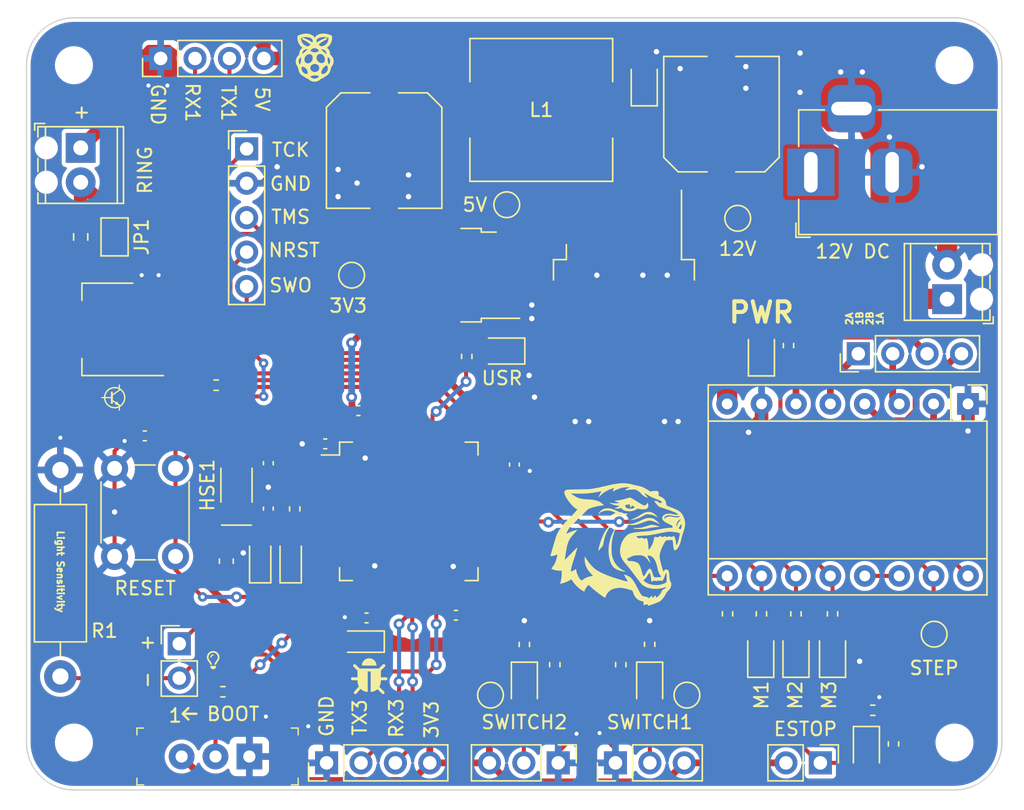
<source format=kicad_pcb>
(kicad_pcb (version 20211014) (generator pcbnew)
  (layers (0 "F.Cu" signal) (31 "B.Cu" power) (34 "B.Paste" user) (35 "F.Paste" user) (36 "B.SilkS" user "B.Silkscreen") (37 "F.SilkS" user "F.Silkscreen") (38 "B.Mask" user) (39 "F.Mask" user) (44 "Edge.Cuts" user))
  (net 0 "")
  (net 1 "GND")
  (net 2 "+3.3V")
  (net 3 "1B")
  (net 4 "1A")
  (net 5 "2A")
  (net 6 "2B")
  (net 7 "+12V")
  (net 8 "ENABLE")
  (net 9 "MS1")
  (net 10 "MS2")
  (net 11 "MS3")
  (net 12 "STEP")
  (net 13 "DIR")
  (net 14 "+3.3VA")
  (net 15 "NRST")
  (net 16 "+5V")
  (net 17 "Net-(D1-Pad2)")
  (net 18 "Net-(D2-Pad2)")
  (net 19 "Net-(D3-Pad2)")
  (net 20 "Net-(D4-Pad2)")
  (net 21 "Net-(D5-Pad1)")
  (net 22 "Net-(D5-Pad2)")
  (net 23 "Net-(D6-Pad1)")
  (net 24 "Net-(D6-Pad2)")
  (net 25 "Net-(D7-Pad1)")
  (net 26 "Net-(D7-Pad2)")
  (net 27 "JTCK")
  (net 28 "JTMS")
  (net 29 "SWO")
  (net 30 "TX3")
  (net 31 "RX3")
  (net 32 "Net-(R2-Pad1)")
  (net 33 "USR_LED")
  (net 34 "SWITCH1")
  (net 35 "SWITCH2")
  (net 58 "/HSE_OSC_IN")
  (net 59 "/HSE_OSC_OUT")
  (net 66 "Net-(A1-Pad13)")
  (net 69 "/BOOT0")
  (net 71 "TX1")
  (net 72 "RX1")
  (net 73 "Net-(R7-Pad1)")
  (net 74 "LIGHT_S")
  (net 75 "Net-(Q2-Pad1)")
  (net 76 "LIGHT")
  (net 77 "/LIGHT_DRIVE")
  (net 78 "/L_IN")
  (net 79 "Net-(D9-Pad2)")
  (net 80 "Net-(D10-Pad2)")
  (footprint "Resistor_SMD:R_0402_1005Metric" (layer "F.Cu") (at 92 70 -90)
    (fp_text reference "R5" hide)
    (fp_text value "160" hide)
  )
  (footprint "Capacitor_Tantalum_SMD:CP_EIA-2012-12_Kemet-R" (layer "F.Cu") (at 49.75 66 90)
    (fp_text reference "C2" hide)
    (fp_text value "10n" hide)
  )
  (footprint "TestPoint:TestPoint_Pad_D1.5mm" (layer "F.Cu") (at 67.95 39.8)
    (fp_text reference "TP8" hide)
    (fp_text value "5V_TP" hide)
  )
  (footprint "Resistor_SMD:R_0402_1005Metric" (layer "F.Cu") (at 84.25 70 90)
    (fp_text reference "R8" hide)
    (fp_text value "1k" hide)
  )
  (footprint "Resistor_SMD:R_0402_1005Metric" (layer "F.Cu") (at 96.5 79.603641 90)
    (fp_text reference "R10" hide)
    (fp_text value "10k" hide)
  )
  (footprint "Connector_PinHeader_2.54mm:PinHeader_1x03_P2.54mm_Vertical" (layer "F.Cu") (at 75.975 81 90)
    (fp_text reference "S2" hide)
    (fp_text value "SWITCH1")
  )
  (footprint "Connector_PinHeader_2.54mm:PinHeader_1x04_P2.54mm_Vertical" (layer "F.Cu") (at 93.9 50.8 90)
    (fp_text reference "J1" hide)
    (fp_text value "MOTOR" hide)
  )
  (footprint "LED_SMD:LED_0805_2012Metric" (layer "F.Cu") (at 89.3 73 90)
    (fp_text reference "D2" hide)
    (fp_text value "MS2" hide)
  )
  (footprint "TerminalBlock_Phoenix:TerminalBlock_Phoenix_MPT-0,5-2-2.54_1x02_P2.54mm_Horizontal" (layer "F.Cu") (at 36.5 35.6 -90)
    (fp_text reference "D9" hide)
    (fp_text value "LIGHT")
  )
  (footprint "Connector_PinHeader_2.54mm:PinHeader_1x02_P2.54mm_Vertical" (layer "F.Cu") (at 43.776453 72.206402)
    (fp_text reference "Q1" hide)
    (fp_text value "Q_Photo_NPN")
  )
  (footprint "TestPoint:TestPoint_Pad_D1.5mm" (layer "F.Cu") (at 99.5 71.5)
    (fp_text reference "TP1" hide)
    (fp_text value "STEP_TP" hide)
  )
  (footprint "LED_SMD:LED_0805_2012Metric" (layer "F.Cu") (at 94.5 80 -90)
    (fp_text reference "D5" hide)
    (fp_text value "E" hide)
  )
  (footprint "Capacitor_SMD:C_0402_1005Metric" (layer "F.Cu") (at 54.55 57.45 180)
    (fp_text reference "C16" hide)
    (fp_text value "100n" hide)
  )
  (footprint "MountingHole:MountingHole_2.2mm_M2" (layer "F.Cu") (at 101 79.5)
    (fp_text reference "H2" hide)
    (fp_text value "MountingHole")
  )
  (footprint "Package_TO_SOT_SMD:SOT-223" (layer "F.Cu") (at 38.5 49 180)
    (fp_text reference "Q2" hide)
    (fp_text value "BCP56")
  )
  (footprint "Package_QFP:LQFP-64_10x10mm_P0.5mm" (layer "F.Cu") (at 60.7202 62.4332)
    (fp_text reference "U1" hide)
    (fp_text value "STM32L476RGTx")
  )
  (footprint "Diode_SMD:D_0805_2012Metric" (layer "F.Cu") (at 78.1 30.8125 90)
    (fp_text reference "D8" hide)
    (fp_text value "D_Schottky" hide)
  )
  (footprint "Capacitor_SMD:C_0402_1005Metric" (layer "F.Cu") (at 50.35 62.23 -90)
    (fp_text reference "C10" hide)
    (fp_text value "20p" hide)
  )
  (footprint "Resistor_SMD:R_0402_1005Metric" (layer "F.Cu") (at 88.75 50.192718 90)
    (fp_text reference "R17" hide)
    (fp_text value "160")
  )
  (footprint "Capacitor_Tantalum_SMD:CP_EIA-2012-12_Kemet-R" (layer "F.Cu") (at 52 66 90)
    (fp_text reference "C1" hide)
    (fp_text value "1u" hide)
  )
  (footprint "Resistor_SMD:R_0402_1005Metric" (layer "F.Cu") (at 86.75 70 -90)
    (fp_text reference "R3" hide)
    (fp_text value "160" hide)
  )
  (footprint "TerminalBlock_Phoenix:TerminalBlock_Phoenix_MPT-0,5-2-2.54_1x02_P2.54mm_Horizontal" (layer "F.Cu") (at 100.46 46.77 90)
    (fp_text reference "J6" hide)
    (fp_text value "PowerTerminal")
  )
  (footprint "LED_SMD:LED_0805_2012Metric" (layer "F.Cu") (at 86.7 73 90)
    (fp_text reference "D1" hide)
    (fp_text value "MS1" hide)
  )
  (footprint "Capacitor_Tantalum_SMD:CP_EIA-2012-12_Kemet-R" (layer "F.Cu") (at 57.2 72.05 180)
    (fp_text reference "C3" hide)
    (fp_text value "4.7u" hide)
  )
  (footprint "Resistor_SMD:R_0402_1005Metric" (layer "F.Cu") (at 47 75.75)
    (fp_text reference "R2" hide)
    (fp_text value "10k" hide)
  )
  (footprint "Resistor_THT:R_Axial_DIN0411_L9.9mm_D3.6mm_P15.24mm_Horizontal" (layer "F.Cu") (at 35 74.62 90)
    (fp_text reference "R1")
    (fp_text value "2k")
  )
  (footprint "Connector_PinHeader_2.54mm:PinHeader_1x04_P2.54mm_Vertical" (layer "F.Cu") (at 42.4 29 90)
    (fp_text reference "J5" hide)
    (fp_text value "UART1" hide)
  )
  (footprint "MountingHole:MountingHole_2.2mm_M2" (layer "F.Cu") (at 36 79.5)
    (fp_text reference "H4" hide)
    (fp_text value "MountingHole")
  )
  (footprint "cad:SRP1040VA-1R5M" (layer "F.Cu") (at 70.5 32.8 180)
    (fp_text reference "L1")
    (fp_text value "68u" hide)
  )
  (footprint "Inductor_SMD:L_0603_1608Metric" (layer "F.Cu") (at 47.25 66.1125 -90)
    (fp_text reference "FB1" hide)
    (fp_text value "FerriteBead" hide)
  )
  (footprint "Connector_PinHeader_2.54mm:PinHeader_1x04_P2.54mm_Vertical" (layer "F.Cu") (at 54.65 81 90)
    (fp_text reference "J4" hide)
    (fp_text value "UART3" hide)
  )
  (footprint "TestPoint:TestPoint_Pad_D1.5mm" (layer "F.Cu") (at 81.25 76)
    (fp_text reference "TP5" hide)
    (fp_text value "S1_TP" hide)
  )
  (footprint "LED_SMD:LED_0805_2012Metric" (layer "F.Cu") (at 67.6 50.6 180)
    (fp_text reference "D4" hide)
    (fp_text value "USR")
  )
  (footprint "LED_SMD:LED_0805_2012Metric" (layer "F.Cu") (at 69.25 75.25 -90)
    (fp_text reference "D7" hide)
    (fp_text value "S2" hide)
  )
  (footprint "Resistor_SMD:R_0402_1005Metric" (layer "F.Cu") (at 46.5 53.12 180)
    (fp_text reference "R15" hide)
    (fp_text value "10k")
  )
  (footprint "MountingHole:MountingHole_2.2mm_M2" (layer "F.Cu") (at 36 29.5)
    (fp_text reference "H3" hide)
    (fp_text value "MountingHole")
  )
  (footprint "TestPoint:TestPoint_Pad_D1.5mm" (layer "F.Cu") (at 85 40.8 -90)
    (fp_text reference "TP3" hide)
    (fp_text value "12V_TP" hide)
  )
  (footprint "Package_TO_SOT_SMD:TO-263-5_TabPin3" (layer "F.Cu") (at 76.6 46.8 -90)
    (fp_text reference "U2" hide)
    (fp_text value "LM2576HVS-5")
  )
  (footprint "TestPoint:TestPoint_Pad_D1.5mm" (layer "F.Cu") (at 66.75 76)
    (fp_text reference "TP6" hide)
    (fp_text value "S2_TP" hide)
  )
  (footprint "TestPoint:TestPoint_Pad_D1.5mm" (layer "F.Cu") (at 56.5 45 90)
    (fp_text reference "TP2" hide)
    (fp_text value "3V3_TP" hide)
  )
  (footprint "Package_TO_SOT_SMD:TO-252-3_TabPin2" (layer "F.Cu") (at 63.6 45 180)
    (fp_text reference "U3" hide)
    (fp_text value "AMS1117CD-3.3")
  )
  (footprint "Capacitor_SMD:C_Elec_8x5.4" (layer "F.Cu") (at 83.8 33.1125 90)
    (fp_text reference "C14" hide)
    (fp_text value "100u" hide)
  )
  (footprint "Capacitor_SMD:C_0402_1005Metric" (layer "F.Cu") (at 68.514 58.9788 -90)
    (fp_text reference "C7" hide)
    (fp_text value "100n" hide)
  )
  (footprint "Module:Pololu_Breakout-16_15.2x20.3mm" (layer "F.Cu") (at 102 54.5 -90)
    (fp_text reference "A1" hide)
    (fp_text value "Pololu_Breakout_A4988")
  )
  (footprint "Capacitor_SMD:C_0402_1005Metric" (layer "F.Cu") (at 41.23 56.86 180)
    (fp_text reference "C8" hide)
    (fp_text value "100n" hide)
  )
  (footprint "Capacitor_SMD:C_Elec_8x5.4" (layer "F.Cu") (at 58.9 35.8 -90)
    (fp_text reference "C15" hide)
    (fp_text value "1000u" hide)
  )
  (footprint "Capacitor_SMD:C_0402_1005Metric" (layer "F.Cu") (at 50.35 58.88 90)
    (fp_text reference "C9" hide)
    (fp_text value "20p" hide)
  )
  (footprint "LED_SMD:LED_0805_2012Metric" (layer "F.Cu") (at 92 73 90)
    (fp_text reference "D3" hide)
    (fp_text value "MS3" hide)
  )
  (footprint "Capacitor_SMD:C_0402_1005Metric" (layer "F.Cu") (at 57.6 70.3 180)
    (fp_text reference "C4" hide)
    (fp_text value "100n" hide)
  )
  (footprint "Connector_PinHeader_2.54mm:PinHeader_1x03_P2.54mm_Vertical" (layer "F.Cu") (at 71.75 81 -90)
    (fp_text reference "S3" hide)
    (fp_text value "SWITCH2")
  )
  (footprint "Connector_BarrelJack:BarrelJack_Horizontal" (layer "F.Cu") (at 90.4 37.4 180)
    (fp_text reference "J3" hide)
    (fp_text value "POWER")
  )
  (footprint "Resistor_SMD:R_0402_1005Metric" (layer "F.Cu") (at 89.3 70 -90)
    (fp_text reference "R4" hide)
    (fp_text value "160" hide)
  )
  (footprint "Capacitor_SMD:C_0402_1005Metric" (layer "F.Cu") (at 64.2 70.1 180)
    (fp_text reference "C6" hide)
    (fp_text value "100n" hide)
  )
  (footprint "LED_SMD:LED_0805_2012Metric" (layer "F.Cu") (at 86.75 50.75 90)
    (fp_text reference "D10" hide)
    (fp_text value "PWR")
  )
  (footprint "MountingHole:MountingHole_2.2mm_M2" (layer "F.Cu") (at 101 29.5)
    (fp_text reference "H1" hide)
    (fp_text value "MountingHole")
  )
  (footprint "Resistor_SMD:R_0402_1005Metric" (layer "F.Cu") (at 78.5 72.25 90)
    (fp_text reference "R12" hide)
    (fp_text value "160" hide)
  )
  (footprint "Connector_PinHeader_2.54mm:PinHeader_1x05_P2.54mm_Vertical" (layer "F.Cu") (at 48.75 35.675)
    (fp_text reference "J2" hide)
    (fp_text value "SWD")
  )
  (footprint "Resistor_SMD:R_0402_1005Metric" (layer "F.Cu") (at 71.5 73.75 90)
    (fp_text reference "R13" hide)
    (fp_text value "10k" hide)
  )
  (footprint "Crystal:Crystal_SMD_MicroCrystal_CC4V-T1A-2Pin_5.0x1.9mm" (layer "F.Cu") (at 48 60.5 90)
    (fp_text reference "HSE1")
    (fp_text value "8M" hide)
  )
  (footprint "LED_SMD:LED_0805_2012Metric" (layer "F.Cu") (at 78.5 75.25 -90)
    (fp_text reference "D6" hide)
    (fp_text value "S1" hide)
  )
  (footprint "Resistor_SMD:R_0402_1005Metric" (layer "F.Cu") (at 94.975 77.12)
    (fp_text reference "R11" hide)
    (fp_text value "160" hide)
  )
  (footprint "Resistor_SMD:R_0402_1005Metric" (layer "F.Cu") (at 52.3 62.25 -90)
    (fp_text reference "R7" hide)
    (fp_text value "390" hide)
  )
  (footprint "digikey-footprints:Switch_Slide_11.6x4mm_EG1218" (layer "F.Cu") (at 48.95 80.53 180)
    (fp_text reference "S1" hide)
    (fp_text value "BOOT")
  )
  (footprint "Resistor_SMD:R_0603_1608Metric" (layer "F.Cu") (at 36.5 42.175 -90)
    (fp_text reference "R16" hide)
    (fp_text value "100")
  )
  (footprint "Button_Switch_THT:SW_PUSH_6mm" (layer "F.Cu") (at 39 65.76 90)
    (fp_text reference "SW1" hide)
    (fp_text value "RESET")
  )
  (footprint "Capacitor_SMD:C_0402_1005Metric" (layer "F.Cu") (at 57 55)
    (fp_text reference "C5" hide)
    (fp_text value "100n" hide)
  )
  (footprint "Resistor_SMD:R_0402_1005Metric" (layer "F.Cu") (at 69.25 72.26 90)
    (fp_text reference "R14" hide)
    (fp_text value "160" hide)
  )
  (footprint "Resistor_SMD:R_0402_1005Metric" (layer "F.Cu") (at 76.37 73.75 90)
    (fp_text reference "R9" hide)
    (fp_text value "10k" hide)
  )
  (footprint "Connector_PinHeader_2.54mm:PinHeader_1x02_P2.54mm_Vertical" (layer "F.Cu") (at 91.1 81 -90)
    (fp_text reference "SW2" hide)
    (fp_text value "ESTOP" hide)
  )
  (footprint "Resistor_SMD:R_0402_1005Metric" (layer "F.Cu") (at 65 51 90)
    (fp_text reference "R6" hide)
    (fp_text value "160" hide)
  )
  (footprint "Jumper:SolderJumper-2_P1.3mm_Open_Pad1.0x1.5mm" (layer "F.Cu") (at 39 42.175 90)
    (fp_text reference "JP1")
    (fp_text value "BYPASS")
  )
  (gr_line (start 39.023339 54.778364) (end 39.023339 54.778364) (layer "F.SilkS") (width 0.092604))
  (gr_line (start 38.33678 53.728247) (end 38.352441 53.696263) (layer "F.SilkS") (width 0.092604))
  (gr_line (start 38.289703 54.21101) (end 38.282056 54.175193) (layer "F.SilkS") (width 0.092604))
  (gr_line (start 39.562653 53.544156) (end 39.585465 53.57093) (layer "F.SilkS") (width 0.092604))
  (gr_line (start 39.707024 54.289482) (end 39.694056 54.322805) (layer "F.SilkS") (width 0.092604))
  (gr_line (start 39.694056 53.752492) (end 39.707024 53.785815) (layer "F.SilkS") (width 0.092604))
  (gr_line (start 38.55374 53.454047) (end 38.581966 53.433008) (layer "F.SilkS") (width 0.092604))
  (gr_line (start 38.948469 53.29933) (end 38.98568 53.297202) (layer "F.SilkS") (width 0.092604))
  (gr_line (start 38.737212 53.348717) (end 38.770761 53.336346) (layer "F.SilkS") (width 0.092604))
  (gr_line (start 38.310036 54.280563) (end 38.299045 54.246148) (layer "F.SilkS") (width 0.092604))
  (gr_line (start 38.825372 54.434524) (end 38.825372 54.434524) (layer "F.SilkS") (width 0.092604))
  (gr_line (start 38.770761 54.738952) (end 38.737212 54.72658) (layer "F.SilkS") (width 0.092604))
  (gr_line (start 38.805036 54.749725) (end 38.770761 54.738952) (layer "F.SilkS") (width 0.092604))
  (gr_line (start 39.736244 54.18517) (end 39.728163 54.220619) (layer "F.SilkS") (width 0.092604))
  (gr_line (start 39.742607 53.926194) (end 39.747207 53.962833) (layer "F.SilkS") (width 0.092604))
  (gr_line (start 38.83999 54.758857) (end 38.805036 54.749725) (layer "F.SilkS") (width 0.092604))
  (gr_line (start 39.607005 54.476521) (end 39.585466 54.504367) (layer "F.SilkS") (width 0.092604))
  (gr_line (start 39.742607 54.149103) (end 39.736244 54.18517) (layer "F.SilkS") (width 0.092604))
  (gr_line (start 39.274348 54.729956) (end 39.24048 54.741947) (layer "F.SilkS") (width 0.092604))
  (gr_line (start 39.627228 54.447649) (end 39.607005 54.476521) (layer "F.SilkS") (width 0.092604))
  (gr_line (start 38.272032 53.973599) (end 38.27615 53.936556) (layer "F.SilkS") (width 0.092604))
  (gr_line (start 38.408024 54.469427) (end 38.388109 54.440267) (layer "F.SilkS") (width 0.092604))
  (gr_line (start 38.805036 53.325572) (end 38.83999 53.31644) (layer "F.SilkS") (width 0.092604))
  (gr_line (start 39.134627 53.307257) (end 39.170575 53.314263) (layer "F.SilkS") (width 0.092604))
  (gr_line (start 39.24048 53.33335) (end 39.274348 53.345341) (layer "F.SilkS") (width 0.092604))
  (gr_line (start 38.704434 54.712655) (end 38.672475 54.69722) (layer "F.SilkS") (width 0.092604))
  (gr_line (start 38.798914 54.222857) (end 39.354539 54.593274) (layer "F.SilkS") (width 0.092604))
  (gr_line (start 38.282056 54.175193) (end 38.27615 54.138741) (layer "F.SilkS") (width 0.092604))
  (gr_line (start 38.33678 54.34705) (end 38.32263 54.314211) (layer "F.SilkS") (width 0.092604))
  (gr_line (start 38.32263 53.761086) (end 38.33678 53.728247) (layer "F.SilkS") (width 0.092604))
  (gr_line (start 38.611194 54.661993) (end 38.581966 54.642289) (layer "F.SilkS") (width 0.092604))
  (gr_line (start 38.911753 53.303275) (end 38.948469 53.29933) (layer "F.SilkS") (width 0.092604))
  (gr_line (start 39.51339 53.494005) (end 39.538613 53.518499) (layer "F.SilkS") (width 0.092604))
  (gr_line (start 38.289703 53.864287) (end 38.299045 53.82915) (layer "F.SilkS") (width 0.092604))
  (gr_line (start 38.55374 54.62125) (end 38.526563 54.59892) (layer "F.SilkS") (width 0.092604))
  (gr_line (start 38.451785 53.55068) (end 38.475539 53.524738) (layer "F.SilkS") (width 0.092604))
  (gr_line (start 38.581966 53.433008) (end 38.611194 53.413304) (layer "F.SilkS") (width 0.092604))
  (gr_line (start 39.098076 53.302003) (end 39.134627 53.307257) (layer "F.SilkS") (width 0.092604))
  (gr_line (start 39.16933 54.381607) (end 39.275164 54.540357) (layer "F.SilkS") (width 0.092604))
  (gr_line (start 39.371081 53.390557) (end 39.401553 53.408558) (layer "F.SilkS") (width 0.092604))
  (gr_line (start 39.728163 53.854678) (end 39.736244 53.890127) (layer "F.SilkS") (width 0.092604))
  (gr_line (start 39.274348 53.345341) (end 39.307434 53.358903) (layer "F.SilkS") (width 0.092604))
  (gr_line (start 39.459571 53.448685) (end 39.487027 53.470718) (layer "F.SilkS") (width 0.092604))
  (gr_line (start 38.641379 53.39498) (end 38.672475 53.378078) (layer "F.SilkS") (width 0.092604))
  (gr_line (start 39.16933 54.381607) (end 39.16933 54.381607) (layer "F.SilkS") (width 0.092604))
  (gr_line (start 39.663543 53.68829) (end 39.679547 53.719968) (layer "F.SilkS") (width 0.092604))
  (gr_line (start 38.798914 53.878899) (end 39.354539 53.482024) (layer "F.SilkS") (width 0.092604))
  (gr_line (start 38.369566 53.665176) (end 38.388109 53.63503) (layer "F.SilkS") (width 0.092604))
  (gr_poly (pts (xy 44.445817 77.884852) (xy 44.441758 77.884562) (xy 44.437714 77.884077) (xy 44.433693 77.883399) (xy 44.429702 77.882527) (xy 44.425748 77.881461) (xy 44.42184 77.880201) (xy 44.417985 77.878748) (xy 44.414191 77.877101) (xy 44.410464 77.87526) (xy 44.406813 77.873225) (xy 44.403245 77.870996) (xy 44.399768 77.868574) (xy 44.396389 77.865958) (xy 44.393116 77.863148) (xy 44.389956 77.860144) (xy 43.966623 77.436811) (xy 43.963619 77.433651) (xy 43.960809 77.430378) (xy 43.958193 77.426999) (xy 43.955771 77.423522) (xy 43.953542 77.419954) (xy 43.951507 77.416303) (xy 43.949666 77.412576) (xy 43.948019 77.408782) (xy 43.946566 77.404927) (xy 43.945306 77.401019) (xy 43.94424 77.397065) (xy 43.943368 77.393074) (xy 43.94269 77.389053) (xy 43.942205 77.385009) (xy 43.941915 77.38095) (xy 43.941818 77.376883) (xy 43.941915 77.372816) (xy 43.942205 77.368757) (xy 43.94269 77.364713) (xy 43.943368 77.360692) (xy 43.94424 77.356701) (xy 43.945306 77.352747) (xy 43.946566 77.348839) (xy 43.948019 77.344984) (xy 43.949666 77.34119) (xy 43.951507 77.337463) (xy 43.953542 77.333812) (xy 43.955771 77.330244) (xy 43.958193 77.326767) (xy 43.960809 77.323388) (xy 43.963619 77.320115) (xy 43.966623 77.316955) (xy 43.966358 77.31669) (xy 44.389691 76.893357) (xy 44.392851 76.890353) (xy 44.396124 76.887543) (xy 44.399503 76.884927) (xy 44.40298 76.882505) (xy 44.406548 76.880276) (xy 44.410199 76.878242) (xy 44.413926 76.876401) (xy 44.417721 76.874753) (xy 44.421576 76.8733) (xy 44.425484 76.87204) (xy 44.429437 76.870975) (xy 44.433428 76.870103) (xy 44.43745 76.869424) (xy 44.441494 76.86894) (xy 44.445553 76.868649) (xy 44.449619 76.868552) (xy 44.453686 76.868649) (xy 44.457745 76.86894) (xy 44.461789 76.869424) (xy 44.465811 76.870103) (xy 44.469802 76.870975) (xy 44.473755 76.87204) (xy 44.477663 76.8733) (xy 44.481518 76.874753) (xy 44.485313 76.876401) (xy 44.48904 76.878242) (xy 44.492691 76.880276) (xy 44.496258 76.882505) (xy 44.499736 76.884927) (xy 44.503115 76.887543) (xy 44.506388 76.890353) (xy 44.509548 76.893357) (xy 44.512551 76.896517) (xy 44.515361 76.89979) (xy 44.517977 76.903169) (xy 44.5204 76.906646) (xy 44.522628 76.910214) (xy 44.524663 76.913865) (xy 44.526504 76.917592) (xy 44.528151 76.921386) (xy 44.529604 76.925241) (xy 44.530864 76.929149) (xy 44.53193 76.933103) (xy 44.532802 76.937094) (xy 44.53348 76.941115) (xy 44.533965 76.945159) (xy 44.534255 76.949218) (xy 44.534352 76.953285) (xy 44.534255 76.957352) (xy 44.533965 76.961411) (xy 44.53348 76.965455) (xy 44.532802 76.969476) (xy 44.53193 76.973468) (xy 44.530864 76.977421) (xy 44.529604 76.981329) (xy 44.528151 76.985184) (xy 44.526504 76.988979) (xy 44.524663 76.992705) (xy 44.522628 76.996356) (xy 44.5204 76.999924) (xy 44.517977 77.003401) (xy 44.515361 77.00678) (xy 44.512551 77.010053) (xy 44.509548 77.013213) (xy 44.230941 77.292084) (xy 45.042418 77.292084) (xy 45.046782 77.292194) (xy 45.051087 77.29252) (xy 45.055329 77.293058) (xy 45.059502 77.293801) (xy 45.063602 77.294745) (xy 45.067622 77.295884) (xy 45.071558 77.297214) (xy 45.075404 77.298728) (xy 45.079156 77.300421) (xy 45.082807 77.302289) (xy 45.086353 77.304325) (xy 45.089788 77.306525) (xy 45.093106 77.308883) (xy 45.096304 77.311395) (xy 45.099375 77.314054) (xy 45.102313 77.316856) (xy 45.105115 77.319794) (xy 45.107774 77.322865) (xy 45.110286 77.326063) (xy 45.112644 77.329381) (xy 45.114844 77.332816) (xy 45.116881 77.336362) (xy 45.118748 77.340013) (xy 45.120441 77.343765) (xy 45.121955 77.347611) (xy 45.123285 77.351547) (xy 45.124424 77.355567) (xy 45.125368 77.359667) (xy 45.126111 77.36384) (xy 45.126649 77.368082) (xy 45.126975 77.372388) (xy 45.127085 77.376751) (xy 45.126975 77.381114) (xy 45.126649 77.385419) (xy 45.126111 77.389661) (xy 45.125368 77.393834) (xy 45.124424 77.397934) (xy 45.123285 77.401954) (xy 45.121955 77.40589) (xy 45.120441 77.409737) (xy 45.118748 77.413488) (xy 45.116881 77.417139) (xy 45.114844 77.420685) (xy 45.112644 77.42412) (xy 45.110286 77.427439) (xy 45.107774 77.430636) (xy 45.105115 77.433707) (xy 45.102313 77.436646) (xy 45.099375 77.439447) (xy 45.096304 77.442107) (xy 45.093106 77.444618) (xy 45.089788 77.446976) (xy 45.086353 77.449176) (xy 45.082807 77.451213) (xy 45.079156 77.45308) (xy 45.075404 77.454774) (xy 45.071558 77.456288) (xy 45.067622 77.457617) (xy 45.063602 77.458756) (xy 45.059502 77.4597) (xy 45.055329 77.460444) (xy 45.051087 77.460981) (xy 45.046782 77.461307) (xy 45.042418 77.461417) (xy 44.230677 77.461417) (xy 44.509812 77.740288) (xy 44.512816 77.743448) (xy 44.515626 77.746721) (xy 44.518242 77.7501) (xy 44.520664 77.753577) (xy 44.522893 77.757145) (xy 44.524927 77.760796) (xy 44.526768 77.764523) (xy 44.528416 77.768317) (xy 44.529869 77.772173) (xy 44.531129 77.776081) (xy 44.532194 77.780034) (xy 44.533066 77.784025) (xy 44.533745 77.788046) (xy 44.534229 77.79209) (xy 44.53452 77.79615) (xy 44.534617 77.800216) (xy 44.53452 77.804283) (xy 44.534229 77.808342) (xy 44.533745 77.812386) (xy 44.533066 77.816408) (xy 44.532194 77.820399) (xy 44.531129 77.824352) (xy 44.529869 77.82826) (xy 44.528416 77.832115) (xy 44.526768 77.83591) (xy 44.524927 77.839636) (xy 44.522893 77.843287) (xy 44.520664 77.846855) (xy 44.518242 77.850333) (xy 44.515626 77.853711) (xy 44.512816 77.856985) (xy 44.509812 77.860144) (xy 44.506652 77.863148) (xy 44.503379 77.865958) (xy 44.5 77.868574) (xy 44.496523 77.870996) (xy 44.492955 77.873225) (xy 44.489304 77.87526) (xy 44.485577 77.877101) (xy 44.481783 77.878748) (xy 44.477928 77.880201) (xy 44.47402 77.881461) (xy 44.470066 77.882527) (xy 44.466075 77.883399) (xy 44.462054 77.884077) (xy 44.45801 77.884562) (xy 44.453951 77.884852) (xy 44.449884 77.884949)) (layer "F.SilkS") (width 0) (fill solid))
  (gr_line (start 38.32263 54.314211) (end 38.310036 54.280563) (layer "F.SilkS") (width 0.092604))
  (gr_line (start 39.679547 54.355329) (end 39.663543 54.387007) (layer "F.SilkS") (width 0.092604))
  (gr_poly (pts (xy 75.431862 62.207165) (xy 75.474643 62.209098) (xy 75.517598 62.212506) (xy 75.560437 62.217378) (xy 75.60287 62.223701) (xy 75.64461 62.231463) (xy 75.685365 62.240651) (xy 75.724847 62.251253) (xy 75.762767 62.263257) (xy 75.802548 62.277533) (xy 75.850829 62.296506) (xy 75.905791 62.319315) (xy 75.965614 62.345101) (xy 76.09257 62.402163) (xy 76.217145 62.460813) (xy 76.306971 62.505753) (xy 76.34474 62.524083) (xy 76.378541 62.539879) (xy 76.408968 62.55331) (xy 76.436617 62.564546) (xy 76.462083 62.573756) (xy 76.485962 62.58111) (xy 76.508848 62.586777) (xy 76.531338 62.590927) (xy 76.554026 62.593729) (xy 76.577507 62.595353) (xy 76.602378 62.595968) (xy 76.629233 62.595744) (xy 76.691278 62.593457) (xy 76.730437 62.591731) (xy 76.766949 62.590767) (xy 76.800022 62.59053) (xy 76.815021 62.590674) (xy 76.828862 62.590987) (xy 76.841446 62.591466) (xy 76.852674 62.592106) (xy 76.862447 62.592903) (xy 76.870666 62.593854) (xy 76.877231 62.594953) (xy 76.882043 62.596196) (xy 76.88376 62.596871) (xy 76.885003 62.597581) (xy 76.885757 62.598324) (xy 76.886011 62.599101) (xy 76.885889 62.599969) (xy 76.885524 62.600979) (xy 76.884099 62.603406) (xy 76.881788 62.606338) (xy 76.878647 62.609729) (xy 76.874729 62.613533) (xy 76.870087 62.617705) (xy 76.858848 62.626971) (xy 76.845359 62.637163) (xy 76.830052 62.647917) (xy 76.813356 62.65887) (xy 76.795701 62.669657) (xy 76.780614 62.67866) (xy 76.765759 62.686651) (xy 76.750705 62.693674) (xy 76.735023 62.699775) (xy 76.718283 62.705) (xy 76.700054 62.709394) (xy 76.679907 62.713002) (xy 76.657412 62.715871) (xy 76.632139 62.718044) (xy 76.603657 62.719569) (xy 76.535351 62.720853) (xy 76.449052 62.720087) (xy 76.341323 62.717634) (xy 76.268483 62.716586) (xy 76.200063 62.716659) (xy 76.135785 62.717913) (xy 76.075372 62.720413) (xy 76.018548 62.724218) (xy 75.965036 62.729392) (xy 75.914558 62.735996) (xy 75.866837 62.744093) (xy 75.821597 62.753744) (xy 75.77856 62.765011) (xy 75.737449 62.777958) (xy 75.697989 62.792644) (xy 75.6599 62.809133) (xy 75.622908 62.827486) (xy 75.586733 62.847766) (xy 75.551101 62.870035) (xy 75.524247 62.887041) (xy 75.500841 62.901041) (xy 75.480891 62.912073) (xy 75.464405 62.920173) (xy 75.457464 62.923136) (xy 75.451393 62.92538) (xy 75.446191 62.92691) (xy 75.441861 62.927731) (xy 75.438403 62.927846) (xy 75.435818 62.927261) (xy 75.434108 62.925981) (xy 75.433273 62.92401) (xy 75.433314 62.921352) (xy 75.434233 62.918013) (xy 75.436031 62.913997) (xy 75.438708 62.909309) (xy 75.442265 62.903953) (xy 75.446705 62.897934) (xy 75.458232 62.883925) (xy 75.473298 62.86732) (xy 75.491911 62.848157) (xy 75.514079 62.826471) (xy 75.539812 62.802301) (xy 75.554148 62.790041) (xy 75.569572 62.777645) (xy 75.585979 62.765175) (xy 75.603268 62.752692) (xy 75.621333 62.740258) (xy 75.640072 62.727937) (xy 75.679159 62.703876) (xy 75.719701 62.681006) (xy 75.760871 62.659823) (xy 75.781434 62.650019) (xy 75.801843 62.640823) (xy 75.821996 62.632296) (xy 75.84179 62.624501) (xy 76.016767 62.562412) (xy 75.915167 62.50879) (xy 75.842494 62.474918) (xy 75.767701 62.446304) (xy 75.691311 62.422916) (xy 75.613851 62.404721) (xy 75.535845 62.391684) (xy 75.457819 62.383775) (xy 75.380296 62.380958) (xy 75.303804 62.383201) (xy 75.228865 62.390472) (xy 75.156006 62.402736) (xy 75.085752 62.419962) (xy 75.018627 62.442115) (xy 74.986402 62.455029) (xy 74.955156 62.469163) (xy 74.924956 62.484513) (xy 74.895866 62.501073) (xy 74.867952 62.518841) (xy 74.84128 62.537812) (xy 74.815915 62.557981) (xy 74.791923 62.579346) (xy 74.774064 62.595759) (xy 74.758591 62.60905) (xy 74.745507 62.619275) (xy 74.734817 62.626485) (xy 74.730371 62.628977) (xy 74.726525 62.630736) (xy 74.723279 62.631768) (xy 74.720634 62.63208) (xy 74.718591 62.631679) (xy 74.71715 62.630572) (xy 74.716311 62.628765) (xy 74.716076 62.626265) (xy 74.716444 62.623079) (xy 74.717416 62.619213) (xy 74.721174 62.609469) (xy 74.727356 62.597088) (xy 74.735963 62.582124) (xy 74.747002 62.564629) (xy 74.760476 62.544658) (xy 74.776389 62.522264) (xy 74.794745 62.497501) (xy 74.81126 62.474837) (xy 74.828044 62.453371) (xy 74.845167 62.433046) (xy 74.862699 62.413805) (xy 74.880711 62.395588) (xy 74.899272 62.37834) (xy 74.918454 62.362) (xy 74.938326 62.346512) (xy 74.958958 62.331818) (xy 74.980422 62.31786) (xy 75.002787 62.30458) (xy 75.026123 62.29192) (xy 75.050502 62.279822) (xy 75.075992 62.268229) (xy 75.102664 62.257082) (xy 75.13059 62.246324) (xy 75.161564 62.236003) (xy 75.195027 62.227257) (xy 75.230689 62.220074) (xy 75.268261 62.214441) (xy 75.307454 62.210346) (xy 75.347978 62.207777) (xy 75.389544 62.206721)) (layer "F.SilkS") (width 0) (fill solid))
  (gr_line (start 38.98568 54.778095) (end 38.948469 54.775967) (layer "F.SilkS") (width 0.092604))
  (gr_line (start 39.750941 54.037649) (end 39.750941 54.037649) (layer "F.SilkS") (width 0.092604))
  (gr_line (start 38.50048 53.499955) (end 38.526563 53.476377) (layer "F.SilkS") (width 0.092604))
  (gr_line (start 39.134627 54.768041) (end 39.098076 54.773294) (layer "F.SilkS") (width 0.092604))
  (gr_poly (pts (xy 58.881509 73.711307) (xy 58.886853 73.711683) (xy 58.892105 73.712311) (xy 58.897265 73.71319) (xy 58.902333 73.714319) (xy 58.907308 73.715699) (xy 58.912192 73.71733) (xy 58.916982 73.719211) (xy 58.921681 73.721342) (xy 58.926287 73.723724) (xy 58.930801 73.726355) (xy 58.935222 73.729236) (xy 58.93955 73.732367) (xy 58.943786 73.735747) (xy 58.94793 73.739377) (xy 58.951981 73.743257) (xy 58.955863 73.747307) (xy 58.959495 73.75145) (xy 58.962876 73.755686) (xy 58.966007 73.760015) (xy 58.968888 73.764437) (xy 58.971518 73.768951) (xy 58.973898 73.773557) (xy 58.976028 73.778256) (xy 58.977907 73.783047) (xy 58.979535 73.787931) (xy 58.980913 73.792907) (xy 58.982041 73.797975) (xy 58.982918 73.803135) (xy 58.983544 73.808387) (xy 58.98392 73.813731) (xy 58.984045 73.819167) (xy 58.98392 73.824603) (xy 58.983544 73.829947) (xy 58.982918 73.835198) (xy 58.982041 73.840358) (xy 58.980913 73.845425) (xy 58.979535 73.8504) (xy 58.977907 73.855283) (xy 58.976028 73.860074) (xy 58.973898 73.864772) (xy 58.971518 73.869378) (xy 58.968888 73.873892) (xy 58.966007 73.878314) (xy 58.962876 73.882644) (xy 58.959495 73.886881) (xy 58.955863 73.891027) (xy 58.951981 73.89508) (xy 58.660139 74.186921) (xy 58.660139 74.682877) (xy 59.038006 74.682877) (xy 59.043444 74.683003) (xy 59.04879 74.683378) (xy 59.054043 74.684004) (xy 59.059204 74.684879) (xy 59.064272 74.686006) (xy 59.069248 74.687383) (xy 59.074131 74.68901) (xy 59.078921 74.690887) (xy 59.083619 74.693015) (xy 59.088225 74.695394) (xy 59.092738 74.698023) (xy 59.097159 74.700903) (xy 59.101487 74.704033) (xy 59.105722 74.707414) (xy 59.109865 74.711046) (xy 59.113916 74.714929) (xy 59.117798 74.718979) (xy 59.121429 74.723121) (xy 59.12481 74.727357) (xy 59.127941 74.731685) (xy 59.130822 74.736106) (xy 59.133452 74.740619) (xy 59.135831 74.745225) (xy 59.137961 74.749923) (xy 59.13984 74.754713) (xy 59.141468 74.759595) (xy 59.142846 74.76457) (xy 59.143973 74.769636) (xy 59.14485 74.774795) (xy 59.145477 74.780045) (xy 59.145853 74.785387) (xy 59.145978 74.79082) (xy 59.145975 74.790819) (xy 59.145971 74.790819) (xy 59.145968 74.790818) (xy 59.145966 74.790818) (xy 59.145965 74.790817) (xy 59.14584 74.796256) (xy 59.145464 74.801602) (xy 59.144839 74.806855) (xy 59.143963 74.812016) (xy 59.142837 74.817085) (xy 59.14146 74.822061) (xy 59.139833 74.826945) (xy 59.137956 74.831736) (xy 59.135828 74.836435) (xy 59.133449 74.841042) (xy 59.130821 74.845556) (xy 59.127941 74.849978) (xy 59.124812 74.854308) (xy 59.121431 74.858545) (xy 59.1178 74.862691) (xy 59.113919 74.866744) (xy 59.109865 74.870626) (xy 59.10572 74.874258) (xy 59.101482 74.877639) (xy 59.097153 74.88077) (xy 59.092731 74.883651) (xy 59.088217 74.886281) (xy 59.083611 74.88866) (xy 59.078913 74.89079) (xy 59.074123 74.892668) (xy 59.06924 74.894297) (xy 59.064266 74.895674) (xy 59.059199 74.896802) (xy 59.05404 74.897678) (xy 59.048788 74.898305) (xy 59.043445 74.89868) (xy 59.038009 74.898806) (xy 58.660139 74.898806) (xy 58.659698 74.934524) (xy 58.658374 74.969557) (xy 58.656167 75.003903) (xy 58.653077 75.037564) (xy 58.649104 75.070539) (xy 58.644248 75.102829) (xy 58.638509 75.134433) (xy 58.631887 75.165351) (xy 58.624382 75.195583) (xy 58.615993 75.22513) (xy 58.606722 75.253992) (xy 58.596567 75.282168) (xy 58.585528 75.309658) (xy 58.573606 75.336464) (xy 58.560801 75.362584) (xy 58.547112 75.388018) (xy 58.89799 75.74061) (xy 58.901872 75.744658) (xy 58.905504 75.748799) (xy 58.908885 75.753033) (xy 58.912016 75.757361) (xy 58.914896 75.761781) (xy 58.917526 75.766294) (xy 58.919906 75.7709) (xy 58.922035 75.775598) (xy 58.923914 75.78039) (xy 58.925543 75.785274) (xy 58.926921 75.790251) (xy 58.928048 75.79532) (xy 58.928925 75.800481) (xy 58.929551 75.805735) (xy 58.929927 75.811082) (xy 58.930053 75.81652) (xy 58.929927 75.821956) (xy 58.929552 75.8273) (xy 58.928926 75.832552) (xy 58.92805 75.837711) (xy 58.926924 75.842779) (xy 58.925547 75.847754) (xy 58.923919 75.852637) (xy 58.922041 75.857427) (xy 58.919913 75.862126) (xy 58.917533 75.866732) (xy 58.914903 75.871246) (xy 58.912023 75.875668) (xy 58.908891 75.879997) (xy 58.905508 75.884235) (xy 58.901875 75.88838) (xy 58.89799 75.892433) (xy 58.894135 75.89631) (xy 58.890161 75.899936) (xy 58.886069 75.903314) (xy 58.881858 75.906441) (xy 58.87753 75.909319) (xy 58.873082 75.911946) (xy 58.868517 75.914324) (xy 58.863833 75.916452) (xy 58.85903 75.91833) (xy 58.854108 75.919957) (xy 58.849068 75.921334) (xy 58.843908 75.922461) (xy 58.83863 75.923338) (xy 58.833233 75.923964) (xy 58.827716 75.92434) (xy 58.82208 75.924466) (xy 58.816447 75.92434) (xy 58.810932 75.923964) (xy 58.805535 75.923338) (xy 58.800257 75.922461) (xy 58.795097 75.921334) (xy 58.790056 75.919957) (xy 58.785134 75.91833) (xy 58.78033 75.916452) (xy 58.775645 75.914324) (xy 58.771078 75.911947) (xy 58.76663 75.909319) (xy 58.762301 75.906441) (xy 58.75809 75.903314) (xy 58.753998 75.899937) (xy 58.750025 75.89631) (xy 58.74617 75.892433) (xy 58.412149 75.560099) (xy 58.40991 75.562281) (xy 58.407407 75.564623) (xy 58.404641 75.567125) (xy 58.401612 75.569786) (xy 58.39832 75.572606) (xy 58.394763 75.575585) (xy 58.390943 75.578722) (xy 58.386858 75.582016) (xy 58.382054 75.585718) (xy 58.376093 75.590081) (xy 58.368974 75.595105) (xy 58.360697 75.600787) (xy 58.35126 75.607128) (xy 58.340664 75.614127) (xy 58.328907 75.621783) (xy 58.315989 75.630096) (xy 58.30247 75.638624) (xy 58.288897 75.646915) (xy 58.27527 75.654969) (xy 58.26159 75.662786) (xy 58.247858 75.670365) (xy 58.234073 75.677707) (xy 58.220236 75.684812) (xy 58.206347 75.69168) (xy 58.192005 75.698347) (xy 58.176819 75.704857) (xy 58.160789 75.71121) (xy 58.143916 75.717406) (xy 58.1262 75.723445) (xy 58.107641 75.729325) (xy 58.08824 75.735047) (xy 58.067996 75.74061) (xy 58.047357 75.745744) (xy 58.026771 75.750194) (xy 58.006236 75.753962) (xy 57.985755 75.757046) (xy 57.965328 75.759446) (xy 57.944954 75.76116) (xy 57.924635 75.762189) (xy 57.904371 75.762533) (xy 57.904371 74.251029) (xy 57.68844 74.251029) (xy 57.68844 75.762533) (xy 57.666952 75.762176) (xy 57.645486 75.761107) (xy 57.624045 75.759325) (xy 57.602628 75.756831) (xy 57.581238 75.753625) (xy 57.559874 75.749708) (xy 57.53854 75.745078) (xy 57.517234 75.739738) (xy 57.496299 75.733889) (xy 57.476104 75.727724) (xy 57.456649 75.72124) (xy 57.437933 75.71444) (xy 57.419956 75.707323) (xy 57.402717 75.699889) (xy 57.386216 75.692139) (xy 57.370453 75.684072) (xy 57.355241 75.675848) (xy 57.3404 75.667625) (xy 57.325929 75.659402) (xy 57.311828 75.65118) (xy 57.298098 75.642956) (xy 57.284737 75.634732) (xy 57.271745 75.626506) (xy 57.259123 75.618277) (xy 57.247089 75.610223) (xy 57.235873 75.602513) (xy 57.225475 75.595148) (xy 57.215894 75.588126) (xy 57.20713 75.581447) (xy 57.199181 75.575111) (xy 57.192047 75.569119) (xy 57.185728 75.563469) (xy 57.160438 75.539835) (xy 56.851723 75.889046) (xy 56.847454 75.893334) (xy 56.843078 75.897345) (xy 56.838598 75.90108) (xy 56.834012 75.904538) (xy 56.82932 75.90772) (xy 56.824524 75.910626) (xy 56.819621 75.913255) (xy 56.814613 75.915607) (xy 56.809499 75.917683) (xy 56.80428 75.919482) (xy 56.798955 75.921005) (xy 56.793525 75.922251) (xy 56.787988 75.92322) (xy 56.782346 75.923912) (xy 56.776598 75.924327) (xy 56.770745 75.924466) (xy 56.765717 75.92436) (xy 56.760755 75.924043) (xy 56.75586 75.923516) (xy 56.751031 75.922777) (xy 56.746267 75.921827) (xy 56.74157 75.920667) (xy 56.736939 75.919296) (xy 56.732374 75.917713) (xy 56.727875 75.91592) (xy 56.723441 75.913917) (xy 56.719074 75.911702) (xy 56.714772 75.909277) (xy 56.710537 75.906642) (xy 56.706367 75.903796) (xy 56.702263 75.900739) (xy 56.698224 75.897472) (xy 56.694332 75.89362) (xy 56.69067 75.889655) (xy 56.687239 75.885579) (xy 56.684038 75.881391) (xy 56.681068 75.877091) (xy 56.678329 75.872679) (xy 56.67582 75.868155) (xy 56.673542 75.86352) (xy 56.671495 75.858772) (xy 56.669678 75.853912) (xy 56.668091 75.848941) (xy 56.666735 75.843857) (xy 56.665609 75.838662) (xy 56.664714 75.833354) (xy 56.664049 75.827935) (xy 56.663615 75.822403) (xy 56.663422 75.816859) (xy 56.663473 75.8114) (xy 56.663768 75.806026) (xy 56.664306 75.800738) (xy 56.665088 75.795537) (xy 56.666114 75.79042) (xy 56.667383 75.78539) (xy 56.668897 75.780444) (xy 56.670654 75.775585) (xy 56.672656 75.770811) (xy 56.674901 75.766122) (xy 56.677391 75.76152) (xy 56.680124 75.757002) (xy 56.683102 75.75257) (xy 56.686324 75.748223) (xy 56.689791 75.743962) (xy 57.03054 75.361038) (xy 57.018693 75.336692) (xy 57.00761 75.31174) (xy 56.997292 75.286182) (xy 56.987737 75.260019) (xy 56.978946 75.233249) (xy 56.97092 75.205874) (xy 56.963658 75.177892) (xy 56.95716 75.149305) (xy 56.951427 75.120111) (xy 56.946458 75.090311) (xy 56.942253 75.059905) (xy 56.938813 75.028894) (xy 56.936137 74.997276) (xy 56.934226 74.965051) (xy 56.933079 74.932221) (xy 56.932696 74.898784) (xy 56.55483 74.898784) (xy 56.549391 74.898659) (xy 56.544044 74.898283) (xy 56.538791 74.897657) (xy 56.53363 74.89678) (xy 56.528562 74.895653) (xy 56.523587 74.894275) (xy 56.518704 74.892647) (xy 56.513914 74.890769) (xy 56.509217 74.88864) (xy 56.504612 74.886262) (xy 56.500099 74.883633) (xy 56.495679 74.880754) (xy 56.491351 74.877625) (xy 56.487115 74.874246) (xy 56.482971 74.870617) (xy 56.47892 74.866738) (xy 56.475037 74.862683) (xy 56.471405 74.858536) (xy 56.468023 74.854297) (xy 56.464891 74.849967) (xy 56.46201 74.845545) (xy 56.45938 74.84103) (xy 56.457 74.836424) (xy 56.45487 74.831725) (xy 56.452991 74.826935) (xy 56.451363 74.822052) (xy 56.449984 74.817077) (xy 56.448857 74.812009) (xy 56.44798 74.806848) (xy 56.447353 74.801596) (xy 56.446978 74.79625) (xy 56.446852 74.790812) (xy 56.446978 74.785375) (xy 56.447353 74.780031) (xy 56.44798 74.774779) (xy 56.448857 74.769619) (xy 56.449984 74.764551) (xy 56.451363 74.759575) (xy 56.452991 74.754692) (xy 56.45487 74.7499) (xy 56.457 74.745202) (xy 56.45938 74.740596) (xy 56.46201 74.736082) (xy 56.464891 74.731661) (xy 56.468023 74.727333) (xy 56.471405 74.723097) (xy 56.475037 74.718954) (xy 56.47892 74.714904) (xy 56.482971 74.711025) (xy 56.487115 74.707395) (xy 56.491351 74.704016) (xy 56.495679 74.700888) (xy 56.500099 74.69801) (xy 56.504612 74.695382) (xy 56.509217 74.693004) (xy 56.513914 74.690877) (xy 56.518704 74.689) (xy 56.523587 74.687373) (xy 56.528562 74.685997) (xy 56.53363 74.684871) (xy 56.538791 74.683995) (xy 56.544044 74.68337) (xy 56.549391 74.682994) (xy 56.55483 74.682869) (xy 56.932694 74.682869) (xy 56.932694 74.186921) (xy 56.640853 73.89508) (xy 56.636972 73.891026) (xy 56.633341 73.886881) (xy 56.629961 73.882643) (xy 56.626831 73.878313) (xy 56.623952 73.873891) (xy 56.621322 73.869377) (xy 56.618944 73.864771) (xy 56.616815 73.860073) (xy 56.614937 73.855282) (xy 56.613309 73.850399) (xy 56.611932 73.845425) (xy 56.610805 73.840357) (xy 56.609928 73.835198) (xy 56.609302 73.829947) (xy 56.608926 73.824603) (xy 56.608801 73.819167) (xy 56.608927 73.813731) (xy 56.609303 73.808387) (xy 56.609929 73.803135) (xy 56.610807 73.797975) (xy 56.611935 73.792907) (xy 56.613313 73.787931) (xy 56.614941 73.783047) (xy 56.61682 73.778256) (xy 56.618949 73.773557) (xy 56.621328 73.768951) (xy 56.623958 73.764437) (xy 56.626837 73.760015) (xy 56.629966 73.755686) (xy 56.633345 73.75145) (xy 56.636974 73.747307) (xy 56.640853 73.743257) (xy 56.644903 73.739375) (xy 56.649047 73.735743) (xy 56.653283 73.732361) (xy 56.657611 73.729229) (xy 56.662033 73.726348) (xy 56.666546 73.723716) (xy 56.671153 73.721335) (xy 56.675851 73.719205) (xy 56.680643 73.717325) (xy 56.685526 73.715695) (xy 56.690502 73.714316) (xy 56.69557 73.713188) (xy 56.700731 73.71231) (xy 56.705983 73.711683) (xy 56.711328 73.711306) (xy 56.716765 73.711181) (xy 56.722204 73.711307) (xy 56.72755 73.711683) (xy 56.732803 73.712311) (xy 56.737963 73.71319) (xy 56.74303 73.714319) (xy 56.748005 73.715699) (xy 56.752887 73.71733) (xy 56.757677 73.719211) (xy 56.762374 73.721342) (xy 56.76698 73.723724) (xy 56.771493 73.726355) (xy 56.775914 73.729236) (xy 56.780243 73.732367) (xy 56.784481 73.735747) (xy 56.788627 73.739377) (xy 56.792681 73.743257) (xy 57.084522 74.035098) (xy 58.508319 74.035098) (xy 58.800163 73.743257) (xy 58.804213 73.739375) (xy 58.808356 73.735743) (xy 58.812591 73.732361) (xy 58.816918 73.729229) (xy 58.821339 73.726348) (xy 58.825851 73.723716) (xy 58.830457 73.721335) (xy 58.835154 73.719205) (xy 58.839945 73.717325) (xy 58.844828 73.715695) (xy 58.849804 73.714316) (xy 58.854872 73.713188) (xy 58.860033 73.71231) (xy 58.865287 73.711683) (xy 58.870634 73.711306) (xy 58.876073 73.711181)) (layer "F.SilkS") (width 0) (fill solid))
  (gr_poly (pts (xy 46.280784 72.991899) (xy 46.282926 72.992064) (xy 46.285038 72.992334) (xy 46.287118 72.992708) (xy 46.289161 72.993183) (xy 46.291166 72.993755) (xy 46.293131 72.994424) (xy 46.295051 72.995184) (xy 46.296925 72.996035) (xy 46.298749 72.996973) (xy 46.300522 72.997995) (xy 46.30224 72.999099) (xy 46.303901 73.000283) (xy 46.305501 73.001542) (xy 46.307039 73.002875) (xy 46.308512 73.004279) (xy 46.309916 73.005752) (xy 46.311249 73.00729) (xy 46.312508 73.00889) (xy 46.313692 73.010551) (xy 46.314796 73.012269) (xy 46.315818 73.014042) (xy 46.316756 73.015866) (xy 46.317607 73.01774) (xy 46.318367 73.01966) (xy 46.319035 73.021625) (xy 46.319608 73.02363) (xy 46.320083 73.025673) (xy 46.320457 73.027753) (xy 46.320727 73.029865) (xy 46.320892 73.032007) (xy 46.320947 73.034177) (xy 46.320892 73.036347) (xy 46.320727 73.03849) (xy 46.320457 73.040602) (xy 46.320083 73.042681) (xy 46.319608 73.044725) (xy 46.319035 73.04673) (xy 46.318367 73.048694) (xy 46.317607 73.050615) (xy 46.316756 73.052488) (xy 46.315818 73.054313) (xy 46.314796 73.056086) (xy 46.313692 73.057804) (xy 46.312508 73.059464) (xy 46.311249 73.061065) (xy 46.309916 73.062603) (xy 46.308512 73.064075) (xy 46.307039 73.065479) (xy 46.305501 73.066813) (xy 46.303901 73.068072) (xy 46.30224 73.069255) (xy 46.300522 73.070359) (xy 46.298749 73.071382) (xy 46.296925 73.07232) (xy 46.295051 73.07317) (xy 46.293131 73.073931) (xy 46.291166 73.074599) (xy 46.289161 73.075172) (xy 46.287118 73.075647) (xy 46.285038 73.076021) (xy 46.282926 73.076291) (xy 46.280784 73.076455) (xy 46.278614 73.076511) (xy 46.272081 73.076676) (xy 46.265633 73.077167) (xy 46.259279 73.077975) (xy 46.253026 73.079092) (xy 46.246883 73.080511) (xy 46.240857 73.082223) (xy 46.234957 73.08422) (xy 46.22919 73.086495) (xy 46.223565 73.089039) (xy 46.218089 73.091844) (xy 46.212771 73.094903) (xy 46.207618 73.098207) (xy 46.202639 73.101749) (xy 46.19784 73.10552) (xy 46.193232 73.109512) (xy 46.188821 73.113718) (xy 46.184615 73.118129) (xy 46.180623 73.122737) (xy 46.176852 73.127536) (xy 46.17331 73.132515) (xy 46.170006 73.137668) (xy 46.166947 73.142986) (xy 46.164142 73.148462) (xy 46.161598 73.154087) (xy 46.159323 73.159854) (xy 46.157326 73.165754) (xy 46.155614 73.17178) (xy 46.154195 73.177923) (xy 46.153078 73.184176) (xy 46.15227 73.19053) (xy 46.151779 73.196978) (xy 46.151614 73.203511) (xy 46.151558 73.205681) (xy 46.151394 73.207823) (xy 46.151124 73.209935) (xy 46.15075 73.212015) (xy 46.150275 73.214058) (xy 46.149702 73.216063) (xy 46.149034 73.218028) (xy 46.148273 73.219948) (xy 46.147423 73.221822) (xy 46.146485 73.223646) (xy 46.145462 73.225419) (xy 46.144358 73.227137) (xy 46.143175 73.228798) (xy 46.141916 73.230398) (xy 46.140582 73.231936) (xy 46.139178 73.233409) (xy 46.137706 73.234813) (xy 46.136168 73.236146) (xy 46.134567 73.237405) (xy 46.132907 73.238589) (xy 46.131189 73.239693) (xy 46.129416 73.240715) (xy 46.127591 73.241653) (xy 46.125718 73.242504) (xy 46.123797 73.243264) (xy 46.121833 73.243932) (xy 46.119828 73.244505) (xy 46.117784 73.24498) (xy 46.115705 73.245354) (xy 46.113593 73.245624) (xy 46.11145 73.245789) (xy 46.10928 73.245844) (xy 46.10711 73.245789) (xy 46.104968 73.245624) (xy 46.102856 73.245354) (xy 46.100776 73.24498) (xy 46.098733 73.244505) (xy 46.096728 73.243932) (xy 46.094763 73.243264) (xy 46.092843 73.242504) (xy 46.090969 73.241653) (xy 46.089145 73.240715) (xy 46.087372 73.239693) (xy 46.085654 73.238589) (xy 46.083993 73.237405) (xy 46.082393 73.236146) (xy 46.080855 73.234813) (xy 46.079382 73.233409) (xy 46.077978 73.231936) (xy 46.076645 73.230398) (xy 46.075386 73.228798) (xy 46.074202 73.227137) (xy 46.073098 73.225419) (xy 46.072076 73.223646) (xy 46.071138 73.221822) (xy 46.070287 73.219948) (xy 46.069527 73.218028) (xy 46.068858 73.216063) (xy 46.068286 73.214058) (xy 46.067811 73.212015) (xy 46.067437 73.209935) (xy 46.067167 73.207823) (xy 46.067002 73.205681) (xy 46.066947 73.203511) (xy 46.067222 73.192614) (xy 46.068039 73.181861) (xy 46.069385 73.171265) (xy 46.071245 73.160839) (xy 46.073608 73.150597) (xy 46.076459 73.140551) (xy 46.079786 73.130714) (xy 46.083574 73.121101) (xy 46.087812 73.111725) (xy 46.092485 73.102598) (xy 46.09758 73.093734) (xy 46.103084 73.085146) (xy 46.108984 73.076848) (xy 46.115267 73.068852) (xy 46.121918 73.061173) (xy 46.128926 73.053823) (xy 46.136276 73.046815) (xy 46.143955 73.040164) (xy 46.151951 73.033881) (xy 46.160249 73.027981) (xy 46.168837 73.022477) (xy 46.177701 73.017382) (xy 46.186828 73.012709) (xy 46.196204 73.008471) (xy 46.205817 73.004683) (xy 46.215654 73.001356) (xy 46.2257 72.998505) (xy 46.235942 72.996142) (xy 46.246368 72.994282) (xy 46.256964 72.992936) (xy 46.267717 72.992119) (xy 46.278614 72.991844)) (layer "F.SilkS") (width 0) (fill solid))
  (gr_line (start 38.770761 53.336346) (end 38.805036 53.325572) (layer "F.SilkS") (width 0.092604))
  (gr_line (start 38.825372 54.434524) (end 38.825372 53.640774) (layer "F.SilkS") (width 0.092604))
  (gr_line (start 38.282056 53.900104) (end 38.289703 53.864287) (layer "F.SilkS") (width 0.092604))
  (gr_poly (pts (xy 78.51499 62.919168) (xy 78.556061 62.921893) (xy 78.596405 62.926304) (xy 78.635789 62.932382) (xy 78.673983 62.940105) (xy 78.710754 62.949453) (xy 78.745872 62.960405) (xy 78.779105 62.972941) (xy 78.810221 62.987039) (xy 78.838989 63.002679) (xy 78.862404 63.017965) (xy 78.89071 63.03885) (xy 78.92291 63.064381) (xy 78.958008 63.093608) (xy 78.995007 63.125579) (xy 79.032912 63.159346) (xy 79.107453 63.228457) (xy 79.173659 63.293335) (xy 79.201146 63.321809) (xy 79.223561 63.346373) (xy 79.239906 63.366075) (xy 79.249187 63.379964) (xy 79.250866 63.384431) (xy 79.250406 63.38709) (xy 79.247681 63.387819) (xy 79.242567 63.386501) (xy 79.218799 63.375389) (xy 79.17307 63.352635) (xy 79.111995 63.321414) (xy 79.042189 63.284901) (xy 78.996024 63.261422) (xy 78.950682 63.239674) (xy 78.906191 63.219671) (xy 78.862581 63.201425) (xy 78.819881 63.184948) (xy 78.778118 63.170254) (xy 78.737324 63.157353) (xy 78.697525 63.146259) (xy 78.658752 63.136984) (xy 78.621033 63.129541) (xy 78.584397 63.123941) (xy 78.548874 63.120198) (xy 78.514491 63.118323) (xy 78.481278 63.11833) (xy 78.449264 63.120229) (xy 78.418479 63.124035) (xy 78.402936 63.126206) (xy 78.385025 63.129497) (xy 78.34294 63.13916) (xy 78.293909 63.152461) (xy 78.23962 63.168837) (xy 78.181759 63.187727) (xy 78.122013 63.208569) (xy 78.062068 63.230799) (xy 78.003612 63.253856) (xy 77.866431 63.306663) (xy 77.804548 63.329188) (xy 77.746481 63.349283) (xy 77.691738 63.367062) (xy 77.639826 63.382643) (xy 77.590255 63.396139) (xy 77.542531 63.407668) (xy 77.496164 63.417344) (xy 77.45066 63.425285) (xy 77.405529 63.431604) (xy 77.360277 63.436419) (xy 77.314414 63.439845) (xy 77.267447 63.441997) (xy 77.218884 63.442992) (xy 77.168234 63.442945) (xy 77.103137 63.441597) (xy 77.04447 63.439699) (xy 76.992375 63.437296) (xy 76.946998 63.434435) (xy 76.908484 63.43116) (xy 76.876977 63.427517) (xy 76.852623 63.423552) (xy 76.835565 63.419309) (xy 76.829817 63.417099) (xy 76.825948 63.414836) (xy 76.823975 63.412526) (xy 76.823917 63.410176) (xy 76.825792 63.40779) (xy 76.829618 63.405375) (xy 76.835412 63.402937) (xy 76.843193 63.40048) (xy 76.864789 63.395535) (xy 76.89455 63.390586) (xy 76.93262 63.385678) (xy 76.979145 63.380857) (xy 77.031753 63.374962) (xy 77.083832 63.367832) (xy 77.135514 63.359419) (xy 77.186931 63.34968) (xy 77.238216 63.338568) (xy 77.289501 63.326038) (xy 77.340919 63.312045) (xy 77.392601 63.296543) (xy 77.444679 63.279486) (xy 77.497287 63.260829) (xy 77.550557 63.240528) (xy 77.60462 63.218535) (xy 77.659609 63.194806) (xy 77.715657 63.169295) (xy 77.831456 63.112745) (xy 77.885822 63.086265) (xy 77.942008 63.060182) (xy 77.998392 63.035156) (xy 78.053353 63.011851) (xy 78.105272 62.990927) (xy 78.152528 62.973046) (xy 78.1935 62.958868) (xy 78.226567 62.949057) (xy 78.266249 62.939396) (xy 78.306824 62.931567) (xy 78.34806 62.925548) (xy 78.389727 62.921319) (xy 78.431591 62.91886) (xy 78.473423 62.91815)) (layer "F.SilkS") (width 0) (fill solid))
  (gr_line (start 38.737212 54.72658) (end 38.704434 54.712655) (layer "F.SilkS") (width 0.092604))
  (gr_line (start 38.581966 54.642289) (end 38.55374 54.62125) (layer "F.SilkS") (width 0.092604))
  (gr_line (start 38.526563 53.476377) (end 38.55374 53.454047) (layer "F.SilkS") (width 0.092604))
  (gr_line (start 39.060965 54.776751) (end 39.023339 54.778364) (layer "F.SilkS") (width 0.092604))
  (gr_line (start 39.736244 53.890127) (end 39.742607 53.926194) (layer "F.SilkS") (width 0.092604))
  (gr_line (start 39.562653 54.531141) (end 39.538613 54.556798) (layer "F.SilkS") (width 0.092604))
  (gr_line (start 39.431064 53.42795) (end 39.459571 53.448685) (layer "F.SilkS") (width 0.092604))
  (gr_line (start 38.388109 54.440267) (end 38.369566 54.410122) (layer "F.SilkS") (width 0.092604))
  (gr_line (start 39.354539 53.482024) (end 39.354539 53.111607) (layer "F.SilkS") (width 0.092604))
  (gr_line (start 38.64138 54.680318) (end 38.611194 54.661993) (layer "F.SilkS") (width 0.092604))
  (gr_line (start 39.627228 53.627648) (end 39.646089 53.657501) (layer "F.SilkS") (width 0.092604))
  (gr_poly (pts (xy 54.387314 27.216331) (xy 54.39216 27.216787) (xy 54.397112 27.217567) (xy 54.402175 27.218692) (xy 54.407354 27.220184) (xy 54.412654 27.222066) (xy 54.418079 27.224358) (xy 54.423634 27.227083) (xy 54.429324 27.230262) (xy 54.435155 27.233918) (xy 54.44113 27.238072) (xy 54.447255 27.242746) (xy 54.457141 27.238117) (xy 54.467047 27.234124) (xy 54.476993 27.230789) (xy 54.486997 27.228131) (xy 54.49708 27.226169) (xy 54.507262 27.224924) (xy 54.517562 27.224414) (xy 54.527999 27.224659) (xy 54.538594 27.22568) (xy 54.549366 27.227495) (xy 54.560335 27.230125) (xy 54.57152 27.23359) (xy 54.582942 27.237908) (xy 54.594619 27.243099) (xy 54.606572 27.249184) (xy 54.618821 27.256182) (xy 54.624907 27.255) (xy 54.630769 27.253974) (xy 54.636409 27.2531) (xy 54.641834 27.252376) (xy 54.647046 27.251799) (xy 54.652052 27.251366) (xy 54.656856 27.251076) (xy 54.661462 27.250925) (xy 54.665875 27.250912) (xy 54.670099 27.251032) (xy 54.67414 27.251285) (xy 54.678001 27.251667) (xy 54.681688 27.252176) (xy 54.685205 27.252809) (xy 54.688557 27.253564) (xy 54.691749 27.254438) (xy 54.694784 27.255428) (xy 54.697669 27.256533) (xy 54.700406 27.257749) (xy 54.703002 27.259073) (xy 54.70546 27.260505) (xy 54.707785 27.26204) (xy 54.709982 27.263676) (xy 54.712056 27.265411) (xy 54.714011 27.267242) (xy 54.715852 27.269167) (xy 54.717583 27.271182) (xy 54.719209 27.273287) (xy 54.720735 27.275477) (xy 54.722165 27.27775) (xy 54.723504 27.280104) (xy 54.724757 27.282537) (xy 54.749691 27.281471) (xy 54.759596 27.281439) (xy 54.770503 27.281774) (xy 54.782179 27.282611) (xy 54.794391 27.284087) (xy 54.806906 27.286338) (xy 54.819491 27.289501) (xy 54.831912 27.293711) (xy 54.837988 27.296252) (xy 54.843936 27.299106) (xy 54.849726 27.302289) (xy 54.85533 27.30582) (xy 54.860719 27.309715) (xy 54.865862 27.313991) (xy 54.870731 27.318665) (xy 54.875297 27.323754) (xy 54.879531 27.329276) (xy 54.883404 27.335247) (xy 54.893141 27.334302) (xy 54.902488 27.33388) (xy 54.911443 27.333963) (xy 54.920003 27.334535) (xy 54.928166 27.335579) (xy 54.935928 27.337078) (xy 54.943289 27.339016) (xy 54.950244 27.341375) (xy 54.956792 27.34414) (xy 54.962931 27.347292) (xy 54.968657 27.350816) (xy 54.973969 27.354695) (xy 54.978863 27.358912) (xy 54.983338 27.36345) (xy 54.987391 27.368292) (xy 54.99102 27.373423) (xy 54.994222 27.378824) (xy 54.996994 27.38448) (xy 54.999334 27.390373) (xy 55.00124 27.396486) (xy 55.002709 27.402804) (xy 55.003739 27.409309) (xy 55.004328 27.415985) (xy 55.004472 27.422814) (xy 55.00417 27.42978) (xy 55.003418 27.436867) (xy 55.002215 27.444057) (xy 55.000558 27.451334) (xy 54.998444 27.458681) (xy 54.995872 27.466081) (xy 54.992838 27.473518) (xy 54.989341 27.480974) (xy 55.000402 27.511229) (xy 55.002914 27.519082) (xy 55.005055 27.527129) (xy 55.006691 27.535407) (xy 55.007686 27.543955) (xy 55.007901 27.548342) (xy 55.007905 27.552812) (xy 55.007682 27.557368) (xy 55.007215 27.562016) (xy 55.006487 27.566761) (xy 55.00548 27.571607) (xy 55.004179 27.576559) (xy 55.002566 27.581622) (xy 55.000625 27.586801) (xy 54.998338 27.592101) (xy 54.995689 27.597526) (xy 54.992661 27.603081) (xy 54.989237 27.608772) (xy 54.9854 27.614602) (xy 54.981134 27.620577) (xy 54.976421 27.626702) (xy 54.978541 27.634075) (xy 54.980053 27.641479) (xy 54.980956 27.648933) (xy 54.98125 27.656456) (xy 54.980932 27.664067) (xy 54.98 27.671785) (xy 54.978454 27.679628) (xy 54.976292 27.687615) (xy 54.973512 27.695767) (xy 54.970113 27.7041) (xy 54.966093 27.712636) (xy 54.961451 27.721391) (xy 54.956186 27.730385) (xy 54.950295 27.739638) (xy 54.943777 27.749168) (xy 54.936631 27.758994) (xy 54.937727 27.763897) (xy 54.938599 27.768725) (xy 54.93925 27.773477) (xy 54.939685 27.778153) (xy 54.939908 27.782753) (xy 54.939926 27.787277) (xy 54.939741 27.791724) (xy 54.93936 27.796096) (xy 54.938786 27.80039) (xy 54.938025 27.804608) (xy 54.937081 27.80875) (xy 54.935958 27.812815) (xy 54.934663 27.816803) (xy 54.933199 27.820714) (xy 54.931571 27.824548) (xy 54.929783 27.828304) (xy 54.927842 27.831984) (xy 54.92575 27.835586) (xy 54.923514 27.839111) (xy 54.921138 27.842559) (xy 54.918626 27.845929) (xy 54.915983 27.849221) (xy 54.913214 27.852435) (xy 54.910324 27.855572) (xy 54.907317 27.85863) (xy 54.904199 27.861611) (xy 54.897645 27.867337) (xy 54.890701 27.87275) (xy 54.883404 27.877849) (xy 54.883213 27.885192) (xy 54.882654 27.892302) (xy 54.881747 27.899181) (xy 54.88051 27.905831) (xy 54.878963 27.912256) (xy 54.877126 27.918458) (xy 54.875017 27.92444) (xy 54.872657 27.930204) (xy 54.870064 27.935753) (xy 54.867258 27.94109) (xy 54.864259 27.946217) (xy 54.861085 27.951137) (xy 54.857757 27.955853) (xy 54.854293 27.960367) (xy 54.850713 27.964681) (xy 54.847036 27.9688) (xy 54.839471 27.976458) (xy 54.831753 27.983362) (xy 54.824035 27.989534) (xy 54.816475 27.994993) (xy 54.809226 27.999763) (xy 54.802444 28.003863) (xy 54.790903 28.010141) (xy 54.785881 28.025036) (xy 54.783064 28.032435) (xy 54.77989 28.039774) (xy 54.776243 28.047035) (xy 54.772009 28.054197) (xy 54.767072 28.061241) (xy 54.761318 28.068148) (xy 54.754632 28.074897) (xy 54.750903 28.078206) (xy 54.746897 28.081469) (xy 54.742601 28.084682) (xy 54.738 28.087844) (xy 54.73308 28.090951) (xy 54.727825 28.094002) (xy 54.722223 28.096994) (xy 54.716258 28.099924) (xy 54.709916 28.102791) (xy 54.703182 28.105591) (xy 54.688484 28.110982) (xy 54.672047 28.116078) (xy 54.670674 28.122124) (xy 54.669077 28.127869) (xy 54.667265 28.133322) (xy 54.665243 28.138492) (xy 54.66302 28.14339) (xy 54.660603 28.148025) (xy 54.657998 28.152407) (xy 54.655212 28.156547) (xy 54.652253 28.160453) (xy 54.649128 28.164136) (xy 54.645843 28.167605) (xy 54.642407 28.170871) (xy 54.638826 28.173943) (xy 54.635106 28.176831) (xy 54.627283 28.182094) (xy 54.618993 28.18674) (xy 54.610293 28.190847) (xy 54.601241 28.194494) (xy 54.591892 28.197759) (xy 54.582305 28.200721) (xy 54.572535 28.203459) (xy 54.552675 28.208579) (xy 54.582322 28.226279) (xy 54.611451 28.24486) (xy 54.639867 28.264572) (xy 54.66738 28.285665) (xy 54.693797 28.308391) (xy 54.718925 28.332999) (xy 54.742573 28.35974) (xy 54.764548 28.388865) (xy 54.784658 28.420624) (xy 54.80271 28.455268) (xy 54.818512 28.493047) (xy 54.82551 28.513191) (xy 54.831873 28.534213) (xy 54.837577 28.556143) (xy 54.842599 28.579015) (xy 54.846914 28.602858) (xy 54.850498 28.627704) (xy 54.853328 28.653584) (xy 54.855379 28.68053) (xy 54.857049 28.737745) (xy 54.883404 28.777536) (xy 54.920195 28.802693) (xy 54.955729 28.833283) (xy 54.989367 28.86884) (xy 55.020467 28.908899) (xy 55.048392 28.952994) (xy 55.0725 29.00066) (xy 55.082923 29.025686) (xy 55.092153 29.051431) (xy 55.100109 29.077835) (xy 55.10671 29.104842) (xy 55.111879 29.132391) (xy 55.115533 29.160426) (xy 55.117594 29.188888) (xy 55.117981 29.217719) (xy 55.116615 29.246861) (xy 55.113415 29.276255) (xy 55.108302 29.305844) (xy 55.101196 29.335569) (xy 55.092016 29.365372) (xy 55.080682 29.395194) (xy 55.067116 29.424978) (xy 55.051236 29.454666) (xy 55.032963 29.484199) (xy 55.012217 29.513518) (xy 54.988918 29.542567) (xy 54.962986 29.571286) (xy 54.953101 29.604816) (xy 54.943211 29.636342) (xy 54.933309 29.666329) (xy 54.923388 29.695245) (xy 54.903469 29.751725) (xy 54.883404 29.809514) (xy 54.879112 29.837538) (xy 54.873648 29.864641) (xy 54.867086 29.890826) (xy 54.859497 29.916099) (xy 54.850956 29.940464) (xy 54.841534 29.963927) (xy 54.831306 29.986491) (xy 54.820342 30.008162) (xy 54.808717 30.028944) (xy 54.796504 30.048842) (xy 54.783774 30.067861) (xy 54.770602 30.086005) (xy 54.757059 30.10328) (xy 54.743219 30.11969) (xy 54.729155 30.135239) (xy 54.714939 30.149933) (xy 54.686343 30.176772) (xy 54.658016 30.200247) (xy 54.630539 30.220393) (xy 54.604496 30.23725) (xy 54.58047 30.250854) (xy 54.559043 30.261245) (xy 54.540799 30.268459) (xy 54.52632 30.272535) (xy 54.490952 30.301579) (xy 54.454021 30.329411) (xy 54.434875 30.342874) (xy 54.415225 30.356033) (xy 54.395034 30.368889) (xy 54.374262 30.381443) (xy 54.352872 30.393694) (xy 54.330827 30.405642) (xy 54.308089 30.417288) (xy 54.284619 30.42863) (xy 54.260381 30.43967) (xy 54.235335 30.450407) (xy 54.209444 30.460841) (xy 54.182671 30.470973) (xy 54.157713 30.494851) (xy 54.132458 30.516904) (xy 54.106929 30.53717) (xy 54.081143 30.55569) (xy 54.055122 30.572501) (xy 54.028884 30.587644) (xy 54.002449 30.601158) (xy 53.975837 30.613083) (xy 53.949067 30.623457) (xy 53.92216 30.63232) (xy 53.895134 30.639712) (xy 53.86801 30.645671) (xy 53.840808 30.650238) (xy 53.813546 30.653451) (xy 53.786245 30.65535) (xy 53.758925 30.655974) (xy 53.731695 30.65535) (xy 53.704474 30.653451) (xy 53.677281 30.650238) (xy 53.650138 30.645671) (xy 53.623064 30.639712) (xy 53.59608 30.63232) (xy 53.569207 30.623457) (xy 53.542465 30.613083) (xy 53.515874 30.601158) (xy 53.489455 30.587644) (xy 53.463229 30.572501) (xy 53.437215 30.55569) (xy 53.411434 30.53717) (xy 53.385907 30.516904) (xy 53.360653 30.494851) (xy 53.335695 30.470973) (xy 53.308922 30.460841) (xy 53.283031 30.450407) (xy 53.257986 30.43967) (xy 53.233747 30.42863) (xy 53.210277 30.417288) (xy 53.187539 30.405642) (xy 53.165494 30.393694) (xy 53.144104 30.381443) (xy 53.123333 30.368889) (xy 53.103141 30.356033) (xy 53.083491 30.342874) (xy 53.077528 30.338681) (xy 53.388922 30.338681) (xy 53.389458 30.343963) (xy 53.391048 30.349888) (xy 53.397258 30.363447) (xy 53.407302 30.37891) (xy 53.420929 30.395832) (xy 53.437885 30.413764) (xy 53.457922 30.432262) (xy 53.480786 30.450877) (xy 53.506227 30.469164) (xy 53.533993 30.486675) (xy 53.563834 30.502965) (xy 53.595497 30.517587) (xy 53.628732 30.530094) (xy 53.663287 30.540039) (xy 53.680982 30.543911) (xy 53.698911 30.546975) (xy 53.717046 30.549176) (xy 53.735353 30.550457) (xy 53.753802 30.550763) (xy 53.772361 30.550038) (xy 53.789737 30.549542) (xy 53.807154 30.548092) (xy 53.824572 30.54574) (xy 53.841952 30.54254) (xy 53.859256 30.538546) (xy 53.876444 30.533809) (xy 53.893479 30.528385) (xy 53.910321 30.522326) (xy 53.926931 30.515686) (xy 53.94327 30.508517) (xy 53.9593 30.500874) (xy 53.974983 30.49281) (xy 53.990278 30.484378) (xy 54.005148 30.475631) (xy 54.033456 30.457408) (xy 54.059596 30.438566) (xy 54.083257 30.419534) (xy 54.10413 30.400739) (xy 54.121903 30.382606) (xy 54.129531 30.373922) (xy 54.136267 30.365563) (xy 54.142074 30.357584) (xy 54.146912 30.350038) (xy 54.150742 30.342977) (xy 54.153526 30.336456) (xy 54.155225 30.330527) (xy 54.1558 30.325245) (xy 54.155189 30.317826) (xy 54.153387 30.310497) (xy 54.150444 30.303271) (xy 54.146408 30.296161) (xy 54.141327 30.289177) (xy 54.135249 30.282333) (xy 54.120296 30.269111) (xy 54.101938 30.256592) (xy 54.080559 30.244872) (xy 54.056548 30.234048) (xy 54.030291 30.224218) (xy 54.002174 30.215477) (xy 53.972586 30.207923) (xy 53.941911 30.201654) (xy 53.910538 30.196764) (xy 53.878854 30.193353) (xy 53.847244 30.191516) (xy 53.816096 30.19135) (xy 53.785796 30.192953) (xy 53.75511 30.193715) (xy 53.723046 30.195951) (xy 53.690067 30.199582) (xy 53.656638 30.204532) (xy 53.62322 30.210723) (xy 53.590278 30.218079) (xy 53.558274 30.226521) (xy 53.527673 30.235974) (xy 53.498936 30.246359) (xy 53.472528 30.257599) (xy 53.460342 30.263516) (xy 53.448912 30.269618) (xy 53.438296 30.275895) (xy 53.428551 30.282337) (xy 53.419736 30.288936) (xy 53.411908 30.295681) (xy 53.405126 30.302562) (xy 53.399447 30.30957) (xy 53.394929 30.316696) (xy 53.39163 30.32393) (xy 53.389608 30.331261) (xy 53.388922 30.338681) (xy 53.077528 30.338681) (xy 53.064345 30.329411) (xy 53.045666 30.315647) (xy 53.027415 30.301579) (xy 53.009554 30.287208) (xy 52.992047 30.272535) (xy 52.977567 30.268459) (xy 52.959322 30.261245) (xy 52.937893 30.250854) (xy 52.913862 30.23725) (xy 52.887811 30.220393) (xy 52.860323 30.200247) (xy 52.83198 30.176772) (xy 52.803363 30.149933) (xy 52.775055 30.11969) (xy 52.747638 30.086005) (xy 52.721694 30.048842) (xy 52.709457 30.028944) (xy 52.697806 30.008162) (xy 52.686814 29.986491) (xy 52.676555 29.963927) (xy 52.6671 29.940464) (xy 52.658523 29.916099) (xy 52.650896 29.890826) (xy 52.644292 29.864641) (xy 52.638785 29.837538) (xy 52.634446 29.809514) (xy 52.614881 29.751725) (xy 52.608728 29.733292) (xy 52.74387 29.733292) (xy 52.744968 29.762569) (xy 52.748311 29.793202) (xy 52.753981 29.824994) (xy 52.762054 29.857751) (xy 52.77261 29.891277) (xy 52.785728 29.925377) (xy 52.801487 29.959855) (xy 52.819964 29.994516) (xy 52.833767 30.013839) (xy 52.847927 30.032094) (xy 52.862409 30.049301) (xy 52.877179 30.065479) (xy 52.892204 30.080648) (xy 52.90745 30.094827) (xy 52.922881 30.108035) (xy 52.938465 30.120291) (xy 52.954166 30.131616) (xy 52.969952 30.142029) (xy 52.985787 30.151548) (xy 53.001639 30.160194) (xy 53.017472 30.167986) (xy 53.033253 30.174943) (xy 53.048948 30.181084) (xy 53.064523 30.186429) (xy 53.079943 30.190998) (xy 53.095174 30.194809) (xy 53.110183 30.197883) (xy 53.124936 30.200237) (xy 53.139397 30.201893) (xy 53.153534 30.20287) (xy 53.167312 30.203186) (xy 53.180698 30.202861) (xy 53.193656 30.201914) (xy 53.206153 30.200366) (xy 53.218156 30.198235) (xy 53.229629 30.19554) (xy 53.240539 30.192302) (xy 53.250851 30.188539) (xy 53.260533 30.184271) (xy 53.269549 30.179518) (xy 53.277798 30.171647) (xy 53.285214 30.162896) (xy 53.291812 30.153313) (xy 53.29761 30.142951) (xy 53.302624 30.131861) (xy 53.306872 30.120093) (xy 53.31037 30.107698) (xy 53.313135 30.094728) (xy 53.315184 30.081233) (xy 53.316533 30.067264) (xy 53.317202 30.038111) (xy 53.315276 30.007675) (xy 53.31089 29.976365) (xy 53.304178 29.944588) (xy 53.295276 29.912753) (xy 53.284318 29.881268) (xy 53.271438 29.850541) (xy 53.256772 29.820979) (xy 53.240455 29.792991) (xy 53.22262 29.766985) (xy 53.203403 29.743369) (xy 53.180523 29.716694) (xy 53.168091 29.703578) (xy 53.388922 29.703578) (xy 53.389459 29.722061) (xy 53.391051 29.740289) (xy 53.393669 29.758241) (xy 53.397285 29.775894) (xy 53.401868 29.793227) (xy 53.407391 29.810219) (xy 53.413824 29.826846) (xy 53.421139 29.843088) (xy 53.429305 29.858922) (xy 53.438295 29.874328) (xy 53.44808 29.889283) (xy 53.45863 29.903765) (xy 53.469917 29.917753) (xy 53.481911 29.931225) (xy 53.494584 29.944159) (xy 53.507906 29.956534) (xy 53.52185 29.968327) (xy 53.536385 29.979517) (xy 53.551483 29.990082) (xy 53.567114 30) (xy 53.583251 30.00925) (xy 53.599863 30.01781) (xy 53.616923 30.025658) (xy 53.634401 30.032773) (xy 53.652267 30.039131) (xy 53.670494 30.044713) (xy 53.689052 30.049495) (xy 53.707912 30.053457) (xy 53.727046 30.056577) (xy 53.746424 30.058832) (xy 53.766017 30.0602) (xy 53.785796 30.060662) (xy 53.805492 30.0602) (xy 53.824933 30.058832) (xy 53.844095 30.056577) (xy 53.862955 30.053457) (xy 53.881487 30.049495) (xy 53.89067 30.04708) (xy 54.205405 30.04708) (xy 54.206035 30.062321) (xy 54.207444 30.07698) (xy 54.209649 30.091001) (xy 54.212668 30.104328) (xy 54.216518 30.116906) (xy 54.221215 30.128678) (xy 54.226776 30.139589) (xy 54.233219 30.149583) (xy 54.24056 30.158605) (xy 54.248817 30.166598) (xy 54.25665 30.1726) (xy 54.265301 30.178183) (xy 54.28491 30.187966) (xy 54.307353 30.195695) (xy 54.332339 30.201117) (xy 54.359578 30.20398) (xy 54.38878 30.204032) (xy 54.419652 30.201022) (xy 54.451906 30.194697) (xy 54.468459 30.190213) (xy 54.485249 30.184806) (xy 54.502239 30.178443) (xy 54.519392 30.171095) (xy 54.536672 30.162729) (xy 54.554043 30.153313) (xy 54.571469 30.142817) (xy 54.588913 30.131208) (xy 54.606338 30.118456) (xy 54.623709 30.104528) (xy 54.64099 30.089394) (xy 54.658143 30.073021) (xy 54.675133 30.055378) (xy 54.691922 30.036434) (xy 54.708476 30.016157) (xy 54.724757 29.994516) (xy 54.735486 29.979378) (xy 54.745307 29.963741) (xy 54.754243 29.947652) (xy 54.76232 29.931156) (xy 54.769562 29.914299) (xy 54.775993 29.897129) (xy 54.781637 29.879691) (xy 54.786519 29.86203) (xy 54.790662 29.844195) (xy 54.794092 29.826229) (xy 54.798908 29.790095) (xy 54.80116 29.753997) (xy 54.801045 29.718305) (xy 54.798755 29.683388) (xy 54.794485 29.649616) (xy 54.788431 29.617358) (xy 54.780786 29.586983) (xy 54.771745 29.55886) (xy 54.761503 29.53336) (xy 54.750254 29.510852) (xy 54.738193 29.491704) (xy 54.729329 29.484828) (xy 54.720091 29.479009) (xy 54.710497 29.474224) (xy 54.700563 29.470447) (xy 54.690308 29.467656) (xy 54.679747 29.465826) (xy 54.668899 29.464933) (xy 54.65778 29.464953) (xy 54.646407 29.465864) (xy 54.634798 29.467639) (xy 54.622969 29.470256) (xy 54.610939 29.473691) (xy 54.598723 29.47792) (xy 54.586339 29.482918) (xy 54.573805 29.488662) (xy 54.561137 29.495128) (xy 54.535468 29.510129) (xy 54.509469 29.527731) (xy 54.483279 29.547742) (xy 54.457033 29.56997) (xy 54.430869 29.594223) (xy 54.404923 29.620311) (xy 54.379334 29.648041) (xy 54.354237 29.677223) (xy 54.342031 29.691177) (xy 54.33023 29.705774) (xy 54.30791 29.736678) (xy 54.287413 29.769487) (xy 54.268874 29.803757) (xy 54.252431 29.839041) (xy 54.23822 29.874894) (xy 54.226376 29.910869) (xy 54.217036 29.946521) (xy 54.210337 29.981404) (xy 54.206414 30.015072) (xy 54.205537 30.031311) (xy 54.205405 30.04708) (xy 53.89067 30.04708) (xy 53.899667 30.044713) (xy 53.917471 30.039131) (xy 53.934875 30.032773) (xy 53.951854 30.025658) (xy 53.968384 30.01781) (xy 53.984441 30.00925) (xy 54 30) (xy 54.015038 29.990082) (xy 54.029529 29.979517) (xy 54.043449 29.968327) (xy 54.056775 29.956534) (xy 54.069481 29.944159) (xy 54.081544 29.931225) (xy 54.092939 29.917753) (xy 54.103642 29.903765) (xy 54.113628 29.889283) (xy 54.122874 29.874328) (xy 54.131354 29.858922) (xy 54.139045 29.843088) (xy 54.145922 29.826846) (xy 54.151962 29.810219) (xy 54.157138 29.793227) (xy 54.161429 29.775894) (xy 54.164808 29.758241) (xy 54.167251 29.740289) (xy 54.168735 29.722061) (xy 54.169236 29.703578) (xy 54.168735 29.685094) (xy 54.167248 29.666866) (xy 54.164797 29.648914) (xy 54.161402 29.631261) (xy 54.157087 29.613928) (xy 54.151873 29.596937) (xy 54.145782 29.580309) (xy 54.138835 29.564067) (xy 54.131055 29.548233) (xy 54.122464 29.532827) (xy 54.113082 29.517872) (xy 54.102933 29.50339) (xy 54.092038 29.489402) (xy 54.080419 29.47593) (xy 54.068097 29.462996) (xy 54.055095 29.450621) (xy 54.041435 29.438828) (xy 54.027137 29.427638) (xy 54.012225 29.417073) (xy 53.99672 29.407155) (xy 53.980644 29.397905) (xy 53.964018 29.389345) (xy 53.946865 29.381497) (xy 53.929207 29.374383) (xy 53.911064 29.368024) (xy 53.89246 29.362442) (xy 53.873416 29.35766) (xy 53.853954 29.353698) (xy 53.834095 29.350579) (xy 53.813862 29.348324) (xy 53.793277 29.346955) (xy 53.772361 29.346493) (xy 53.75262 29.346955) (xy 53.733139 29.348324) (xy 53.713942 29.350579) (xy 53.695054 29.353698) (xy 53.676498 29.35766) (xy 53.658298 29.362442) (xy 53.640479 29.368024) (xy 53.623064 29.374383) (xy 53.606078 29.381497) (xy 53.589544 29.389345) (xy 53.573487 29.397905) (xy 53.55793 29.407155) (xy 53.542897 29.417073) (xy 53.528414 29.427638) (xy 53.514503 29.438828) (xy 53.501189 29.450621) (xy 53.488495 29.462996) (xy 53.476446 29.47593) (xy 53.465066 29.489402) (xy 53.454379 29.50339) (xy 53.444409 29.517872) (xy 53.435179 29.532827) (xy 53.426715 29.548233) (xy 53.419039 29.564067) (xy 53.412177 29.580309) (xy 53.406151 29.596937) (xy 53.400987 29.613928) (xy 53.396707 29.631261) (xy 53.393337 29.648914) (xy 53.3909 29.666866) (xy 53.38942 29.685094) (xy 53.388922 29.703578) (xy 53.168091 29.703578) (xy 53.15657 29.691422) (xy 53.13172 29.667705) (xy 53.106146 29.6457) (xy 53.080025 29.62556) (xy 53.05353 29.607439) (xy 53.026837 29.591493) (xy 53.000121 29.577875) (xy 52.986809 29.571987) (xy 52.973556 29.56674) (xy 52.960385 29.562151) (xy 52.947317 29.558242) (xy 52.934375 29.55503) (xy 52.921579 29.552536) (xy 52.908953 29.550778) (xy 52.896518 29.549776) (xy 52.884295 29.549549) (xy 52.872307 29.550116) (xy 52.860575 29.551498) (xy 52.849122 29.553712) (xy 52.837969 29.556779) (xy 52.827137 29.560717) (xy 52.81665 29.565546) (xy 52.806528 29.571286) (xy 52.79931 29.576613) (xy 52.792486 29.582693) (xy 52.786066 29.589503) (xy 52.78006 29.597017) (xy 52.76933 29.614064) (xy 52.760375 29.633637) (xy 52.753272 29.655542) (xy 52.748101 29.679582) (xy 52.744941 29.705564) (xy 52.74387 29.733292) (xy 52.608728 29.733292) (xy 52.605478 29.723555) (xy 52.596528 29.695245) (xy 52.588184 29.666329) (xy 52.580597 29.636342) (xy 52.577135 29.6208) (xy 52.573919 29.604816) (xy 52.570967 29.588331) (xy 52.5683 29.571286) (xy 52.544762 29.542567) (xy 52.523704 29.513518) (xy 52.505051 29.484199) (xy 52.488723 29.454666) (xy 52.474644 29.424978) (xy 52.462736 29.395194) (xy 52.452922 29.365372) (xy 52.445124 29.335569) (xy 52.439265 29.305844) (xy 52.435266 29.276255) (xy 52.433052 29.246861) (xy 52.432543 29.217719) (xy 52.433144 29.202252) (xy 52.532062 29.202252) (xy 52.532096 29.226053) (xy 52.533406 29.249663) (xy 52.535947 29.273006) (xy 52.539677 29.296007) (xy 52.544552 29.318592) (xy 52.550528 29.340684) (xy 52.557562 29.362211) (xy 52.565611 29.383095) (xy 52.574631 29.403262) (xy 52.584579 29.422638) (xy 52.595411 29.441146) (xy 52.607084 29.458713) (xy 52.619555 29.475263) (xy 52.63278 29.49072) (xy 52.646715 29.505011) (xy 52.661317 29.518059) (xy 52.674809 29.520695) (xy 52.688026 29.518823) (xy 52.700926 29.512744) (xy 52.713464 29.502757) (xy 52.725598 29.489164) (xy 52.737282 29.472265) (xy 52.748475 29.452359) (xy 52.759131 29.429749) (xy 52.77866 29.377614) (xy 52.795521 29.318262) (xy 52.809362 29.254098) (xy 52.819835 29.187524) (xy 52.826589 29.120944) (xy 52.828292 29.080255) (xy 52.957495 29.080255) (xy 52.957623 29.099134) (xy 52.958569 29.117804) (xy 52.96033 29.136235) (xy 52.962904 29.154395) (xy 52.966289 29.172252) (xy 52.970482 29.189776) (xy 52.975481 29.206934) (xy 52.981283 29.223695) (xy 52.987887 29.240027) (xy 52.995289 29.255899) (xy 53.003488 29.27128) (xy 53.012481 29.286138) (xy 53.022265 29.300441) (xy 53.032839 29.314158) (xy 53.0442 29.327257) (xy 53.056346 29.339707) (xy 53.069274 29.351477) (xy 53.082981 29.362534) (xy 53.097466 29.372848) (xy 53.112612 29.382277) (xy 53.128182 29.390705) (xy 53.14414 29.398139) (xy 53.16045 29.404586) (xy 53.177076 29.410054) (xy 53.193982 29.414551) (xy 53.211133 29.418083) (xy 53.22849 29.420657) (xy 53.24602 29.422282) (xy 53.263686 29.422964) (xy 53.281451 29.42271) (xy 53.29928 29.421528) (xy 53.317137 29.419426) (xy 53.334985 29.416409) (xy 53.352789 29.412487) (xy 53.370512 29.407665) (xy 53.388118 29.401952) (xy 53.405572 29.395355) (xy 53.422838 29.38788) (xy 53.439878 29.379535) (xy 53.456658 29.370328) (xy 53.473141 29.360265) (xy 53.489291 29.349355) (xy 53.505072 29.337603) (xy 53.520449 29.325019) (xy 53.535384 29.311608) (xy 53.549842 29.297378) (xy 53.563787 29.282337) (xy 53.577182 29.266491) (xy 53.589993 29.249849) (xy 53.602182 29.232417) (xy 53.613714 29.214202) (xy 53.624432 29.195487) (xy 53.634301 29.176571) (xy 53.643324 29.157484) (xy 53.651503 29.138259) (xy 53.658841 29.118926) (xy 53.66534 29.099518) (xy 53.671003 29.080066) (xy 53.675831 29.060602) (xy 53.679827 29.041156) (xy 53.682993 29.021761) (xy 53.685333 29.002447) (xy 53.686847 28.983248) (xy 53.687539 28.964193) (xy 53.687487 28.95653) (xy 53.851409 28.95653) (xy 53.85197 28.975716) (xy 53.853421 28.994979) (xy 53.855774 29.014278) (xy 53.859038 29.033577) (xy 53.863222 29.052834) (xy 53.868337 29.072012) (xy 53.874392 29.091072) (xy 53.881396 29.109974) (xy 53.88936 29.12868) (xy 53.898294 29.147151) (xy 53.908206 29.165349) (xy 53.919107 29.183233) (xy 53.931007 29.200766) (xy 53.942539 29.21776) (xy 53.954728 29.234051) (xy 53.967539 29.249631) (xy 53.980935 29.264492) (xy 53.994879 29.278628) (xy 54.009338 29.292031) (xy 54.024273 29.304694) (xy 54.039649 29.31661) (xy 54.05543 29.327771) (xy 54.07158 29.33817) (xy 54.088063 29.347799) (xy 54.104843 29.356652) (xy 54.121884 29.364721) (xy 54.139149 29.371999) (xy 54.156603 29.378479) (xy 54.174209 29.384153) (xy 54.191933 29.389014) (xy 54.209736 29.393054) (xy 54.227585 29.396267) (xy 54.245441 29.398645) (xy 54.26327 29.400181) (xy 54.281035 29.400868) (xy 54.298701 29.400698) (xy 54.316231 29.399664) (xy 54.333589 29.397758) (xy 54.350739 29.394974) (xy 54.367645 29.391304) (xy 54.384271 29.386742) (xy 54.400581 29.381278) (xy 54.416539 29.374907) (xy 54.432109 29.367621) (xy 54.447255 29.359413) (xy 54.46174 29.3491) (xy 54.475448 29.338047) (xy 54.488375 29.326284) (xy 54.500521 29.313843) (xy 54.511882 29.300756) (xy 54.522456 29.287053) (xy 54.53224 29.272765) (xy 54.541233 29.257925) (xy 54.549432 29.242563) (xy 54.556834 29.226711) (xy 54.563438 29.2104) (xy 54.56924 29.193661) (xy 54.574239 29.176527) (xy 54.578432 29.159027) (xy 54.584391 29.123057) (xy 54.587098 29.086004) (xy 54.586606 29.052926) (xy 54.670004 29.052926) (xy 54.673019 29.117563) (xy 54.680315 29.184294) (xy 54.691487 29.250717) (xy 54.706129 29.314427) (xy 54.723836 29.373021) (xy 54.7442 29.424097) (xy 54.755253 29.446064) (xy 54.766818 29.46525) (xy 54.778845 29.481354) (xy 54.791282 29.494077) (xy 54.804081 29.503117) (xy 54.817188 29.508175) (xy 54.830555 29.508949) (xy 54.84413 29.50514) (xy 54.858685 29.492054) (xy 54.872576 29.477654) (xy 54.88576 29.462022) (xy 54.898192 29.445243) (xy 54.909829 29.427397) (xy 54.920628 29.408567) (xy 54.930546 29.388836) (xy 54.939537 29.368286) (xy 54.94756 29.347) (xy 54.95457 29.325059) (xy 54.960525 29.302547) (xy 54.965379 29.279545) (xy 54.969091 29.256137) (xy 54.971616 29.232404) (xy 54.972912 29.208429) (xy 54.972933 29.184294) (xy 54.971637 29.160082) (xy 54.968981 29.135875) (xy 54.964921 29.111756) (xy 54.959412 29.087807) (xy 54.952413 29.064111) (xy 54.943879 29.040749) (xy 54.933766 29.017805) (xy 54.922032 28.99536) (xy 54.908632 28.973498) (xy 54.893524 28.9523) (xy 54.876663 28.931848) (xy 54.858006 28.912227) (xy 54.837509 28.893517) (xy 54.81513 28.875801) (xy 54.790824 28.859162) (xy 54.764548 28.843682) (xy 54.748086 28.842266) (xy 54.733353 28.84528) (xy 54.7203 28.852422) (xy 54.708875 28.863392) (xy 54.699027 28.877891) (xy 54.690706 28.895617) (xy 54.683862 28.91627) (xy 54.678442 28.93955) (xy 54.674398 28.965155) (xy 54.671677 28.992787) (xy 54.670004 29.052926) (xy 54.586606 29.052926) (xy 54.586534 29.048118) (xy 54.58268 29.009648) (xy 54.575517 28.970846) (xy 54.565027 28.931963) (xy 54.55119 28.893248) (xy 54.533988 28.854952) (xy 54.513401 28.817327) (xy 54.501867 28.799112) (xy 54.489674 28.78168) (xy 54.476857 28.765037) (xy 54.463452 28.749191) (xy 54.449496 28.734149) (xy 54.435026 28.719917) (xy 54.420077 28.706505) (xy 54.404686 28.693917) (xy 54.38889 28.682162) (xy 54.372724 28.671248) (xy 54.356225 28.66118) (xy 54.339429 28.651966) (xy 54.322372 28.643614) (xy 54.305092 28.636131) (xy 54.287624 28.629523) (xy 54.270005 28.623799) (xy 54.25227 28.618964) (xy 54.234457 28.615027) (xy 54.216601 28.611995) (xy 54.19874 28.609874) (xy 54.180908 28.608673) (xy 54.163143 28.608397) (xy 54.145482 28.609055) (xy 54.127959 28.610653) (xy 54.110612 28.6132) (xy 54.093477 28.616701) (xy 54.07659 28.621164) (xy 54.059988 28.626596) (xy 54.043707 28.633005) (xy 54.027783 28.640398) (xy 54.012253 28.648782) (xy 53.997153 28.658163) (xy 53.98263 28.668515) (xy 53.968813 28.679682) (xy 53.955711 28.691626) (xy 53.943336 28.704306) (xy 53.931696 28.717684) (xy 53.920801 28.731722) (xy 53.910661 28.746381) (xy 53.901285 28.761621) (xy 53.892684 28.777404) (xy 53.884867 28.793691) (xy 53.877844 28.810443) (xy 53.871625 28.827621) (xy 53.866219 28.845186) (xy 53.861636 28.863099) (xy 53.857886 28.881322) (xy 53.854978 28.899815) (xy 53.852923 28.91854) (xy 53.85173 28.937458) (xy 53.851409 28.95653) (xy 53.687487 28.95653) (xy 53.687411 28.945314) (xy 53.686466 28.926644) (xy 53.684704 28.908213) (xy 53.68213 28.890053) (xy 53.678746 28.872195) (xy 53.674553 28.854672) (xy 53.669554 28.837514) (xy 53.663751 28.820753) (xy 53.657148 28.804421) (xy 53.649745 28.788548) (xy 53.641547 28.773168) (xy 53.632554 28.75831) (xy 53.622769 28.744007) (xy 53.612195 28.73029) (xy 53.600834 28.717191) (xy 53.588689 28.70474) (xy 53.575761 28.692971) (xy 53.562053 28.681913) (xy 53.547568 28.671599) (xy 53.532505 28.662209) (xy 53.51708 28.653891) (xy 53.501323 28.64663) (xy 53.485263 28.640413) (xy 53.468929 28.635224) (xy 53.452351 28.631048) (xy 53.435558 28.627872) (xy 53.418579 28.62568) (xy 53.401443 28.624458) (xy 53.38418 28.62419) (xy 53.366818 28.624863) (xy 53.349388 28.626462) (xy 53.331918 28.628972) (xy 53.314437 28.632378) (xy 53.296975 28.636666) (xy 53.279561 28.641821) (xy 53.262225 28.647828) (xy 53.244994 28.654673) (xy 53.2279 28.662341) (xy 53.21097 28.670817) (xy 53.194234 28.680087) (xy 53.177722 28.690136) (xy 53.161463 28.700949) (xy 53.145485 28.712512) (xy 53.129819 28.724811) (xy 53.114493 28.737829) (xy 53.099536 28.751553) (xy 53.084978 28.765968) (xy 53.070849 28.78106) (xy 53.057176 28.796813) (xy 53.043991 28.813213) (xy 53.031321 28.830246) (xy 53.020603 28.848961) (xy 53.010734 28.867877) (xy 53.001711 28.886964) (xy 52.993531 28.906189) (xy 52.986193 28.925521) (xy 52.979694 28.944929) (xy 52.974032 28.964381) (xy 52.969204 28.983846) (xy 52.965208 29.003292) (xy 52.962041 29.022687) (xy 52.959702 29.042) (xy 52.958187 29.0612) (xy 52.957495 29.080255) (xy 52.828292 29.080255) (xy 52.829276 29.056761) (xy 52.827545 28.997379) (xy 52.821046 28.945202) (xy 52.8159 28.922566) (xy 52.80943 28.902632) (xy 52.801594 28.885701) (xy 52.792347 28.872073) (xy 52.781647 28.862048) (xy 52.769448 28.855928) (xy 52.755708 28.854012) (xy 52.740382 28.856601) (xy 52.714106 28.873263) (xy 52.689801 28.890934) (xy 52.667421 28.909539) (xy 52.646926 28.929003) (xy 52.62827 28.949251) (xy 52.61141 28.970208) (xy 52.596303 28.991798) (xy 52.582906 29.013948) (xy 52.571175 29.03658) (xy 52.561067 29.059622) (xy 52.552538 29.082997) (xy 52.545545 29.106631) (xy 52.540044 29.130448) (xy 52.535992 29.154374) (xy 52.533346 29.178334) (xy 52.532062 29.202252) (xy 52.433144 29.202252) (xy 52.433663 29.188888) (xy 52.436335 29.160426) (xy 52.440479 29.132391) (xy 52.44602 29.104842) (xy 52.45288 29.077835) (xy 52.460981 29.051431) (xy 52.470246 29.025686) (xy 52.480596 29.00066) (xy 52.491956 28.97641) (xy 52.504246 28.952994) (xy 52.51739 28.930471) (xy 52.531311 28.908899) (xy 52.54593 28.888336) (xy 52.56117 28.86884) (xy 52.576954 28.85047) (xy 52.593204 28.833283) (xy 52.609843 28.817338) (xy 52.626793 28.802693) (xy 52.643977 28.789406) (xy 52.661317 28.777536) (xy 52.687672 28.737745) (xy 52.688057 28.70971) (xy 52.6892 28.682659) (xy 52.689248 28.681988) (xy 52.793118 28.681988) (xy 52.793609 28.71139) (xy 52.796601 28.721776) (xy 52.80299 28.728284) (xy 52.812525 28.731143) (xy 52.824956 28.730583) (xy 52.840035 28.726835) (xy 52.857511 28.720129) (xy 52.877135 28.710694) (xy 52.898658 28.698762) (xy 52.946399 28.668323) (xy 52.998738 28.630654) (xy 53.053678 28.587595) (xy 53.109223 28.540987) (xy 53.163374 28.492672) (xy 53.214136 28.444489) (xy 53.250934 28.407016) (xy 53.415276 28.407016) (xy 53.415699 28.415724) (xy 53.416959 28.424488) (xy 53.41904 28.433288) (xy 53.42193 28.4421) (xy 53.425612 28.450904) (xy 53.430074 28.459678) (xy 53.441276 28.477046) (xy 53.455422 28.494029) (xy 53.472395 28.510453) (xy 53.492082 28.526142) (xy 53.514366 28.540922) (xy 53.539133 28.554619) (xy 53.566269 28.567056) (xy 53.595657 28.57806) (xy 53.627182 28.587455) (xy 53.66073 28.595067) (xy 53.696186 28.600721) (xy 53.733435 28.604241) (xy 53.772361 28.605453) (xy 53.792026 28.605222) (xy 53.811286 28.604534) (xy 53.830128 28.603399) (xy 53.848535 28.601828) (xy 53.866494 28.59983) (xy 53.883991 28.597414) (xy 53.901011 28.594592) (xy 53.917539 28.591372) (xy 53.933562 28.587764) (xy 53.949065 28.583779) (xy 53.964033 28.579425) (xy 53.978453 28.574714) (xy 53.992309 28.569655) (xy 54.005588 28.564257) (xy 54.018275 28.55853) (xy 54.030355 28.552485) (xy 54.041815 28.546131) (xy 54.05264 28.539478) (xy 54.062815 28.532536) (xy 54.072326 28.525315) (xy 54.081159 28.517824) (xy 54.0893 28.510073) (xy 54.096733 28.502073) (xy 54.103445 28.493832) (xy 54.109421 28.485362) (xy 54.114647 28.476671) (xy 54.119109 28.46777) (xy 54.122791 28.458668) (xy 54.125681 28.449376) (xy 54.127762 28.439902) (xy 54.129022 28.430258) (xy 54.129445 28.420452) (xy 54.128871 28.409266) (xy 54.127177 28.398105) (xy 54.124409 28.38699) (xy 54.120608 28.375943) (xy 54.11582 28.364985) (xy 54.110086 28.354139) (xy 54.103452 28.343427) (xy 54.09596 28.332868) (xy 54.087655 28.322487) (xy 54.078579 28.312303) (xy 54.058292 28.292616) (xy 54.047044 28.283441) (xy 54.157724 28.283441) (xy 54.157857 28.292102) (xy 54.161584 28.303326) (xy 54.168655 28.316882) (xy 54.17882 28.33254) (xy 54.207436 28.369244) (xy 54.245435 28.411597) (xy 54.290821 28.457762) (xy 54.341599 28.505897) (xy 54.395772 28.554165) (xy 54.451344 28.600724) (xy 54.506318 28.643736) (xy 54.558699 28.681362) (xy 54.606491 28.711762) (xy 54.628042 28.723677) (xy 54.647697 28.733096) (xy 54.665206 28.739788) (xy 54.68032 28.743525) (xy 54.69279 28.744075) (xy 54.702366 28.741209) (xy 54.708799 28.734697) (xy 54.711838 28.724309) (xy 54.712282 28.693772) (xy 54.711217 28.664179) (xy 54.708683 28.635542) (xy 54.704716 28.607874) (xy 54.699357 28.581186) (xy 54.692644 28.55549) (xy 54.684615 28.530799) (xy 54.675309 28.507123) (xy 54.664765 28.484475) (xy 54.653021 28.462868) (xy 54.640115 28.442312) (xy 54.626087 28.42282) (xy 54.610975 28.404403) (xy 54.594818 28.387074) (xy 54.577654 28.370845) (xy 54.559522 28.355727) (xy 54.54046 28.341733) (xy 54.520507 28.328873) (xy 54.499702 28.317161) (xy 54.478083 28.306608) (xy 54.455689 28.297226) (xy 54.432558 28.289027) (xy 54.40873 28.282023) (xy 54.384242 28.276226) (xy 54.359133 28.271648) (xy 54.333442 28.2683) (xy 54.307208 28.266195) (xy 54.280469 28.265344) (xy 54.253264 28.26576) (xy 54.22563 28.267454) (xy 54.197608 28.270438) (xy 54.169236 28.274724) (xy 54.161433 28.277572) (xy 54.157724 28.283441) (xy 54.047044 28.283441) (xy 54.035448 28.273982) (xy 54.010395 28.256573) (xy 53.983484 28.240563) (xy 53.955062 28.226125) (xy 53.925479 28.213433) (xy 53.895084 28.20266) (xy 53.864226 28.193979) (xy 53.833253 28.187564) (xy 53.802515 28.183587) (xy 53.772361 28.182224) (xy 53.755059 28.182606) (xy 53.737863 28.183732) (xy 53.720801 28.18557) (xy 53.703901 28.188089) (xy 53.687194 28.191256) (xy 53.670709 28.195042) (xy 53.654474 28.199413) (xy 53.638519 28.204339) (xy 53.622872 28.209789) (xy 53.607564 28.215729) (xy 53.592622 28.22213) (xy 53.578077 28.228959) (xy 53.563958 28.236186) (xy 53.550293 28.243778) (xy 53.537111 28.251704) (xy 53.524443 28.259932) (xy 53.512316 28.268431) (xy 53.500761 28.27717) (xy 53.489806 28.286117) (xy 53.47948 28.29524) (xy 53.469813 28.304509) (xy 53.460834 28.313891) (xy 53.452571 28.323354) (xy 53.445055 28.332868) (xy 53.438314 28.342401) (xy 53.432377 28.351922) (xy 53.427273 28.361398) (xy 53.423032 28.370799) (xy 53.419683 28.380093) (xy 53.417254 28.389248) (xy 53.415776 28.398233) (xy 53.415276 28.407016) (xy 53.250934 28.407016) (xy 53.259511 28.398281) (xy 53.297503 28.355889) (xy 53.326114 28.319152) (xy 53.336277 28.30348) (xy 53.343347 28.289912) (xy 53.347074 28.278679) (xy 53.347207 28.270011) (xy 53.343497 28.264137) (xy 53.335695 28.261288) (xy 53.307322 28.25704) (xy 53.2793 28.254165) (xy 53.251667 28.252645) (xy 53.224462 28.25246) (xy 53.197724 28.253591) (xy 53.171491 28.256019) (xy 53.145803 28.259724) (xy 53.120697 28.264688) (xy 53.096212 28.270891) (xy 53.072388 28.278314) (xy 53.049262 28.286937) (xy 53.026875 28.296742) (xy 53.005263 28.30771) (xy 52.984467 28.31982) (xy 52.964524 28.333055) (xy 52.945473 28.347394) (xy 52.927354 28.362819) (xy 52.910204 28.37931) (xy 52.894063 28.396848) (xy 52.878969 28.415414) (xy 52.864961 28.434989) (xy 52.852077 28.455553) (xy 52.840357 28.477088) (xy 52.829839 28.499573) (xy 52.820562 28.522991) (xy 52.812563 28.547321) (xy 52.805883 28.572544) (xy 52.80056 28.598642) (xy 52.796632 28.625594) (xy 52.794139 28.653383) (xy 52.793118 28.681988) (xy 52.689248 28.681988) (xy 52.691084 28.656568) (xy 52.693693 28.631413) (xy 52.697009 28.607169) (xy 52.701015 28.583812) (xy 52.705695 28.561318) (xy 52.711032 28.539663) (xy 52.717008 28.518822) (xy 52.723607 28.498772) (xy 52.730811 28.479488) (xy 52.738605 28.460945) (xy 52.74697 28.44312) (xy 52.755891 28.425989) (xy 52.765349 28.409527) (xy 52.775328 28.393709) (xy 52.785812 28.378513) (xy 52.796783 28.363913) (xy 52.808224 28.349885) (xy 52.820118 28.336405) (xy 52.832449 28.323449) (xy 52.845199 28.310993) (xy 52.871891 28.287482) (xy 52.900057 28.265679) (xy 52.929561 28.24539) (xy 52.96027 28.226421) (xy 52.992047 28.208579) (xy 52.972186 28.203459) (xy 52.962416 28.200721) (xy 52.952829 28.197759) (xy 52.943481 28.194494) (xy 52.934428 28.190847) (xy 52.925729 28.18674) (xy 52.921529 28.18449) (xy 52.917439 28.182094) (xy 52.913465 28.179545) (xy 52.909615 28.176831) (xy 52.905896 28.173943) (xy 52.902314 28.170871) (xy 52.898878 28.167605) (xy 52.895593 28.164136) (xy 52.892468 28.160453) (xy 52.889509 28.156547) (xy 52.886723 28.152407) (xy 52.884118 28.148025) (xy 52.881701 28.14339) (xy 52.879478 28.138492) (xy 52.877456 28.133322) (xy 52.875644 28.127869) (xy 52.874047 28.122124) (xy 52.872674 28.116078) (xy 52.864231 28.113568) (xy 52.856237 28.110982) (xy 52.848678 28.108322) (xy 52.841539 28.105591) (xy 52.834805 28.102791) (xy 52.828463 28.099924) (xy 52.822498 28.096994) (xy 52.816896 28.094002) (xy 52.811641 28.090951) (xy 52.806721 28.087844) (xy 52.80212 28.084682) (xy 52.797824 28.081469) (xy 52.793819 28.078206) (xy 52.79009 28.074897) (xy 52.786623 28.071543) (xy 52.783403 28.068148) (xy 52.780417 28.064713) (xy 52.777649 28.061241) (xy 52.775086 28.057735) (xy 52.772712 28.054197) (xy 52.768478 28.047035) (xy 52.764832 28.039774) (xy 52.761657 28.032435) (xy 52.75884 28.025036) (xy 52.753818 28.010141) (xy 52.752371 28.00763) (xy 52.750568 28.005039) (xy 52.746011 27.999603) (xy 52.740378 27.993814) (xy 52.733899 27.987654) (xy 52.719327 27.974142) (xy 52.711697 27.966753) (xy 52.704144 27.958917) (xy 52.696901 27.950614) (xy 52.690197 27.941826) (xy 52.687119 27.937244) (xy 52.684263 27.932534) (xy 52.681658 27.927693) (xy 52.679331 27.922719) (xy 52.677313 27.917609) (xy 52.675632 27.912362) (xy 52.674317 27.906974) (xy 52.673396 27.901444) (xy 52.672898 27.895769) (xy 52.672854 27.889946) (xy 52.67329 27.883974) (xy 52.674236 27.877849) (xy 52.664811 27.870385) (xy 52.656287 27.862903) (xy 52.648648 27.855382) (xy 52.641874 27.847804) (xy 52.635948 27.840151) (xy 52.633298 27.83629) (xy 52.630852 27.832403) (xy 52.62861 27.828488) (xy 52.626568 27.824542) (xy 52.624724 27.820563) (xy 52.623077 27.816548) (xy 52.621623 27.812496) (xy 52.620361 27.808403) (xy 52.619288 27.804268) (xy 52.618402 27.800087) (xy 52.6177 27.79586) (xy 52.617181 27.791583) (xy 52.616682 27.78287) (xy 52.616885 27.77393) (xy 52.617772 27.764744) (xy 52.619325 27.755293) (xy 52.621526 27.745558) (xy 52.616655 27.741791) (xy 52.612019 27.737955) (xy 52.607618 27.734058) (xy 52.603454 27.730107) (xy 52.599525 27.726109) (xy 52.595831 27.722072) (xy 52.592372 27.718001) (xy 52.589148 27.713906) (xy 52.586159 27.709792) (xy 52.583404 27.705667) (xy 52.580883 27.701539) (xy 52.578597 27.697414) (xy 52.576544 27.693299) (xy 52.574725 27.689203) (xy 52.57314 27.685131) (xy 52.571788 27.681091) (xy 52.570669 27.677091) (xy 52.569783 27.673137) (xy 52.56913 27.669238) (xy 52.56871 27.665399) (xy 52.568521 27.661628) (xy 52.568565 27.657932) (xy 52.568842 27.654319) (xy 52.569349 27.650796) (xy 52.570089 27.64737) (xy 52.57106 27.644047) (xy 52.572262 27.640836) (xy 52.573695 27.637744) (xy 52.57536 27.634777) (xy 52.577255 27.631943) (xy 52.57938 27.629249) (xy 52.581736 27.626702) (xy 52.576985 27.619395) (xy 52.572609 27.612388) (xy 52.568598 27.605668) (xy 52.564944 27.599224) (xy 52.561636 27.593042) (xy 52.558664 27.587111) (xy 52.55602 27.58142) (xy 52.553693 27.575954) (xy 52.551675 27.570703) (xy 52.549955 27.565653) (xy 52.548524 27.560794) (xy 52.547372 27.556112) (xy 52.54649 27.551596) (xy 52.545869 27.547232) (xy 52.545859 27.54712) (xy 52.634446 27.54712) (xy 52.637077 27.553169) (xy 52.639922 27.558921) (xy 52.642963 27.564388) (xy 52.646183 27.569582) (xy 52.649565 27.574516) (xy 52.653093 27.579201) (xy 52.65675 27.583649) (xy 52.660518 27.587872) (xy 52.664381 27.591882) (xy 52.668321 27.595692) (xy 52.672322 27.599314) (xy 52.676367 27.602758) (xy 52.684521 27.609165) (xy 52.692646 27.61501) (xy 52.722158 27.634687) (xy 52.728111 27.639162) (xy 52.730781 27.641399) (xy 52.733223 27.643651) (xy 52.735422 27.645931) (xy 52.737359 27.648251) (xy 52.739018 27.650622) (xy 52.740382 27.653057) (xy 52.735441 27.655328) (xy 52.730499 27.657296) (xy 52.725558 27.658961) (xy 52.720616 27.660324) (xy 52.715674 27.661384) (xy 52.710733 27.662141) (xy 52.705791 27.662595) (xy 52.70085 27.662746) (xy 52.695908 27.662595) (xy 52.690967 27.662141) (xy 52.686025 27.661384) (xy 52.681084 27.660324) (xy 52.676142 27.658961) (xy 52.6712 27.657296) (xy 52.666259 27.655328) (xy 52.661317 27.653057) (xy 52.666413 27.662644) (xy 52.671803 27.671692) (xy 52.677467 27.680277) (xy 52.683385 27.688479) (xy 52.689536 27.696376) (xy 52.695899 27.704044) (xy 52.702455 27.711562) (xy 52.709183 27.719009) (xy 52.737403 27.749635) (xy 52.744683 27.757892) (xy 52.752013 27.766544) (xy 52.759371 27.77567) (xy 52.766737 27.785348) (xy 52.700591 27.785348) (xy 52.819964 27.877849) (xy 52.818667 27.87907) (xy 52.817296 27.880214) (xy 52.814345 27.882284) (xy 52.811129 27.884079) (xy 52.807667 27.885617) (xy 52.803977 27.886919) (xy 52.80008 27.888005) (xy 52.795993 27.888894) (xy 52.791736 27.889606) (xy 52.787327 27.89016) (xy 52.782786 27.890577) (xy 52.773383 27.891075) (xy 52.763676 27.891259) (xy 52.753818 27.891285) (xy 52.763707 27.898507) (xy 52.773607 27.905455) (xy 52.793431 27.918601) (xy 52.81328 27.930863) (xy 52.833142 27.94238) (xy 52.853003 27.953292) (xy 52.872852 27.963737) (xy 52.912465 27.983786) (xy 52.907668 27.98606) (xy 52.903137 27.98805) (xy 52.898832 27.989776) (xy 52.894717 27.991255) (xy 52.890753 27.992507) (xy 52.886903 27.993551) (xy 52.883129 27.994406) (xy 52.879392 27.99509) (xy 52.875655 27.995623) (xy 52.871881 27.996024) (xy 52.86803 27.996311) (xy 52.864067 27.996503) (xy 52.855647 27.99668) (xy 52.846319 27.996705) (xy 52.854082 28.003867) (xy 52.862424 28.010468) (xy 52.871307 28.016567) (xy 52.880692 28.02222) (xy 52.89054 28.027486) (xy 52.900812 28.032422) (xy 52.911471 28.037086) (xy 52.922477 28.041534) (xy 53.018402 28.076287) (xy 53.013359 28.081277) (xy 53.010803 28.083708) (xy 53.008195 28.086073) (xy 53.005515 28.088353) (xy 53.002741 28.09053) (xy 52.999852 28.092586) (xy 52.996827 28.094503) (xy 52.993644 28.096262) (xy 52.990282 28.097846) (xy 52.986721 28.099235) (xy 52.982939 28.100413) (xy 52.978914 28.101361) (xy 52.974626 28.10206) (xy 52.970053 28.102493) (xy 52.965175 28.102642) (xy 52.971413 28.104999) (xy 52.977715 28.107139) (xy 52.984067 28.109072) (xy 52.990454 28.110811) (xy 53.003274 28.113754) (xy 53.01606 28.116062) (xy 53.028694 28.117831) (xy 53.04106 28.119156) (xy 53.053042 28.120133) (xy 53.064523 28.120858) (xy 53.085514 28.12193) (xy 53.094792 28.122468) (xy 53.103102 28.123135) (xy 53.110329 28.124026) (xy 53.116355 28.125236) (xy 53.118881 28.125991) (xy 53.121063 28.126861) (xy 53.122887 28.127859) (xy 53.124338 28.128997) (xy 53.124181 28.131516) (xy 53.123709 28.134034) (xy 53.122925 28.136551) (xy 53.121827 28.139066) (xy 53.120418 28.141577) (xy 53.118697 28.144085) (xy 53.116666 28.146588) (xy 53.114326 28.149086) (xy 53.111677 28.151578) (xy 53.108719 28.154063) (xy 53.105454 28.15654) (xy 53.101883 28.159009) (xy 53.098006 28.161469) (xy 53.093824 28.16392) (xy 53.089337 28.166359) (xy 53.084547 28.168788) (xy 53.106324 28.17095) (xy 53.131543 28.172232) (xy 53.159622 28.172384) (xy 53.189983 28.171153) (xy 53.222046 28.168291) (xy 53.255231 28.163546) (xy 53.288958 28.156668) (xy 53.322646 28.147406) (xy 53.339295 28.141803) (xy 53.355718 28.13551) (xy 53.37184 28.128496) (xy 53.387591 28.12073) (xy 53.402898 28.112179) (xy 53.417687 28.102813) (xy 53.431888 28.092601) (xy 53.445426 28.081511) (xy 53.458231 28.069512) (xy 53.470228 28.056572) (xy 53.481347 28.042661) (xy 53.491513 28.027746) (xy 53.500656 28.011797) (xy 53.508702 27.994783) (xy 53.515578 27.976671) (xy 53.521213 27.957431) (xy 53.500401 27.934891) (xy 53.477628 27.912008) (xy 53.452798 27.888744) (xy 53.425814 27.865059) (xy 53.39658 27.840914) (xy 53.365 27.81627) (xy 53.294418 27.765324) (xy 53.213299 27.711907) (xy 53.120874 27.655705) (xy 53.016374 27.596403) (xy 52.899029 27.533684) (xy 52.946049 27.549066) (xy 52.992696 27.56537) (xy 53.038911 27.582598) (xy 53.084636 27.600751) (xy 53.129814 27.61983) (xy 53.174385 27.639837) (xy 53.218291 27.660774) (xy 53.261474 27.682642) (xy 53.303877 27.705442) (xy 53.34544 27.729177) (xy 53.386105 27.753847) (xy 53.425814 27.779454) (xy 53.464508 27.806) (xy 53.50213 27.833486) (xy 53.538621 27.861914) (xy 53.573923 27.891285) (xy 53.593887 27.880899) (xy 53.611685 27.86964) (xy 53.627395 27.857569) (xy 53.641098 27.844742) (xy 53.652874 27.831218) (xy 53.662803 27.817055) (xy 53.670964 27.802311) (xy 53.677437 27.787044) (xy 53.682303 27.771312) (xy 53.685641 27.755174) (xy 53.68753 27.738687) (xy 53.688051 27.72191) (xy 53.849847 27.72191) (xy 53.850268 27.738687) (xy 53.852008 27.755174) (xy 53.855138 27.771312) (xy 53.859726 27.787044) (xy 53.865844 27.802311) (xy 53.87356 27.817055) (xy 53.882946 27.831218) (xy 53.894071 27.844742) (xy 53.907005 27.857569) (xy 53.921818 27.86964) (xy 53.938581 27.880899) (xy 53.957362 27.891285) (xy 53.992755 27.862062) (xy 54.029325 27.834037) (xy 54.067013 27.807152) (xy 54.105762 27.781344) (xy 54.145514 27.756553) (xy 54.186209 27.732719) (xy 54.22779 27.709782) (xy 54.270198 27.68768) (xy 54.357264 27.645741) (xy 54.44694 27.606419) (xy 54.538759 27.569228) (xy 54.632256 27.533684) (xy 54.571936 27.56549) (xy 54.514934 27.596403) (xy 54.461152 27.626461) (xy 54.410492 27.655705) (xy 54.362857 27.684174) (xy 54.318149 27.711907) (xy 54.276271 27.738944) (xy 54.237125 27.765324) (xy 54.200614 27.791086) (xy 54.166639 27.81627) (xy 54.135102 27.840914) (xy 54.105908 27.865059) (xy 54.078957 27.888744) (xy 54.054152 27.912008) (xy 54.031395 27.934891) (xy 54.010589 27.957431) (xy 54.016178 27.976633) (xy 54.023015 27.994635) (xy 54.031027 28.011476) (xy 54.04014 28.027195) (xy 54.050283 28.04183) (xy 54.061382 28.055421) (xy 54.073364 28.068005) (xy 54.086158 28.079622) (xy 54.099689 28.090309) (xy 54.113886 28.100107) (xy 54.128675 28.109053) (xy 54.143984 28.117187) (xy 54.15974 28.124546) (xy 54.17587 28.131171) (xy 54.208962 28.142368) (xy 54.242678 28.151089) (xy 54.276435 28.157642) (xy 54.309652 28.162337) (xy 54.341746 28.165485) (xy 54.372136 28.167394) (xy 54.400238 28.168375) (xy 54.447255 28.168788) (xy 54.444594 28.166359) (xy 54.441687 28.16392) (xy 54.438593 28.161469) (xy 54.435369 28.159009) (xy 54.42876 28.154063) (xy 54.425491 28.151578) (xy 54.422321 28.149086) (xy 54.419309 28.146588) (xy 54.416511 28.144085) (xy 54.415211 28.142832) (xy 54.413987 28.141577) (xy 54.412844 28.140322) (xy 54.411792 28.139066) (xy 54.410836 28.137809) (xy 54.409985 28.136551) (xy 54.409244 28.135293) (xy 54.408623 28.134034) (xy 54.408127 28.132775) (xy 54.407763 28.131516) (xy 54.40754 28.130256) (xy 54.407464 28.128997) (xy 54.410126 28.126677) (xy 54.413158 28.124644) (xy 54.416544 28.122877) (xy 54.420267 28.121353) (xy 54.428655 28.118951) (xy 54.438187 28.117265) (xy 54.448728 28.11612) (xy 54.460141 28.115344) (xy 54.485043 28.114204) (xy 54.511811 28.112459) (xy 54.525556 28.110926) (xy 54.53936 28.108722) (xy 54.553089 28.105673) (xy 54.566606 28.101605) (xy 54.573243 28.099136) (xy 54.579777 28.096346) (xy 54.58619 28.093216) (xy 54.592466 28.089723) (xy 54.590032 28.089684) (xy 54.587672 28.089569) (xy 54.585384 28.08938) (xy 54.583164 28.089119) (xy 54.581011 28.08879) (xy 54.578922 28.088394) (xy 54.576895 28.087935) (xy 54.574928 28.087413) (xy 54.573018 28.086833) (xy 54.571164 28.086196) (xy 54.569363 28.085506) (xy 54.567612 28.084763) (xy 54.56591 28.083971) (xy 54.564254 28.083133) (xy 54.562642 28.08225) (xy 54.561072 28.081325) (xy 54.558047 28.07936) (xy 54.555162 28.077258) (xy 54.552397 28.075037) (xy 54.549736 28.072718) (xy 54.547159 28.07032) (xy 54.544649 28.067863) (xy 54.539756 28.062851) (xy 54.549786 28.060274) (xy 54.560074 28.057402) (xy 54.581186 28.050844) (xy 54.602624 28.04333) (xy 54.623924 28.03501) (xy 54.634375 28.030596) (xy 54.644617 28.026037) (xy 54.654591 28.021352) (xy 54.664239 28.01656) (xy 54.673503 28.011681) (xy 54.682323 28.006733) (xy 54.690642 28.001734) (xy 54.698402 27.996705) (xy 54.695738 27.99685) (xy 54.69281 27.997231) (xy 54.686315 27.998393) (xy 54.682826 27.999017) (xy 54.679226 27.999567) (xy 54.675556 27.999963) (xy 54.671854 28.000129) (xy 54.670002 28.000101) (xy 54.668157 27.999985) (xy 54.666323 27.999774) (xy 54.664505 27.999455) (xy 54.662708 27.999021) (xy 54.660936 27.998461) (xy 54.659195 27.997765) (xy 54.657489 27.996923) (xy 54.655823 27.995926) (xy 54.654203 27.994765) (xy 54.652632 27.993429) (xy 54.651115 27.991908) (xy 54.649658 27.990193) (xy 54.648266 27.988274) (xy 54.646942 27.986142) (xy 54.645692 27.983786) (xy 54.687122 27.963737) (xy 54.708561 27.953292) (xy 54.72986 27.94238) (xy 54.740312 27.936706) (xy 54.750554 27.930863) (xy 54.760528 27.924834) (xy 54.770176 27.918601) (xy 54.779439 27.912147) (xy 54.78826 27.905455) (xy 54.796579 27.898507) (xy 54.804339 27.891285) (xy 54.79446 27.891259) (xy 54.784702 27.891075) (xy 54.779921 27.890875) (xy 54.775235 27.890577) (xy 54.770663 27.89016) (xy 54.766228 27.889606) (xy 54.76195 27.888894) (xy 54.75785 27.888005) (xy 54.753951 27.886919) (xy 54.750272 27.885617) (xy 54.748523 27.884878) (xy 54.746836 27.884079) (xy 54.745216 27.883215) (xy 54.743663 27.882284) (xy 54.742183 27.881285) (xy 54.740775 27.880214) (xy 54.739445 27.87907) (xy 54.738193 27.877849) (xy 54.857049 27.771913) (xy 54.849896 27.774274) (xy 54.843333 27.776321) (xy 54.83732 27.778053) (xy 54.831816 27.77947) (xy 54.829243 27.780061) (xy 54.826782 27.780572) (xy 54.824428 27.781005) (xy 54.822176 27.78136) (xy 54.820022 27.781635) (xy 54.81796 27.781832) (xy 54.815985 27.78195) (xy 54.814093 27.78199) (xy 54.812278 27.78195) (xy 54.810534 27.781832) (xy 54.808859 27.781635) (xy 54.807245 27.78136) (xy 54.805688 27.781005) (xy 54.804184 27.780572) (xy 54.802726 27.780061) (xy 54.801311 27.77947) (xy 54.799933 27.778801) (xy 54.798587 27.778053) (xy 54.797268 27.777227) (xy 54.795971 27.776321) (xy 54.794691 27.775337) (xy 54.793423 27.774274) (xy 54.792162 27.773133) (xy 54.790903 27.771913) (xy 54.84891 27.717329) (xy 54.855659 27.710437) (xy 54.862231 27.703335) (xy 54.868606 27.695966) (xy 54.874764 27.688269) (xy 54.880686 27.680189) (xy 54.886353 27.671665) (xy 54.891744 27.662641) (xy 54.89684 27.653057) (xy 54.889536 27.655328) (xy 54.882547 27.657296) (xy 54.875871 27.658961) (xy 54.869508 27.660324) (xy 54.863456 27.661384) (xy 54.857716 27.662141) (xy 54.852286 27.662595) (xy 54.847166 27.662746) (xy 54.842354 27.662595) (xy 54.840064 27.662406) (xy 54.837851 27.662141) (xy 54.835714 27.6618) (xy 54.833655 27.661384) (xy 54.831672 27.660892) (xy 54.829765 27.660324) (xy 54.827935 27.65968) (xy 54.826182 27.658961) (xy 54.824504 27.658166) (xy 54.822903 27.657296) (xy 54.821378 27.65635) (xy 54.819929 27.655328) (xy 54.818556 27.65423) (xy 54.817258 27.653057) (xy 54.818631 27.650621) (xy 54.820222 27.648247) (xy 54.82401 27.643625) (xy 54.828529 27.639073) (xy 54.833681 27.634478) (xy 54.845508 27.624688) (xy 54.851992 27.619263) (xy 54.858728 27.613331) (xy 54.865622 27.606774) (xy 54.872578 27.599478) (xy 54.879501 27.591326) (xy 54.88292 27.586894) (xy 54.886294 27.582204) (xy 54.889613 27.577242) (xy 54.892864 27.571994) (xy 54.896035 27.566445) (xy 54.899115 27.560581) (xy 54.90209 27.554388) (xy 54.90495 27.54785) (xy 54.907683 27.540954) (xy 54.910276 27.533684) (xy 54.84413 27.533684) (xy 54.846706 27.5241) (xy 54.849579 27.515076) (xy 54.852729 27.506552) (xy 54.856136 27.498472) (xy 54.859783 27.490776) (xy 54.863651 27.483406) (xy 54.867719 27.476304) (xy 54.87197 27.469412) (xy 54.876385 27.462671) (xy 54.880944 27.456023) (xy 54.89042 27.442774) (xy 54.900248 27.429198) (xy 54.910276 27.414828) (xy 54.751112 27.414828) (xy 54.790903 27.375038) (xy 54.784741 27.372719) (xy 54.778655 27.370698) (xy 54.772642 27.368961) (xy 54.766701 27.367497) (xy 54.760828 27.366294) (xy 54.755021 27.36534) (xy 54.749278 27.364622) (xy 54.743595 27.364129) (xy 54.732402 27.363769) (xy 54.721421 27.364164) (xy 54.710633 27.365218) (xy 54.700017 27.366834) (xy 54.689552 27.368916) (xy 54.679218 27.371369) (xy 54.658862 27.377) (xy 54.638784 27.382958) (xy 54.618821 27.388473) (xy 54.616503 27.387215) (xy 54.614484 27.385957) (xy 54.612755 27.384696) (xy 54.611306 27.383431) (xy 54.610128 27.382158) (xy 54.609211 27.380875) (xy 54.608545 27.379579) (xy 54.608122 27.378267) (xy 54.607931 27.376938) (xy 54.607962 27.375587) (xy 54.608207 27.374213) (xy 54.608656 27.372813) (xy 54.609299 27.371384) (xy 54.610126 27.369924) (xy 54.611128 27.36843) (xy 54.612296 27.366899) (xy 54.61509 27.363716) (xy 54.618432 27.360354) (xy 54.626451 27.353011) (xy 54.635741 27.344698) (xy 54.640673 27.340125) (xy 54.645692 27.335247) (xy 54.606063 27.345316) (xy 54.56779 27.355336) (xy 54.532036 27.36526) (xy 54.515468 27.37017) (xy 54.499965 27.375038) (xy 54.498859 27.372604) (xy 54.49805 27.370241) (xy 54.497524 27.367945) (xy 54.497266 27.36571) (xy 54.497261 27.363531) (xy 54.497496 27.361405) (xy 54.497955 27.359326) (xy 54.498624 27.35729) (xy 54.499489 27.355292) (xy 54.500534 27.353326) (xy 54.501745 27.351389) (xy 54.503108 27.349476) (xy 54.50623 27.345701) (xy 54.509783 27.341965) (xy 54.525981 27.326639) (xy 54.529943 27.322524) (xy 54.533637 27.31822) (xy 54.535347 27.315985) (xy 54.536947 27.313688) (xy 54.538421 27.311326) (xy 54.539756 27.308892) (xy 54.523162 27.313688) (xy 54.507992 27.31822) (xy 54.494131 27.322524) (xy 54.481466 27.326639) (xy 54.469882 27.330603) (xy 54.459264 27.334453) (xy 54.449499 27.338228) (xy 54.440472 27.341965) (xy 54.432069 27.345701) (xy 54.424175 27.349476) (xy 54.416676 27.353326) (xy 54.409458 27.35729) (xy 54.402407 27.361405) (xy 54.395408 27.36571) (xy 54.381109 27.375038) (xy 54.378745 27.372604) (xy 54.376684 27.370241) (xy 54.374913 27.367945) (xy 54.373419 27.36571) (xy 54.372191 27.363531) (xy 54.371216 27.361405) (xy 54.370481 27.359326) (xy 54.369974 27.35729) (xy 54.369683 27.355292) (xy 54.369596 27.353326) (xy 54.369699 27.351389) (xy 54.369981 27.349476) (xy 54.37043 27.347582) (xy 54.371031 27.345701) (xy 54.371775 27.343831) (xy 54.372647 27.341965) (xy 54.373636 27.340099) (xy 54.374729 27.338228) (xy 54.377178 27.334453) (xy 54.38278 27.326639) (xy 54.385736 27.322524) (xy 54.388662 27.31822) (xy 54.391459 27.313688) (xy 54.392778 27.311326) (xy 54.394028 27.308892) (xy 54.382079 27.313839) (xy 54.370985 27.318797) (xy 54.360667 27.323764) (xy 54.351048 27.328739) (xy 54.342049 27.333719) (xy 54.333594 27.338705) (xy 54.325603 27.343693) (xy 54.317999 27.348683) (xy 54.261736 27.388473) (xy 54.259167 27.385954) (xy 54.25637 27.383406) (xy 54.250489 27.378066) (xy 54.247603 27.375193) (xy 54.244886 27.372132) (xy 54.242437 27.368842) (xy 54.241344 27.367099) (xy 54.240355 27.365284) (xy 54.239483 27.363391) (xy 54.23874 27.361416) (xy 54.238138 27.359354) (xy 54.23769 27.3572) (xy 54.237408 27.354949) (xy 54.237304 27.352595) (xy 54.237392 27.350134) (xy 54.237683 27.34756) (xy 54.238189 27.34487) (xy 54.238924 27.342056) (xy 54.239899 27.339116) (xy 54.241127 27.336043) (xy 54.242621 27.332833) (xy 54.244392 27.32948) (xy 54.246453 27.32598) (xy 54.248817 27.322328) (xy 54.239146 27.327272) (xy 54.230064 27.332237) (xy 54.221534 27.337241) (xy 54.213516 27.342304) (xy 54.20597 27.347445) (xy 54.198857 27.352686) (xy 54.192137 27.358044) (xy 54.185772 27.36354) (xy 54.179722 27.369193) (xy 54.173947 27.375024) (xy 54.168408 27.381051) (xy 54.163067 27.387295) (xy 54.157882 27.393775) (xy 54.152816 27.40051) (xy 54.147829 27.407522) (xy 54.142881 27.414828) (xy 54.140523 27.412395) (xy 54.138387 27.410032) (xy 54.136461 27.407735) (xy 54.134737 27.4055) (xy 54.133204 27.403322) (xy 54.131854 27.401196) (xy 54.130677 27.399117) (xy 54.129663 27.397081) (xy 54.128802 27.395082) (xy 54.128086 27.393117) (xy 54.127504 27.39118) (xy 54.127048 27.389267) (xy 54.126706 27.387372) (xy 54.126471 27.385492) (xy 54.126332 27.383622) (xy 54.12628 27.381756) (xy 54.126397 27.378019) (xy 54.126747 27.374244) (xy 54.127838 27.36643) (xy 54.128426 27.362315) (xy 54.128941 27.358011) (xy 54.129306 27.353479) (xy 54.129445 27.348683) (xy 54.122135 27.356143) (xy 54.1151 27.363603) (xy 54.101701 27.378518) (xy 54.088931 27.39342) (xy 54.076476 27.408304) (xy 54.064022 27.423164) (xy 54.051252 27.437994) (xy 54.037852 27.452787) (xy 54.030818 27.460169) (xy 54.023508 27.467538) (xy 54.023363 27.465107) (xy 54.022953 27.462645) (xy 54.022316 27.460135) (xy 54.021489 27.457558) (xy 54.01942 27.452132) (xy 54.017048 27.446222) (xy 54.015844 27.44304) (xy 54.014677 27.439682) (xy 54.013585 27.43613) (xy 54.012607 27.432366) (xy 54.011781 27.428372) (xy 54.011144 27.42413) (xy 54.010734 27.419622) (xy 54.010589 27.414828) (xy 53.987997 27.436473) (xy 53.96536 27.461372) (xy 53.943237 27.489059) (xy 53.92219 27.519069) (xy 53.902777 27.55094) (xy 53.88556 27.584204) (xy 53.87795 27.601214) (xy 53.871098 27.618398) (xy 53.865076 27.635698) (xy 53.859952 27.653057) (xy 53.855797 27.670415) (xy 53.852682 27.687716) (xy 53.850675 27.7049) (xy 53.849847 27.72191) (xy 53.688051 27.72191) (xy 53.687284 27.7049) (xy 53.685308 27.687716) (xy 53.682204 27.670415) (xy 53.678051 27.653057) (xy 53.672929 27.635698) (xy 53.666918 27.618398) (xy 53.652548 27.584204) (xy 53.63558 27.55094) (xy 53.616653 27.519069) (xy 53.596406 27.489059) (xy 53.575477 27.461372) (xy 53.554507 27.436473) (xy 53.534132 27.414828) (xy 53.534107 27.42466) (xy 53.534047 27.429479) (xy 53.53393 27.434183) (xy 53.533738 27.438732) (xy 53.533451 27.443088) (xy 53.53305 27.447212) (xy 53.532517 27.451067) (xy 53.532195 27.45288) (xy 53.531833 27.454612) (xy 53.531428 27.456257) (xy 53.530978 27.45781) (xy 53.530481 27.459266) (xy 53.529934 27.460622) (xy 53.529335 27.461871) (xy 53.528682 27.463009) (xy 53.527972 27.464031) (xy 53.527203 27.464933) (xy 53.526372 27.465709) (xy 53.525478 27.466355) (xy 53.524517 27.466865) (xy 53.523487 27.467236) (xy 53.522387 27.467462) (xy 53.521213 27.467538) (xy 53.516032 27.460169) (xy 53.510578 27.452787) (xy 53.504868 27.445396) (xy 53.49892 27.437994) (xy 53.486377 27.423164) (xy 53.47309 27.408304) (xy 53.459196 27.39342) (xy 53.444837 27.378518) (xy 53.415276 27.348683) (xy 53.418442 27.3866) (xy 53.418389 27.388749) (xy 53.41825 27.390857) (xy 53.418015 27.392923) (xy 53.417674 27.394944) (xy 53.417217 27.396918) (xy 53.416635 27.398842) (xy 53.415919 27.400714) (xy 53.415058 27.402531) (xy 53.414044 27.404292) (xy 53.412867 27.405993) (xy 53.411517 27.407633) (xy 53.409985 27.40921) (xy 53.40826 27.41072) (xy 53.406335 27.412161) (xy 53.404198 27.413531) (xy 53.401841 27.414828) (xy 53.396748 27.407522) (xy 53.39138 27.40051) (xy 53.385776 27.393775) (xy 53.379975 27.387295) (xy 53.374017 27.381051) (xy 53.36794 27.375024) (xy 53.361785 27.369193) (xy 53.35559 27.36354) (xy 53.34324 27.352686) (xy 53.331205 27.342304) (xy 53.3198 27.332237) (xy 53.314432 27.327272) (xy 53.30934 27.322328) (xy 53.310521 27.32598) (xy 53.311551 27.32948) (xy 53.312432 27.332833) (xy 53.313171 27.336043) (xy 53.313772 27.339116) (xy 53.314241 27.342056) (xy 53.314581 27.34487) (xy 53.314798 27.34756) (xy 53.314897 27.350134) (xy 53.314883 27.352595) (xy 53.314761 27.354949) (xy 53.314536 27.3572) (xy 53.314212 27.359354) (xy 53.313794 27.361416) (xy 53.313288 27.363391) (xy 53.312699 27.365284) (xy 53.31203 27.367099) (xy 53.311288 27.368842) (xy 53.310477 27.370518) (xy 53.309602 27.372132) (xy 53.308668 27.373688) (xy 53.30768 27.375193) (xy 53.306643 27.37665) (xy 53.305561 27.378066) (xy 53.303284 27.38079) (xy 53.30089 27.383406) (xy 53.295904 27.388473) (xy 53.239835 27.348683) (xy 53.232204 27.343693) (xy 53.224183 27.338705) (xy 53.215695 27.333719) (xy 53.206665 27.328739) (xy 53.197018 27.323764) (xy 53.186677 27.318797) (xy 53.175567 27.313839) (xy 53.163612 27.308892) (xy 53.164908 27.311326) (xy 53.166267 27.313688) (xy 53.169128 27.31822) (xy 53.1721 27.322524) (xy 53.175086 27.326639) (xy 53.180717 27.334453) (xy 53.183169 27.338228) (xy 53.184263 27.340099) (xy 53.185252 27.341965) (xy 53.186124 27.343831) (xy 53.186868 27.345701) (xy 53.187471 27.347582) (xy 53.187921 27.349476) (xy 53.188207 27.351389) (xy 53.188316 27.353326) (xy 53.188237 27.355292) (xy 53.187957 27.35729) (xy 53.187464 27.359326) (xy 53.186746 27.361405) (xy 53.185792 27.363531) (xy 53.184589 27.36571) (xy 53.183125 27.367945) (xy 53.181388 27.370241) (xy 53.179366 27.372604) (xy 53.177048 27.375038) (xy 53.148481 27.355473) (xy 53.133755 27.34607) (xy 53.125874 27.341529) (xy 53.117491 27.33712) (xy 53.108491 27.332863) (xy 53.098756 27.328776) (xy 53.088171 27.324879) (xy 53.076618 27.321189) (xy 53.063981 27.317727) (xy 53.050144 27.314511) (xy 53.03499 27.311559) (xy 53.018402 27.308892) (xy 53.020909 27.311326) (xy 53.023481 27.313688) (xy 53.028759 27.31822) (xy 53.034119 27.322524) (xy 53.039444 27.326639) (xy 53.049522 27.334453) (xy 53.054043 27.338228) (xy 53.056123 27.340099) (xy 53.058063 27.341965) (xy 53.059849 27.343831) (xy 53.061465 27.345701) (xy 53.062898 27.347582) (xy 53.064133 27.349476) (xy 53.065155 27.351389) (xy 53.06595 27.353326) (xy 53.066503 27.355292) (xy 53.0668 27.35729) (xy 53.066825 27.359326) (xy 53.066565 27.361405) (xy 53.066005 27.363531) (xy 53.06513 27.36571) (xy 53.063926 27.367945) (xy 53.062378 27.370241) (xy 53.060472 27.372604) (xy 53.058192 27.375038) (xy 53.042668 27.37017) (xy 53.026048 27.36526) (xy 52.990173 27.355336) (xy 52.951876 27.345316) (xy 52.912465 27.335247) (xy 52.917393 27.337911) (xy 52.922245 27.34084) (xy 52.926942 27.343997) (xy 52.931407 27.347342) (xy 52.933529 27.349074) (xy 52.935564 27.350839) (xy 52.937502 27.352633) (xy 52.939335 27.35445) (xy 52.941051 27.356286) (xy 52.942642 27.358136) (xy 52.944098 27.359996) (xy 52.945409 27.36186) (xy 52.946565 27.363725) (xy 52.947558 27.365584) (xy 52.948376 27.367434) (xy 52.949012 27.36927) (xy 52.949454 27.371088) (xy 52.949694 27.372881) (xy 52.949721 27.374646) (xy 52.949527 27.376378) (xy 52.9491 27.378072) (xy 52.948433 27.379724) (xy 52.947514 27.381328) (xy 52.946335 27.38288) (xy 52.944886 27.384375) (xy 52.943157 27.385809) (xy 52.941138 27.387177) (xy 52.93882 27.388473) (xy 52.922714 27.383509) (xy 52.904447 27.378889) (xy 52.894599 27.376802) (xy 52.884326 27.374912) (xy 52.873668 27.373256) (xy 52.862662 27.371872) (xy 52.851347 27.370798) (xy 52.839762 27.370069) (xy 52.827945 27.369723) (xy 52.815935 27.369797) (xy 52.803771 27.370329) (xy 52.791491 27.371355) (xy 52.779133 27.372912) (xy 52.766737 27.375038) (xy 52.806528 27.428264) (xy 52.647881 27.428264) (xy 52.653474 27.438776) (xy 52.659969 27.450542) (xy 52.667057 27.463555) (xy 52.67443 27.477809) (xy 52.681779 27.493299) (xy 52.685348 27.501505) (xy 52.688795 27.510018) (xy 52.692081 27.518837) (xy 52.695168 27.527961) (xy 52.698018 27.537389) (xy 52.700591 27.54712) (xy 52.634446 27.54712) (xy 52.545859 27.54712) (xy 52.545498 27.54301) (xy 52.545368 27.538916) (xy 52.545471 27.53494) (xy 52.545795 27.531067) (xy 52.546331 27.527287) (xy 52.547071 27.523586) (xy 52.548004 27.519953) (xy 52.549121 27.516376) (xy 52.550412 27.512842) (xy 52.551868 27.50934) (xy 52.553479 27.505856) (xy 52.555236 27.502379) (xy 52.559148 27.495396) (xy 52.563528 27.488294) (xy 52.5683 27.480974) (xy 52.564848 27.473518) (xy 52.561857 27.466081) (xy 52.559326 27.458681) (xy 52.557257 27.451334) (xy 52.555649 27.444057) (xy 52.554503 27.436867) (xy 52.553818 27.42978) (xy 52.553596 27.422814) (xy 52.553837 27.415985) (xy 52.55454 27.409309) (xy 52.555706 27.402804) (xy 52.557336 27.396486) (xy 52.559429 27.390373) (xy 52.561986 27.38448) (xy 52.565008 27.378824) (xy 52.568494 27.373423) (xy 52.572444 27.368292) (xy 52.57686 27.36345) (xy 52.581741 27.358912) (xy 52.587088 27.354695) (xy 52.592901 27.350816) (xy 52.59918 27.347292) (xy 52.605925 27.34414) (xy 52.613137 27.341375) (xy 52.620816 27.339016) (xy 52.628963 27.337078) (xy 52.637577 27.335579) (xy 52.646659 27.334535) (xy 52.656209 27.333963) (xy 52.666228 27.33388) (xy 52.676716 27.334302) (xy 52.687672 27.335247) (xy 52.69159 27.329276) (xy 52.695864 27.323754) (xy 52.700464 27.318665) (xy 52.705362 27.313991) (xy 52.71053 27.309715) (xy 52.715938 27.30582) (xy 52.721557 27.302289) (xy 52.727358 27.299106) (xy 52.733313 27.296252) (xy 52.739394 27.293711) (xy 52.74557 27.291467) (xy 52.751813 27.289501) (xy 52.758094 27.287797) (xy 52.764385 27.286338) (xy 52.776879 27.284087) (xy 52.789064 27.282611) (xy 52.80071 27.281774) (xy 52.811584 27.281439) (xy 52.821458 27.281471) (xy 52.846319 27.282537) (xy 52.852015 27.276996) (xy 52.855416 27.273964) (xy 52.859238 27.270861) (xy 52.86352 27.267764) (xy 52.868302 27.264751) (xy 52.873622 27.261898) (xy 52.879521 27.259282) (xy 52.886038 27.256982) (xy 52.893211 27.255074) (xy 52.901081 27.253635) (xy 52.909687 27.252742) (xy 52.919068 27.252473) (xy 52.929264 27.252906) (xy 52.940313 27.254116) (xy 52.952256 27.256182) (xy 52.956023 27.252568) (xy 52.959865 27.249184) (xy 52.963777 27.246029) (xy 52.967758 27.243099) (xy 52.971805 27.240393) (xy 52.975915 27.237908) (xy 52.980088 27.235641) (xy 52.984319 27.23359) (xy 52.988608 27.231752) (xy 52.99295 27.230125) (xy 52.997345 27.228707) (xy 53.001789 27.227495) (xy 53.010818 27.22568) (xy 53.020016 27.224659) (xy 53.029366 27.224414) (xy 53.038849 27.224924) (xy 53.048445 27.226169) (xy 53.058136 27.228131) (xy 53.067902 27.230789) (xy 53.077725 27.234124) (xy 53.087586 27.238117) (xy 53.097466 27.242746) (xy 53.102345 27.240321) (xy 53.106918 27.237904) (xy 53.111206 27.235516) (xy 53.11523 27.233178) (xy 53.129118 27.224724) (xy 53.132144 27.222938) (xy 53.135033 27.221323) (xy 53.137807 27.219901) (xy 53.140487 27.218692) (xy 53.143095 27.217716) (xy 53.144378 27.217322) (xy 53.145651 27.216994) (xy 53.146916 27.216734) (xy 53.148176 27.216545) (xy 53.149435 27.21643) (xy 53.150693 27.216391) (xy 53.158 27.216545) (xy 53.165011 27.216994) (xy 53.171747 27.217716) (xy 53.178227 27.218692) (xy 53.184471 27.219901) (xy 53.190498 27.221323) (xy 53.196329 27.222938) (xy 53.201982 27.224724) (xy 53.207478 27.226661) (xy 53.212836 27.22873) (xy 53.218076 27.230909) (xy 53.223218 27.233178) (xy 53.233285 27.237904) (xy 53.243194 27.242746) (xy 53.250462 27.240466) (xy 53.257357 27.238557) (xy 53.263896 27.237001) (xy 53.270095 27.235782) (xy 53.275972 27.234882) (xy 53.281544 27.234284) (xy 53.286829 27.233972) (xy 53.291843 27.233929) (xy 53.296603 27.234136) (xy 53.301126 27.234578) (xy 53.305431 27.235237) (xy 53.309533 27.236097) (xy 53.31345 27.237139) (xy 53.317199 27.238348) (xy 53.320797 27.239706) (xy 53.324261 27.241196) (xy 53.327609 27.242801) (xy 53.330858 27.244504) (xy 53.337125 27.248136) (xy 53.349219 27.255827) (xy 53.355321 27.259613) (xy 53.361641 27.263178) (xy 53.364926 27.264836) (xy 53.368317 27.266386) (xy 53.371831 27.267814) (xy 53.375486 27.269101) (xy 53.382792 27.268043) (xy 53.3898 27.267283) (xy 53.396519 27.266813) (xy 53.402964 27.266623) (xy 53.409145 27.266703) (xy 53.415076 27.267042) (xy 53.420768 27.267632) (xy 53.426234 27.268463) (xy 53.431485 27.269525) (xy 53.436534 27.270807) (xy 53.441394 27.272301) (xy 53.446075 27.273997) (xy 53.450592 27.275885) (xy 53.454955 27.277954) (xy 53.459178 27.280197) (xy 53.463271 27.282601) (xy 53.467248 27.285159) (xy 53.471121 27.28786) (xy 53.478601 27.293652) (xy 53.485811 27.2999) (xy 53.492848 27.306526) (xy 53.521213 27.335247) (xy 53.560487 27.335247) (xy 53.57266 27.341677) (xy 53.584378 27.348546) (xy 53.595653 27.355829) (xy 53.606493 27.363497) (xy 53.616907 27.371526) (xy 53.626907 27.379887) (xy 53.6365 27.388554) (xy 53.645697 27.397501) (xy 53.66294 27.416126) (xy 53.678712 27.43555) (xy 53.69309 27.455557) (xy 53.70615 27.475936) (xy 53.717969 27.496472) (xy 53.728622 27.516952) (xy 53.738187 27.537163) (xy 53.74674 27.55689) (xy 53.754358 27.575921) (xy 53.761116 27.594043) (xy 53.772361 27.626702) (xy 53.784135 27.5979) (xy 53.799798 27.562559) (xy 53.809136 27.543116) (xy 53.819505 27.522856) (xy 53.830925 27.502052) (xy 53.843416 27.480974) (xy 53.856996 27.459897) (xy 53.871686 27.439092) (xy 53.887506 27.418832) (xy 53.904475 27.39939) (xy 53.922612 27.381038) (xy 53.932125 27.372356) (xy 53.941938 27.364048) (xy 53.952053 27.35615) (xy 53.962472 27.348694) (xy 53.973198 27.341715) (xy 53.984234 27.335247) (xy 54.023508 27.335247) (xy 54.051874 27.306526) (xy 54.05891 27.2999) (xy 54.06612 27.293652) (xy 54.073601 27.28786) (xy 54.08145 27.282601) (xy 54.089766 27.277954) (xy 54.094129 27.275885) (xy 54.098646 27.273997) (xy 54.103328 27.272301) (xy 54.108187 27.270807) (xy 54.113236 27.269525) (xy 54.118488 27.268463) (xy 54.123953 27.267632) (xy 54.129645 27.267042) (xy 54.135576 27.266703) (xy 54.141757 27.266623) (xy 54.148202 27.266813) (xy 54.154921 27.267283) (xy 54.161929 27.268043) (xy 54.169236 27.269101) (xy 54.176404 27.266386) (xy 54.18308 27.263178) (xy 54.1894 27.259613) (xy 54.195502 27.255827) (xy 54.207596 27.248136) (xy 54.213863 27.244504) (xy 54.22046 27.241196) (xy 54.227523 27.238348) (xy 54.231272 27.237139) (xy 54.235189 27.236097) (xy 54.239291 27.235237) (xy 54.243595 27.234578) (xy 54.248119 27.234136) (xy 54.252879 27.233929) (xy 54.257892 27.233972) (xy 54.263177 27.234284) (xy 54.268749 27.234882) (xy 54.274626 27.235782) (xy 54.280825 27.237001) (xy 54.287364 27.238557) (xy 54.294259 27.240466) (xy 54.301527 27.242746) (xy 54.308994 27.240038) (xy 54.3165 27.236875) (xy 54.331782 27.229883) (xy 54.339635 27.226405) (xy 54.347682 27.223171) (xy 54.35596 27.220356) (xy 54.364508 27.218135) (xy 54.368895 27.217302) (xy 54.373365 27.216684) (xy 54.377921 27.216301) (xy 54.382569 27.216176)) (layer "F.SilkS") (width 0.12) (fill solid))
  (gr_line (start 39.431064 54.647348) (end 39.401553 54.666739) (layer "F.SilkS") (width 0.092604))
  (gr_line (start 38.269747 54.01119) (end 38.272032 53.973599) (layer "F.SilkS") (width 0.092604))
  (gr_line (start 38.27615 54.138741) (end 38.272032 54.101698) (layer "F.SilkS") (width 0.092604))
  (gr_line (start 39.401553 54.666739) (end 39.371081 54.68474) (layer "F.SilkS") (width 0.092604))
  (gr_line (start 39.750941 54.037649) (end 39.75 54.075297) (layer "F.SilkS") (width 0.092604))
  (gr_line (start 39.170575 54.761034) (end 39.134627 54.768041) (layer "F.SilkS") (width 0.092604))
  (gr_line (start 39.747207 54.112464) (end 39.742607 54.149103) (layer "F.SilkS") (width 0.092604))
  (gr_line (start 39.679547 53.719968) (end 39.694056 53.752492) (layer "F.SilkS") (width 0.092604))
  (gr_poly (pts (xy 75.968789 63.67719) (xy 75.969423 63.679483) (xy 75.96923 63.684157) (xy 75.966496 63.700121) (xy 75.960852 63.724021) (xy 75.952562 63.754801) (xy 75.94189 63.791402) (xy 75.929102 63.832765) (xy 75.914462 63.877833) (xy 75.898234 63.925546) (xy 75.845505 64.092575) (xy 75.801308 64.250542) (xy 75.782265 64.327016) (xy 75.765182 64.402292) (xy 75.75 64.476724) (xy 75.736662 64.550668) (xy 75.72511 64.62448) (xy 75.715286 64.698515) (xy 75.707132 64.773128) (xy 75.70059 64.848677) (xy 75.695603 64.925515) (xy 75.692113 65.003998) (xy 75.68939 65.167323) (xy 75.689839 65.250002) (xy 75.691264 65.326972) (xy 75.69378 65.398807) (xy 75.697504 65.466082) (xy 75.70255 65.529372) (xy 75.709035 65.589251) (xy 75.717075 65.646294) (xy 75.726784 65.701076) (xy 75.73828 65.754171) (xy 75.751677 65.806154) (xy 75.767092 65.8576) (xy 75.78464 65.909083) (xy 75.804437 65.961177) (xy 75.826598 66.014459) (xy 75.85124 66.069501) (xy 75.878479 66.126879) (xy 75.908686 66.184477) (xy 75.942998 66.241719) (xy 75.981089 66.298316) (xy 76.022632 66.35398) (xy 76.067301 66.408419) (xy 76.114768 66.461345) (xy 76.164707 66.512469) (xy 76.216792 66.561501) (xy 76.270696 66.608152) (xy 76.326093 66.652132) (xy 76.382655 66.693152) (xy 76.440057 66.730923) (xy 76.497971 66.765155) (xy 76.556071 66.795558) (xy 76.614031 66.821844) (xy 76.671523 66.843723) (xy 76.689806 66.85027) (xy 76.703488 66.856142) (xy 76.71273 66.861328) (xy 76.715736 66.86366) (xy 76.717693 66.865816) (xy 76.71862 66.867794) (xy 76.718538 66.869593) (xy 76.717467 66.87121) (xy 76.715427 66.872646) (xy 76.708521 66.874963) (xy 76.697981 66.876532) (xy 76.683968 66.87734) (xy 76.666644 66.877375) (xy 76.64617 66.876625) (xy 76.622707 66.875076) (xy 76.567459 66.869537) (xy 76.502189 66.860656) (xy 76.459554 66.853209) (xy 76.415505 66.843679) (xy 76.370415 66.83223) (xy 76.324654 66.819029) (xy 76.278596 66.80424) (xy 76.232612 66.788028) (xy 76.187075 66.77056) (xy 76.142356 66.752001) (xy 76.098828 66.732516) (xy 76.056863 66.71227) (xy 76.016832 66.691428) (xy 75.979108 66.670157) (xy 75.944063 66.648621) (xy 75.912069 66.626986) (xy 75.883499 66.605417) (xy 75.858723 66.584079) (xy 75.821888 66.546663) (xy 75.786558 66.505415) (xy 75.752782 66.460471) (xy 75.72061 66.411967) (xy 75.690092 66.360041) (xy 75.661277 66.304828) (xy 75.634216 66.246464) (xy 75.608956 66.185087) (xy 75.585549 66.120833) (xy 75.564043 66.053837) (xy 75.544489 65.984237) (xy 75.526935 65.912169) (xy 75.511432 65.83777) (xy 75.49803 65.761175) (xy 75.486777 65.682521) (xy 75.477723 65.601945) (xy 75.469288 65.487448) (xy 75.465144 65.373621) (xy 75.465283 65.260472) (xy 75.469697 65.148009) (xy 75.478378 65.03624) (xy 75.491316 64.925175) (xy 75.508504 64.81482) (xy 75.529934 64.705185) (xy 75.555597 64.596277) (xy 75.585486 64.488105) (xy 75.619591 64.380677) (xy 75.657904 64.274002) (xy 75.700418 64.168088) (xy 75.747124 64.062942) (xy 75.798014 63.958573) (xy 75.853079 63.85499) (xy 75.874835 63.817949) (xy 75.895368 63.783553) (xy 75.914247 63.752596) (xy 75.931042 63.725873) (xy 75.938524 63.714348) (xy 75.945324 63.704178) (xy 75.951388 63.695463) (xy 75.956663 63.688303) (xy 75.961094 63.682796) (xy 75.964628 63.679042) (xy 75.966041 63.677854) (xy 75.967211 63.677141) (xy 75.968129 63.676915)) (layer "F.SilkS") (width 0) (fill solid))
  (gr_line (start 39.339693 53.37399) (end 39.371081 53.390557) (layer "F.SilkS") (width 0.092604))
  (gr_line (start 39.089955 54.513899) (end 39.16933 54.381607) (layer "F.SilkS") (width 0.092604))
  (gr_line (start 39.487027 54.604579) (end 39.459571 54.626613) (layer "F.SilkS") (width 0.092604))
  (gr_line (start 39.023339 53.296934) (end 39.023339 53.296934) (layer "F.SilkS") (width 0.092604))
  (gr_line (start 38.98568 53.297202) (end 39.023339 53.296934) (layer "F.SilkS") (width 0.092604))
  (gr_line (start 38.772455 53.640774) (end 38.772455 54.434524) (layer "F.SilkS") (width 0.092604))
  (gr_line (start 39.538613 53.518499) (end 39.562653 53.544156) (layer "F.SilkS") (width 0.092604))
  (gr_poly (pts (xy 46.302576 72.73845) (xy 46.326224 72.740248) (xy 46.349529 72.74321) (xy 46.37246 72.747305) (xy 46.394989 72.752505) (xy 46.417087 72.75878) (xy 46.438723 72.766101) (xy 46.45987 72.774439) (xy 46.480497 72.783765) (xy 46.500576 72.794049) (xy 46.520076 72.805261) (xy 46.53897 72.817374) (xy 46.557227 72.830357) (xy 46.574819 72.844181) (xy 46.591715 72.858818) (xy 46.607888 72.874237) (xy 46.623307 72.890409) (xy 46.637943 72.907306) (xy 46.651767 72.924897) (xy 46.66475 72.943154) (xy 46.676863 72.962048) (xy 46.688076 72.981549) (xy 46.69836 73.001627) (xy 46.707685 73.022255) (xy 46.716023 73.043401) (xy 46.723344 73.065038) (xy 46.72962 73.087135) (xy 46.734819 73.109664) (xy 46.738915 73.132596) (xy 46.741876 73.1559) (xy 46.743674 73.179548) (xy 46.74428 73.203511) (xy 46.743923 73.221929) (xy 46.742859 73.240166) (xy 46.741103 73.258209) (xy 46.738666 73.276044) (xy 46.735563 73.293657) (xy 46.731807 73.311034) (xy 46.72741 73.328163) (xy 46.722386 73.34503) (xy 46.716748 73.36162) (xy 46.71051 73.377921) (xy 46.703684 73.393919) (xy 46.696283 73.4096) (xy 46.688322 73.424951) (xy 46.679812 73.439959) (xy 46.670767 73.454609) (xy 46.661201 73.468888) (xy 46.651188 73.48313) (xy 46.641027 73.497297) (xy 46.620455 73.525508) (xy 46.596147 73.558941) (xy 46.584178 73.57578) (xy 46.572433 73.592746) (xy 46.560986 73.609873) (xy 46.549911 73.627195) (xy 46.539282 73.644747) (xy 46.529174 73.662563) (xy 46.526315 73.667948) (xy 46.523589 73.673387) (xy 46.520995 73.678877) (xy 46.518529 73.684416) (xy 46.516188 73.690001) (xy 46.51397 73.69563) (xy 46.511873 73.701302) (xy 46.509893 73.707013) (xy 46.506274 73.718544) (xy 46.503092 73.730205) (xy 46.500326 73.741978) (xy 46.497953 73.753844) (xy 46.36963 73.753844) (xy 46.372557 73.735152) (xy 46.376228 73.716232) (xy 46.380718 73.69715) (xy 46.383293 73.687569) (xy 46.386101 73.677975) (xy 46.38915 73.668373) (xy 46.392451 73.658775) (xy 46.396012 73.649187) (xy 46.399842 73.639618) (xy 46.403952 73.630078) (xy 46.40835 73.620573) (xy 46.413046 73.611114) (xy 46.418049 73.601708) (xy 46.42991 73.580954) (xy 46.44254 73.560243) (xy 46.45574 73.539694) (xy 46.469312 73.519423) (xy 46.483058 73.499549) (xy 46.496779 73.48019) (xy 46.523353 73.443488) (xy 46.532473 73.430999) (xy 46.541146 73.418981) (xy 46.549324 73.407508) (xy 46.556955 73.396656) (xy 46.556955 73.396392) (xy 46.563911 73.386034) (xy 46.570486 73.375407) (xy 46.57667 73.364519) (xy 46.582455 73.353381) (xy 46.587829 73.342) (xy 46.592786 73.330387) (xy 46.597314 73.31855) (xy 46.601405 73.3065) (xy 46.60505 73.294245) (xy 46.608239 73.281794) (xy 46.610963 73.269158) (xy 46.613212 73.256345) (xy 46.614978 73.243364) (xy 46.616251 73.230225) (xy 46.617021 73.216938) (xy 46.61728 73.203511) (xy 46.61684 73.186081) (xy 46.615532 73.168881) (xy 46.613379 73.15193) (xy 46.610401 73.135252) (xy 46.606619 73.118866) (xy 46.602056 73.102794) (xy 46.596732 73.087058) (xy 46.590669 73.071678) (xy 46.583887 73.056676) (xy 46.576409 73.042073) (xy 46.568255 73.027891) (xy 46.559447 73.01415) (xy 46.550005 73.000872) (xy 46.539952 72.988079) (xy 46.529308 72.975791) (xy 46.518095 72.96403) (xy 46.506333 72.952816) (xy 46.494045 72.942173) (xy 46.481252 72.932119) (xy 46.467974 72.922678) (xy 46.454233 72.913869) (xy 46.440051 72.905715) (xy 46.425448 72.898237) (xy 46.410446 72.891455) (xy 46.395067 72.885392) (xy 46.37933 72.880068) (xy 46.363258 72.875505) (xy 46.346873 72.871724) (xy 46.330194 72.868746) (xy 46.313244 72.866592) (xy 46.296043 72.865285) (xy 46.278614 72.864844) (xy 46.261184 72.865285) (xy 46.243984 72.866592) (xy 46.227033 72.868746) (xy 46.210355 72.871724) (xy 46.193969 72.875505) (xy 46.177897 72.880068) (xy 46.162161 72.885392) (xy 46.146781 72.891455) (xy 46.131779 72.898237) (xy 46.117176 72.905715) (xy 46.102994 72.913869) (xy 46.089253 72.922678) (xy 46.075975 72.932119) (xy 46.063182 72.942173) (xy 46.050894 72.952816) (xy 46.039133 72.96403) (xy 46.027919 72.975791) (xy 46.017276 72.988079) (xy 46.007222 73.000872) (xy 45.997781 73.01415) (xy 45.988972 73.027891) (xy 45.980818 73.042073) (xy 45.97334 73.056676) (xy 45.966558 73.071678) (xy 45.960495 73.087058) (xy 45.955171 73.102794) (xy 45.950608 73.118866) (xy 45.946827 73.135252) (xy 45.943849 73.15193) (xy 45.941695 73.168881) (xy 45.940388 73.186081) (xy 45.939947 73.203511) (xy 45.940206 73.216938) (xy 45.940976 73.230225) (xy 45.942249 73.243364) (xy 45.944015 73.256345) (xy 45.946264 73.269158) (xy 45.948988 73.281794) (xy 45.952177 73.294245) (xy 45.955822 73.3065) (xy 45.959913 73.31855) (xy 45.964442 73.330387) (xy 45.969398 73.342) (xy 45.974773 73.353381) (xy 45.980557 73.364519) (xy 45.986741 73.375407) (xy 45.993316 73.386034) (xy 46.000272 73.396392) (xy 46.007945 73.407244) (xy 46.016213 73.418716) (xy 46.034139 73.443223) (xy 46.060713 73.479926) (xy 46.074434 73.499285) (xy 46.08818 73.519159) (xy 46.101752 73.539429) (xy 46.114952 73.559979) (xy 46.127582 73.58069) (xy 46.139443 73.601444) (xy 46.144446 73.610893) (xy 46.149141 73.620385) (xy 46.15354 73.629911) (xy 46.157649 73.639465) (xy 46.16148 73.64904) (xy 46.165041 73.658626) (xy 46.168342 73.668219) (xy 46.171391 73.677809) (xy 46.174199 73.68739) (xy 46.176774 73.696955) (xy 46.181264 73.716004) (xy 46.184935 73.734899) (xy 46.187862 73.753579) (xy 46.059009 73.753579) (xy 46.056637 73.741713) (xy 46.053871 73.72994) (xy 46.050689 73.718279) (xy 46.04707 73.706748) (xy 46.042992 73.695366) (xy 46.040775 73.689736) (xy 46.038434 73.684151) (xy 46.035968 73.678612) (xy 46.033373 73.673122) (xy 46.030648 73.667683) (xy 46.027789 73.662298) (xy 46.017681 73.644569) (xy 46.007052 73.62708) (xy 45.995977 73.609794) (xy 45.984529 73.59268) (xy 45.972784 73.575701) (xy 45.960816 73.558825) (xy 45.936507 73.525244) (xy 45.915936 73.497033) (xy 45.905774 73.482865) (xy 45.895762 73.468623) (xy 45.886242 73.454391) (xy 45.877238 73.439782) (xy 45.868764 73.42481) (xy 45.860832 73.409489) (xy 45.853458 73.393833) (xy 45.846653 73.377857) (xy 45.840432 73.361573) (xy 45.834808 73.344997) (xy 45.829795 73.328141) (xy 45.825407 73.31102) (xy 45.821656 73.293649) (xy 45.818557 73.27604) (xy 45.816123 73.258207) (xy 45.814368 73.240166) (xy 45.813304 73.221929) (xy 45.812947 73.203511) (xy 45.813553 73.179548) (xy 45.815351 73.1559) (xy 45.818313 73.132596) (xy 45.822408 73.109664) (xy 45.827608 73.087135) (xy 45.833883 73.065038) (xy 45.841204 73.043401) (xy 45.849542 73.022255) (xy 45.858868 73.001627) (xy 45.869152 72.981549) (xy 45.880364 72.962048) (xy 45.892477 72.943154) (xy 45.90546 72.924897) (xy 45.919284 72.907306) (xy 45.933921 72.890409) (xy 45.94934 72.874237) (xy 45.965512 72.858818) (xy 45.982409 72.844181) (xy 46 72.830357) (xy 46.018257 72.817374) (xy 46.037151 72.805261) (xy 46.056652 72.794049) (xy 46.07673 72.783765) (xy 46.097358 72.774439) (xy 46.118504 72.766101) (xy 46.140141 72.75878) (xy 46.162238 72.752505) (xy 46.184767 72.747305) (xy 46.207699 72.74321) (xy 46.231003 72.740248) (xy 46.254651 72.73845) (xy 46.278614 72.737844)) (layer "F.SilkS") (width 0) (fill solid))
  (gr_line (start 38.772455 54.434524) (end 38.772455 54.434524) (layer "F.SilkS") (width 0.092604))
  (gr_poly (pts (xy 78.468661 62.473115) (xy 78.514518 62.477706) (xy 78.559887 62.485468) (xy 78.604777 62.496413) (xy 78.649195 62.510554) (xy 78.69315 62.527903) (xy 78.736651 62.548472) (xy 78.779705 62.572274) (xy 78.822321 62.599322) (xy 78.864506 62.629627) (xy 78.906271 62.663202) (xy 78.947621 62.70006) (xy 78.988567 62.740213) (xy 79.129678 62.884146) (xy 78.906723 62.779723) (xy 78.843245 62.750785) (xy 78.814276 62.738312) (xy 78.786778 62.727071) (xy 78.760472 62.716988) (xy 78.735074 62.707988) (xy 78.710305 62.699997) (xy 78.685884 62.69294) (xy 78.661528 62.686743) (xy 78.636958 62.681332) (xy 78.611891 62.676631) (xy 78.586048 62.672567) (xy 78.559146 62.669066) (xy 78.530904 62.666052) (xy 78.469278 62.66119) (xy 78.251967 62.649901) (xy 77.94999 62.807946) (xy 77.842111 62.862158) (xy 77.791035 62.886384) (xy 77.741542 62.908796) (xy 77.693388 62.929471) (xy 77.646331 62.948489) (xy 77.600124 62.965927) (xy 77.554526 62.981865) (xy 77.509291 62.996381) (xy 77.464176 63.009553) (xy 77.418937 63.02146) (xy 77.37333 63.03218) (xy 77.327111 63.041793) (xy 77.280037 63.050376) (xy 77.231863 63.058008) (xy 77.182345 63.064768) (xy 77.138231 63.070038) (xy 77.121418 63.071689) (xy 77.108306 63.072529) (xy 77.099046 63.072444) (xy 77.093792 63.071316) (xy 77.092715 63.070326) (xy 77.092697 63.069032) (xy 77.093757 63.067419) (xy 77.095914 63.065474) (xy 77.103596 63.060526) (xy 77.115896 63.054074) (xy 77.154961 63.036193) (xy 77.214332 63.010903) (xy 77.295234 62.977279) (xy 77.35089 62.95377) (xy 77.410813 62.926258) (xy 77.473183 62.895771) (xy 77.536181 62.863332) (xy 77.597989 62.829967) (xy 77.656787 62.796701) (xy 77.710756 62.764559) (xy 77.758078 62.734568) (xy 77.839085 62.680835) (xy 77.876396 62.657152) (xy 77.911889 62.635437) (xy 77.945795 62.615574) (xy 77.978344 62.597447) (xy 78.009769 62.580941) (xy 78.0403 62.56594) (xy 78.070171 62.552328) (xy 78.099611 62.539989) (xy 78.128853 62.528807) (xy 78.158128 62.518668) (xy 78.187668 62.509454) (xy 78.217704 62.501051) (xy 78.248467 62.493342) (xy 78.280189 62.486212) (xy 78.32808 62.478244) (xy 78.37545 62.473396) (xy 78.422308 62.471683)) (layer "F.SilkS") (width 0) (fill solid))
  (gr_line (start 39.354539 54.593274) (end 39.354539 54.593274) (layer "F.SilkS") (width 0.092604))
  (gr_line (start 39.646089 53.657501) (end 39.663543 53.68829) (layer "F.SilkS") (width 0.092604))
  (gr_line (start 39.728163 54.220619) (end 39.718408 54.255405) (layer "F.SilkS") (width 0.092604))
  (gr_line (start 39.459571 54.626613) (end 39.431064 54.647348) (layer "F.SilkS") (width 0.092604))
  (gr_line (start 38.352441 54.379035) (end 38.33678 54.34705) (layer "F.SilkS") (width 0.092604))
  (gr_line (start 39.718408 54.255405) (end 39.707024 54.289482) (layer "F.SilkS") (width 0.092604))
  (gr_poly (pts (xy 78.695848 63.427737) (xy 78.728498 63.430163) (xy 78.762563 63.433722) (xy 78.797715 63.43836) (xy 78.833627 63.444023) (xy 78.869973 63.450657) (xy 78.906427 63.458209) (xy 78.942662 63.466626) (xy 78.978351 63.475852) (xy 79.013168 63.485836) (xy 79.046786 63.496522) (xy 79.078878 63.507857) (xy 79.242567 63.569946) (xy 78.889789 63.603812) (xy 78.815006 63.611154) (xy 78.738139 63.620216) (xy 78.661338 63.630601) (xy 78.586753 63.641912) (xy 78.516534 63.653752) (xy 78.45283 63.665725) (xy 78.397791 63.677432) (xy 78.353567 63.688479) (xy 78.306625 63.699953) (xy 78.25227 63.710026) (xy 78.191623 63.718685) (xy 78.125805 63.725917) (xy 78.055935 63.731711) (xy 77.983134 63.736054) (xy 77.83322 63.740337) (xy 77.685026 63.738667) (xy 77.614374 63.735569) (xy 77.547514 63.730945) (xy 77.485565 63.724783) (xy 77.429648 63.71707) (xy 77.380882 63.707796) (xy 77.34039 63.696946) (xy 77.301044 63.683904) (xy 77.286377 63.678627) (xy 77.27539 63.674103) (xy 77.268339 63.670274) (xy 77.266369 63.668601) (xy 77.265479 63.667081) (xy 77.265702 63.665705) (xy 77.267068 63.664467) (xy 77.273362 63.662373) (xy 77.284616 63.660743) (xy 77.301088 63.659518) (xy 77.350708 63.658052) (xy 77.523834 63.657435) (xy 77.617816 63.656768) (xy 77.697842 63.654215) (xy 77.734212 63.651974) (xy 77.769004 63.648951) (xy 77.802852 63.645044) (xy 77.836395 63.640148) (xy 77.870269 63.634162) (xy 77.90511 63.62698) (xy 77.941555 63.6185) (xy 77.98024 63.608619) (xy 78.06688 63.584239) (xy 78.170123 63.553013) (xy 78.425886 63.475754) (xy 78.516594 63.448634) (xy 78.565234 63.434479) (xy 78.585916 63.430435) (xy 78.609645 63.427793) (xy 78.636095 63.426498) (xy 78.664938 63.426497)) (layer "F.SilkS") (width 0) (fill solid))
  (gr_line (start 38.672475 53.378078) (end 38.704434 53.362642) (layer "F.SilkS") (width 0.092604))
  (gr_line (start 39.747207 53.962833) (end 39.75 54) (layer "F.SilkS") (width 0.092604))
  (gr_line (start 39.205874 54.752321) (end 39.170575 54.761034) (layer "F.SilkS") (width 0.092604))
  (gr_line (start 39.694056 54.322805) (end 39.679547 54.355329) (layer "F.SilkS") (width 0.092604))
  (gr_poly (pts (xy 57.824191 73.279951) (xy 57.851455 73.281799) (xy 57.8782 73.284879) (xy 57.904424 73.289191) (xy 57.930128 73.294735) (xy 57.955311 73.301511) (xy 57.979974 73.30952) (xy 58.004117 73.318761) (xy 58.027739 73.329234) (xy 58.05084 73.340939) (xy 58.07342 73.353878) (xy 58.095478 73.368048) (xy 58.117016 73.383452) (xy 58.138032 73.400088) (xy 58.158527 73.417956) (xy 58.1785 73.437058) (xy 58.197602 73.457035) (xy 58.215471 73.477534) (xy 58.232107 73.498553) (xy 58.247511 73.520092) (xy 58.261681 73.542152) (xy 58.274619 73.564733) (xy 58.286325 73.587834) (xy 58.296798 73.611455) (xy 58.306039 73.635597) (xy 58.314047 73.660259) (xy 58.320823 73.685441) (xy 58.326367 73.711143) (xy 58.330679 73.737366) (xy 58.333759 73.764108) (xy 58.335607 73.791371) (xy 58.336223 73.819153) (xy 57.256584 73.819153) (xy 57.2572 73.791371) (xy 57.259048 73.764108) (xy 57.262129 73.737366) (xy 57.266442 73.711144) (xy 57.271987 73.685442) (xy 57.278765 73.66026) (xy 57.286775 73.635598) (xy 57.296017 73.611456) (xy 57.306491 73.587835) (xy 57.318198 73.564734) (xy 57.331138 73.542154) (xy 57.345309 73.520093) (xy 57.360713 73.498554) (xy 57.37735 73.477534) (xy 57.395218 73.457036) (xy 57.41432 73.437058) (xy 57.434292 73.417956) (xy 57.454787 73.400088) (xy 57.475802 73.383452) (xy 57.49734 73.368048) (xy 57.519398 73.353878) (xy 57.541978 73.340939) (xy 57.565079 73.329234) (xy 57.5887 73.318761) (xy 57.612842 73.30952) (xy 57.637505 73.301511) (xy 57.662688 73.294735) (xy 57.688392 73.289191) (xy 57.714616 73.284879) (xy 57.74136 73.281799) (xy 57.768624 73.279951) (xy 57.796407 73.279335)) (layer "F.SilkS") (width 0) (fill solid))
  (gr_poly (pts (xy 46.49028 73.880844) (xy 46.490005 73.89174) (xy 46.489188 73.902493) (xy 46.487843 73.913089) (xy 46.485982 73.923515) (xy 46.483619 73.933758) (xy 46.480768 73.943804) (xy 46.477442 73.95364) (xy 46.473653 73.963253) (xy 46.469415 73.97263) (xy 46.464742 73.981757) (xy 46.459647 73.990621) (xy 46.454143 73.999209) (xy 46.448243 74.007507) (xy 46.441961 74.015503) (xy 46.435309 74.023182) (xy 46.428302 74.030532) (xy 46.420952 74.037539) (xy 46.413272 74.044191) (xy 46.405277 74.050473) (xy 46.396979 74.056373) (xy 46.388391 74.061878) (xy 46.379527 74.066973) (xy 46.3704 74.071646) (xy 46.361023 74.075883) (xy 46.35141 74.079672) (xy 46.341574 74.082998) (xy 46.331528 74.08585) (xy 46.321285 74.088212) (xy 46.310859 74.090073) (xy 46.300263 74.091418) (xy 46.28951 74.092235) (xy 46.278614 74.092511) (xy 46.267717 74.092235) (xy 46.256964 74.091418) (xy 46.246368 74.090073) (xy 46.235942 74.088212) (xy 46.2257 74.08585) (xy 46.215654 74.082998) (xy 46.205817 74.079672) (xy 46.196204 74.075883) (xy 46.186828 74.071646) (xy 46.177701 74.066973) (xy 46.168837 74.061878) (xy 46.160249 74.056373) (xy 46.151951 74.050473) (xy 46.143955 74.044191) (xy 46.136276 74.037539) (xy 46.128926 74.030532) (xy 46.121918 74.023182) (xy 46.115267 74.015503) (xy 46.108984 74.007507) (xy 46.103084 73.999209) (xy 46.09758 73.990621) (xy 46.092485 73.981757) (xy 46.087812 73.97263) (xy 46.083574 73.963253) (xy 46.079786 73.95364) (xy 46.076459 73.943804) (xy 46.073608 73.933758) (xy 46.071245 73.923515) (xy 46.069385 73.913089) (xy 46.068039 73.902493) (xy 46.067222 73.89174) (xy 46.066947 73.880844) (xy 46.066947 73.838511) (xy 46.49028 73.838511)) (layer "F.SilkS") (width 0) (fill solid))
  (gr_poly (pts (xy 77.055673 61.417397) (xy 77.068161 61.420791) (xy 77.084129 61.426649) (xy 77.103367 61.434847) (xy 77.15081 61.457766) (xy 77.208803 61.488557) (xy 77.27566 61.526227) (xy 77.349694 61.569784) (xy 77.429218 61.618236) (xy 77.512545 61.67059) (xy 77.595696 61.723838) (xy 77.676631 61.774836) (xy 77.753399 61.822395) (xy 77.824048 61.865323) (xy 77.886627 61.902431) (xy 77.939186 61.932528) (xy 77.979772 61.954422) (xy 77.994965 61.961921) (xy 78.006434 61.966924) (xy 78.01724 61.97143) (xy 78.02796 61.975425) (xy 78.038592 61.978911) (xy 78.049131 61.981889) (xy 78.059575 61.984361) (xy 78.069922 61.986327) (xy 78.080166 61.98779) (xy 78.090307 61.988752) (xy 78.10034 61.989213) (xy 78.110262 61.989176) (xy 78.120071 61.988641) (xy 78.129763 61.987611) (xy 78.139335 61.986087) (xy 78.148784 61.98407) (xy 78.158107 61.981562) (xy 78.167301 61.978565) (xy 78.176362 61.975081) (xy 78.185288 61.97111) (xy 78.194076 61.966654) (xy 78.202721 61.961715) (xy 78.211223 61.956294) (xy 78.219576 61.950394) (xy 78.227779 61.944014) (xy 78.235827 61.937158) (xy 78.243719 61.929827) (xy 78.25145 61.922021) (xy 78.259018 61.913743) (xy 78.26642 61.904995) (xy 78.273652 61.895777) (xy 78.280711 61.886091) (xy 78.287595 61.87594) (xy 78.2943 61.865324) (xy 78.347923 61.777835) (xy 78.378967 61.868146) (xy 78.384226 61.883945) (xy 78.388892 61.899586) (xy 78.392968 61.915059) (xy 78.396457 61.930356) (xy 78.399361 61.945467) (xy 78.401682 61.960382) (xy 78.403423 61.975093) (xy 78.404587 61.98959) (xy 78.405177 62.003863) (xy 78.405194 62.017904) (xy 78.404643 62.031703) (xy 78.403524 62.045251) (xy 78.40184 62.058539) (xy 78.399596 62.071557) (xy 78.396792 62.084295) (xy 78.393431 62.096746) (xy 78.389516 62.108898) (xy 78.38505 62.120744) (xy 78.380036 62.132274) (xy 78.374475 62.143478) (xy 78.36837 62.154347) (xy 78.361724 62.164872) (xy 78.35454 62.175043) (xy 78.34682 62.184852) (xy 78.338567 62.194289) (xy 78.329783 62.203344) (xy 78.320471 62.212008) (xy 78.310633 62.220273) (xy 78.300272 62.228129) (xy 78.289391 62.235565) (xy 78.277992 62.242574) (xy 78.266078 62.249146) (xy 78.246473 62.257613) (xy 78.222874 62.265021) (xy 78.19572 62.271371) (xy 78.165448 62.276662) (xy 78.132498 62.280896) (xy 78.097307 62.284071) (xy 78.060314 62.286187) (xy 78.021956 62.287246) (xy 77.982672 62.287246) (xy 77.942901 62.286187) (xy 77.90308 62.284071) (xy 77.863647 62.280896) (xy 77.825041 62.276662) (xy 77.787701 62.271371) (xy 77.752063 62.265021) (xy 77.718567 62.257612) (xy 77.698922 62.252688) (xy 77.681129 62.248517) (xy 77.664989 62.245123) (xy 77.650305 62.242531) (xy 77.636877 62.240766) (xy 77.630573 62.240201) (xy 77.624508 62.239852) (xy 77.618658 62.239722) (xy 77.612998 62.239815) (xy 77.607504 62.240133) (xy 77.602151 62.240679) (xy 77.596913 62.241457) (xy 77.591766 62.242469) (xy 77.586685 62.243719) (xy 77.581645 62.24521) (xy 77.576623 62.246945) (xy 77.571591 62.248927) (xy 77.566527 62.251158) (xy 77.561405 62.253644) (xy 77.550888 62.259386) (xy 77.539841 62.266178) (xy 77.528068 62.274045) (xy 77.515368 62.283012) (xy 77.486635 62.30196) (xy 77.456558 62.319635) (xy 77.425184 62.33602) (xy 77.392557 62.351098) (xy 77.358722 62.364854) (xy 77.323726 62.37727) (xy 77.287614 62.38833) (xy 77.250431 62.398018) (xy 77.212223 62.406316) (xy 77.173035 62.413209) (xy 77.132913 62.41868) (xy 77.091902 62.422712) (xy 77.050047 62.425289) (xy 77.007395 62.426394) (xy 76.96399 62.426011) (xy 76.919878 62.424123) (xy 76.877626 62.42104) (xy 76.837582 62.417057) (xy 76.799637 62.41213) (xy 76.763686 62.40622) (xy 76.729619 62.399284) (xy 76.697331 62.391282) (xy 76.666712 62.382172) (xy 76.637656 62.371912) (xy 76.610055 62.360462) (xy 76.583802 62.34778) (xy 76.55879 62.333825) (xy 76.53491 62.318555) (xy 76.512055 62.301929) (xy 76.490118 62.283905) (xy 76.468991 62.264443) (xy 76.448567 62.243501) (xy 76.438859 62.233012) (xy 76.429776 62.223746) (xy 76.421214 62.21567) (xy 76.413069 62.208753) (xy 76.409121 62.205718) (xy 76.405238 62.202959) (xy 76.401408 62.200474) (xy 76.397618 62.198258) (xy 76.393855 62.196306) (xy 76.390106 62.194614) (xy 76.386358 62.193179) (xy 76.382598 62.191996) (xy 76.378813 62.191061) (xy 76.37499 62.19037) (xy 76.371117 62.189919) (xy 76.36718 62.189703) (xy 76.363167 62.189719) (xy 76.359064 62.189962) (xy 76.354859 62.190428) (xy 76.350539 62.191114) (xy 76.346091 62.192015) (xy 76.341501 62.193126) (xy 76.331847 62.195965) (xy 76.321474 62.199597) (xy 76.310278 62.20399) (xy 76.289779 62.21044) (xy 76.265746 62.216029) (xy 76.23881 62.220758) (xy 76.209605 62.224628) (xy 76.178762 62.227637) (xy 76.146915 62.229787) (xy 76.114696 62.231077) (xy 76.082737 62.231507) (xy 76.051671 62.231077) (xy 76.022131 62.229787) (xy 75.994748 62.227637) (xy 75.970156 62.224628) (xy 75.948988 62.220758) (xy 75.931875 62.216029) (xy 75.925037 62.213342) (xy 75.91945 62.21044) (xy 75.915193 62.207322) (xy 75.912345 62.20399) (xy 75.911617 62.20242) (xy 75.91102 62.200883) (xy 75.910552 62.199381) (xy 75.910212 62.197916) (xy 75.909998 62.196488) (xy 75.909908 62.195098) (xy 75.909941 62.193747) (xy 75.910096 62.192437) (xy 75.910371 62.191168) (xy 75.910764 62.189941) (xy 75.911274 62.188758) (xy 75.911899 62.187619) (xy 75.912637 62.186526) (xy 75.913488 62.185479) (xy 75.91445 62.18448) (xy 75.91552 62.183529) (xy 75.916698 62.182628) (xy 75.917982 62.181778) (xy 75.91937 62.180979) (xy 75.920861 62.180233) (xy 75.922454 62.179541) (xy 75.924146 62.178903) (xy 75.927823 62.177796) (xy 75.931881 62.176921) (xy 75.936306 62.176286) (xy 75.941087 62.175899) (xy 75.946212 62.175768) (xy 75.953501 62.175219) (xy 75.961569 62.174121) (xy 75.97977 62.170399) (xy 76.000286 62.164841) (xy 76.022588 62.157688) (xy 76.046147 62.149179) (xy 76.070434 62.139553) (xy 76.094919 62.129051) (xy 76.119073 62.117912) (xy 76.142367 62.106377) (xy 76.164273 62.094684) (xy 76.18426 62.083074) (xy 76.201799 62.071787) (xy 76.216362 62.061061) (xy 76.222362 62.055984) (xy 76.22742 62.051138) (xy 76.231469 62.046552) (xy 76.234442 62.042257) (xy 76.234727 62.04164) (xy 76.699204 62.04164) (xy 76.700781 62.057334) (xy 76.7045 62.072602) (xy 76.71027 62.087412) (xy 76.718005 62.101733) (xy 76.727614 62.115531) (xy 76.73901 62.128776) (xy 76.752102 62.141434) (xy 76.766803 62.153475) (xy 76.783023 62.164865) (xy 76.819665 62.185567) (xy 76.861317 62.203285) (xy 76.907269 62.217761) (xy 76.95681 62.22874) (xy 77.009228 62.235965) (xy 77.063812 62.23918) (xy 77.119851 62.238129) (xy 77.176634 62.232554) (xy 77.233451 62.222201) (xy 77.261649 62.215152) (xy 77.289589 62.206813) (xy 77.300064 62.203047) (xy 77.310282 62.199178) (xy 77.320186 62.195235) (xy 77.329718 62.191246) (xy 77.33882 62.187241) (xy 77.347434 62.183248) (xy 77.355502 62.179296) (xy 77.362967 62.175415) (xy 77.36977 62.171633) (xy 77.375854 62.167979) (xy 77.381161 62.164483) (xy 77.385633 62.161172) (xy 77.387538 62.159595) (xy 77.389212 62.158076) (xy 77.390648 62.156618) (xy 77.39184 62.155224) (xy 77.392779 62.153899) (xy 77.393459 62.152645) (xy 77.393872 62.151467) (xy 77.394011 62.150368) (xy 77.393896 62.149228) (xy 77.393555 62.147928) (xy 77.392214 62.144872) (xy 77.39003 62.141246) (xy 77.387044 62.137095) (xy 77.383297 62.132464) (xy 77.378831 62.127399) (xy 77.373687 62.121945) (xy 77.367906 62.116148) (xy 77.36153 62.110054) (xy 77.3546 62.103707) (xy 77.347157 62.097154) (xy 77.339243 62.09044) (xy 77.330899 62.08361) (xy 77.322166 62.076709) (xy 77.313087 62.069784) (xy 77.303701 62.062879) (xy 77.216212 61.997967) (xy 77.137189 62.093924) (xy 77.058167 62.189879) (xy 77.055345 62.054412) (xy 77.055295 62.031995) (xy 77.05508 62.012261) (xy 77.054601 61.995048) (xy 77.053757 61.980196) (xy 77.053168 61.973605) (xy 77.052451 61.967544) (xy 77.051593 61.961992) (xy 77.050582 61.95693) (xy 77.049406 61.952336) (xy 77.048052 61.948192) (xy 77.046508 61.944477) (xy 77.044762 61.941171) (xy 77.0428 61.938253) (xy 77.040611 61.935703) (xy 77.038182 61.933502) (xy 77.035501 61.931629) (xy 77.032556 61.930064) (xy 77.029333 61.928787) (xy 77.025821 61.927777) (xy 77.022007 61.927015) (xy 77.01788 61.926481) (xy 77.013425 61.926153) (xy 77.008632 61.926013) (xy 77.003487 61.92604) (xy 76.992093 61.926513) (xy 76.979145 61.927412) (xy 76.946461 61.929133) (xy 76.916108 61.931127) (xy 76.888038 61.933402) (xy 76.862199 61.935967) (xy 76.838544 61.938829) (xy 76.817022 61.941997) (xy 76.797583 61.94548) (xy 76.78863 61.947341) (xy 76.780179 61.949284) (xy 76.772224 61.95131) (xy 76.764758 61.95342) (xy 76.757777 61.955614) (xy 76.751273 61.957894) (xy 76.74524 61.960261) (xy 76.739673 61.962716) (xy 76.734564 61.96526) (xy 76.729908 61.967894) (xy 76.725698 61.970618) (xy 76.721929 61.973435) (xy 76.718594 61.976344) (xy 76.715686 61.979348) (xy 76.713201 61.982447) (xy 76.711131 61.985641) (xy 76.70947 61.988933) (xy 76.708212 61.992323) (xy 76.702831 62.009103) (xy 76.699858 62.025552) (xy 76.699204 62.04164) (xy 76.234727 62.04164) (xy 76.236275 62.038282) (xy 76.236901 62.034657) (xy 76.236753 62.033334) (xy 76.236316 62.032014) (xy 76.235596 62.0307) (xy 76.234602 62.029393) (xy 76.231822 62.026812) (xy 76.228037 62.024294) (xy 76.22331 62.021858) (xy 76.217702 62.019526) (xy 76.211275 62.017318) (xy 76.204092 62.015254) (xy 76.196215 62.013356) (xy 76.187705 62.011644) (xy 76.178624 62.010138) (xy 76.169035 62.00886) (xy 76.159 62.00783) (xy 76.14858 62.007069) (xy 76.137837 62.006597) (xy 76.126834 62.006435) (xy 76.097959 62.005308) (xy 76.065693 62.002053) (xy 76.030617 61.996854) (xy 75.993308 61.989898) (xy 75.954345 61.981372) (xy 75.914307 61.97146) (xy 75.873774 61.96035) (xy 75.833323 61.948226) (xy 75.793533 61.935276) (xy 75.754984 61.921685) (xy 75.718254 61.90764) (xy 75.683921 61.893325) (xy 75.652565 61.878928) (xy 75.624765 61.864635) (xy 75.601098 61.85063) (xy 75.582145 61.837101) (xy 75.517234 61.783479) (xy 75.616011 61.808879) (xy 75.640529 61.814368) (xy 75.671127 61.819187) (xy 75.706877 61.823328) (xy 75.746848 61.826783) (xy 75.835731 61.8316) (xy 75.930336 61.833574) (xy 76.023222 61.832636) (xy 76.106946 61.828723) (xy 76.143047 61.825629) (xy 76.174067 61.821767) (xy 76.199077 61.817127) (xy 76.217145 61.811702) (xy 76.223821 61.809052) (xy 76.229013 61.806382) (xy 76.232691 61.803671) (xy 76.233954 61.802293) (xy 76.234828 61.800898) (xy 76.235309 61.799481) (xy 76.235394 61.798042) (xy 76.235078 61.796576) (xy 76.234359 61.795082) (xy 76.233233 61.793558) (xy 76.231696 61.791999) (xy 76.227376 61.788771) (xy 76.221368 61.785378) (xy 76.213645 61.781798) (xy 76.204177 61.778012) (xy 76.192936 61.773999) (xy 76.179892 61.769737) (xy 76.165016 61.765207) (xy 76.129656 61.755257) (xy 76.099879 61.747364) (xy 76.070301 61.738676) (xy 76.041649 61.72946) (xy 76.014651 61.719979) (xy 75.990034 61.710498) (xy 75.978845 61.70584) (xy 75.968525 61.701282) (xy 75.959164 61.696856) (xy 75.950853 61.692595) (xy 75.943683 61.688533) (xy 75.937745 61.684702) (xy 75.931122 61.679139) (xy 75.926164 61.674063) (xy 75.923017 61.669434) (xy 75.922168 61.667274) (xy 75.921826 61.665211) (xy 75.922009 61.663238) (xy 75.922735 61.661351) (xy 75.924022 61.659544) (xy 75.925888 61.657813) (xy 75.931432 61.654557) (xy 75.939509 61.65154) (xy 75.950265 61.648722) (xy 75.963845 61.646061) (xy 75.980393 61.643516) (xy 76.000055 61.641045) (xy 76.049295 61.636161) (xy 76.112723 61.631079) (xy 76.163799 61.625065) (xy 76.224465 61.615777) (xy 76.292408 61.603645) (xy 76.365312 61.589098) (xy 76.440861 61.572568) (xy 76.516741 61.554482) (xy 76.590637 61.535273) (xy 76.660234 61.515368) (xy 76.790894 61.4789) (xy 76.851776 61.462534) (xy 76.907531 61.447987) (xy 76.95654 61.43569) (xy 76.997181 61.426071) (xy 77.027834 61.419561) (xy 77.038908 61.417607) (xy 77.046878 61.41659)) (layer "F.SilkS") (width 0) (fill solid))
  (gr_line (start 39.354539 53.482024) (end 39.354539 53.482024) (layer "F.SilkS") (width 0.092604))
  (gr_line (start 38.429265 54.497559) (end 38.408024 54.469427) (layer "F.SilkS") (width 0.092604))
  (gr_line (start 39.646089 54.417796) (end 39.627228 54.447649) (layer "F.SilkS") (width 0.092604))
  (gr_line (start 38.429265 53.577738) (end 38.451785 53.55068) (layer "F.SilkS") (width 0.092604))
  (gr_line (start 38.352441 53.696263) (end 38.369566 53.665176) (layer "F.SilkS") (width 0.092604))
  (gr_line (start 39.75 54.075297) (end 39.747207 54.112464) (layer "F.SilkS") (width 0.092604))
  (gr_line (start 38.408024 53.60587) (end 38.429265 53.577738) (layer "F.SilkS") (width 0.092604))
  (gr_line (start 38.27615 53.936556) (end 38.282056 53.900104) (layer "F.SilkS") (width 0.092604))
  (gr_line (start 38.672475 54.69722) (end 38.64138 54.680318) (layer "F.SilkS") (width 0.092604))
  (gr_line (start 38.475539 53.524738) (end 38.50048 53.499955) (layer "F.SilkS") (width 0.092604))
  (gr_line (start 38.911753 54.772022) (end 38.875578 54.766304) (layer "F.SilkS") (width 0.092604))
  (gr_line (start 38.299045 53.82915) (end 38.310036 53.794735) (layer "F.SilkS") (width 0.092604))
  (gr_line (start 39.51339 54.581292) (end 39.487027 54.604579) (layer "F.SilkS") (width 0.092604))
  (gr_line (start 39.371081 54.68474) (end 39.339693 54.701307) (layer "F.SilkS") (width 0.092604))
  (gr_line (start 38.451785 54.524617) (end 38.429265 54.497559) (layer "F.SilkS") (width 0.092604))
  (gr_line (start 38.875578 54.766304) (end 38.83999 54.758857) (layer "F.SilkS") (width 0.092604))
  (gr_line (start 38.310036 53.794735) (end 38.32263 53.761086) (layer "F.SilkS") (width 0.092604))
  (gr_line (start 39.060965 53.298547) (end 39.098076 53.302003) (layer "F.SilkS") (width 0.092604))
  (gr_line (start 39.275164 54.540357) (end 39.275164 54.540357) (layer "F.SilkS") (width 0.092604))
  (gr_line (start 38.526563 54.59892) (end 38.50048 54.575342) (layer "F.SilkS") (width 0.092604))
  (gr_line (start 39.24048 54.741947) (end 39.205874 54.752321) (layer "F.SilkS") (width 0.092604))
  (gr_line (start 38.299045 54.246148) (end 38.289703 54.21101) (layer "F.SilkS") (width 0.092604))
  (gr_line (start 38.83999 53.31644) (end 38.875578 53.308993) (layer "F.SilkS") (width 0.092604))
  (gr_line (start 38.05808 54.037649) (end 38.85183 54.037649) (layer "F.SilkS") (width 0.092604))
  (gr_line (start 38.272032 54.101698) (end 38.269747 54.064107) (layer "F.SilkS") (width 0.092604))
  (gr_line (start 39.401553 53.408558) (end 39.431064 53.42795) (layer "F.SilkS") (width 0.092604))
  (gr_line (start 39.023339 53.296934) (end 39.060965 53.298547) (layer "F.SilkS") (width 0.092604))
  (gr_line (start 39.707024 53.785815) (end 39.718408 53.819892) (layer "F.SilkS") (width 0.092604))
  (gr_line (start 39.538613 54.556798) (end 39.51339 54.581292) (layer "F.SilkS") (width 0.092604))
  (gr_line (start 39.718408 53.819892) (end 39.728163 53.854678) (layer "F.SilkS") (width 0.092604))
  (gr_line (start 39.275164 54.540357) (end 39.089955 54.513899) (layer "F.SilkS") (width 0.092604))
  (gr_line (start 38.369566 54.410122) (end 38.352441 54.379035) (layer "F.SilkS") (width 0.092604))
  (gr_line (start 39.098076 54.773294) (end 39.060965 54.776751) (layer "F.SilkS") (width 0.092604))
  (gr_line (start 38.611194 53.413304) (end 38.641379 53.39498) (layer "F.SilkS") (width 0.092604))
  (gr_line (start 38.50048 54.575342) (end 38.475539 54.55056) (layer "F.SilkS") (width 0.092604))
  (gr_line (start 38.948469 54.775967) (end 38.911753 54.772022) (layer "F.SilkS") (width 0.092604))
  (gr_line (start 39.487027 53.470718) (end 39.51339 53.494005) (layer "F.SilkS") (width 0.092604))
  (gr_line (start 39.307434 53.358903) (end 39.339693 53.37399) (layer "F.SilkS") (width 0.092604))
  (gr_line (start 39.607005 53.598776) (end 39.627228 53.627648) (layer "F.SilkS") (width 0.092604))
  (gr_line (start 39.023339 54.778364) (end 38.98568 54.778095) (layer "F.SilkS") (width 0.092604))
  (gr_line (start 39.75 54) (end 39.750941 54.037649) (layer "F.SilkS") (width 0.092604))
  (gr_line (start 38.475539 54.55056) (end 38.451785 54.524617) (layer "F.SilkS") (width 0.092604))
  (gr_line (start 38.388109 53.63503) (end 38.408024 53.60587) (layer "F.SilkS") (width 0.092604))
  (gr_line (start 38.704434 53.362642) (end 38.737212 53.348717) (layer "F.SilkS") (width 0.092604))
  (gr_line (start 39.585466 54.504367) (end 39.562653 54.531141) (layer "F.SilkS") (width 0.092604))
  (gr_line (start 39.205874 53.322976) (end 39.24048 53.33335) (layer "F.SilkS") (width 0.092604))
  (gr_line (start 39.354539 54.593274) (end 39.354539 54.96369) (layer "F.SilkS") (width 0.092604))
  (gr_poly (pts (xy 76.551975 60.352039) (xy 76.657737 60.356521) (xy 76.767831 60.365665) (xy 76.879645 60.379176) (xy 76.990566 60.396754) (xy 77.097981 60.418103) (xy 77.149558 60.430098) (xy 77.199278 60.442924) (xy 77.256902 60.458997) (xy 77.318429 60.475203) (xy 77.38194 60.491144) (xy 77.445517 60.506424) (xy 77.565197 60.533411) (xy 77.617463 60.544325) (xy 77.662122 60.55299) (xy 77.748244 60.570067) (xy 77.787585 60.579023) (xy 77.825106 60.588533) (xy 77.861304 60.598803) (xy 77.896676 60.610041) (xy 77.931716 60.622453) (xy 77.966923 60.636246) (xy 78.00279 60.651626) (xy 78.039815 60.668801) (xy 78.078494 60.687976) (xy 78.119322 60.709359) (xy 78.209413 60.759575) (xy 78.314056 60.821102) (xy 78.5483 60.965035) (xy 78.771256 60.93399) (xy 78.831503 60.926859) (xy 78.886383 60.922448) (xy 78.91185 60.921286) (xy 78.936021 60.920831) (xy 78.958913 60.921094) (xy 78.980542 60.922084) (xy 79.000921 60.923809) (xy 79.020068 60.92628) (xy 79.037997 60.929505) (xy 79.054724 60.933494) (xy 79.070265 60.938256) (xy 79.084634 60.9438) (xy 79.097849 60.950137) (xy 79.109923 60.957274) (xy 79.120872 60.965221) (xy 79.130713 60.973988) (xy 79.139461 60.983584) (xy 79.14713 60.994018) (xy 79.153737 61.005299) (xy 79.159297 61.017437) (xy 79.163825 61.030442) (xy 79.167337 61.044321) (xy 79.169849 61.059086) (xy 79.171376 61.074744) (xy 79.171934 61.091306) (xy 79.171538 61.108781) (xy 79.170203 61.127177) (xy 79.167945 61.146504) (xy 79.16478 61.166772) (xy 79.160723 61.18799) (xy 79.158375 61.202015) (xy 79.156759 61.214597) (xy 79.156078 61.225948) (xy 79.156533 61.236277) (xy 79.157251 61.241124) (xy 79.158328 61.245795) (xy 79.159791 61.250317) (xy 79.161665 61.254715) (xy 79.163975 61.259016) (xy 79.166747 61.263246) (xy 79.170005 61.267431) (xy 79.173775 61.271599) (xy 79.182954 61.279985) (xy 79.194484 61.288615) (xy 79.20857 61.297699) (xy 79.225413 61.30745) (xy 79.245216 61.318077) (xy 79.268182 61.329791) (xy 79.324411 61.357324) (xy 79.367324 61.378609) (xy 79.407231 61.400208) (xy 79.444237 61.422238) (xy 79.478443 61.444813) (xy 79.509954 61.468049) (xy 79.538873 61.492063) (xy 79.565303 61.516969) (xy 79.589348 61.542885) (xy 79.61111 61.569924) (xy 79.630694 61.598204) (xy 79.648203 61.627841) (xy 79.66374 61.658948) (xy 79.677408 61.691644) (xy 79.689311 61.726042) (xy 79.699551 61.76226) (xy 79.708234 61.800412) (xy 79.734692 61.923885) (xy 79.74435 61.967894) (xy 79.747938 61.98292) (xy 79.750567 61.992323) (xy 79.752494 61.995454) (xy 79.757116 61.999511) (xy 79.764284 62.004428) (xy 79.77385 62.010139) (xy 79.799581 62.023677) (xy 79.833117 62.039596) (xy 79.873267 62.057367) (xy 79.918842 62.076461) (xy 79.96865 62.096349) (xy 80.0215 62.116501) (xy 80.1477 62.162976) (xy 80.262222 62.207579) (xy 80.36582 62.250949) (xy 80.459253 62.293728) (xy 80.543277 62.336557) (xy 80.581997 62.35819) (xy 80.618648 62.380076) (xy 80.653326 62.402295) (xy 80.686123 62.424926) (xy 80.717136 62.448051) (xy 80.746459 62.471749) (xy 80.774185 62.496099) (xy 80.800411 62.521184) (xy 80.82523 62.547081) (xy 80.848737 62.573872) (xy 80.871026 62.601637) (xy 80.892193 62.630455) (xy 80.912331 62.660407) (xy 80.931535 62.691573) (xy 80.9499 62.724033) (xy 80.96752 62.757867) (xy 81.000905 62.829978) (xy 81.032447 62.908546) (xy 81.062901 62.994213) (xy 81.079005 63.045796) (xy 81.092385 63.097979) (xy 81.103028 63.150897) (xy 81.110922 63.204688) (xy 81.116055 63.259488) (xy 81.118413 63.315433) (xy 81.117986 63.372659) (xy 81.114759 63.431304) (xy 81.108721 63.491503) (xy 81.09986 63.553393) (xy 81.088162 63.61711) (xy 81.073616 63.68279) (xy 81.056209 63.750571) (xy 81.03593 63.820589) (xy 81.012764 63.892979) (xy 80.986701 63.967879) (xy 80.963125 64.034576) (xy 80.939384 64.106168) (xy 80.916106 64.180405) (xy 80.89392 64.25504) (xy 80.873453 64.327822) (xy 80.855335 64.396504) (xy 80.840193 64.458835) (xy 80.828656 64.512568) (xy 80.817728 64.564612) (xy 80.80513 64.616847) (xy 80.790978 64.668998) (xy 80.775387 64.720795) (xy 80.758473 64.771963) (xy 80.740352 64.822229) (xy 80.721139 64.871322) (xy 80.700951 64.918968) (xy 80.679902 64.964893) (xy 80.65811 65.008827) (xy 80.635689 65.050494) (xy 80.612756 65.089624) (xy 80.589426 65.125942) (xy 80.565815 65.159176) (xy 80.542038 65.189054) (xy 80.518212 65.215301) (xy 80.48695 65.246051) (xy 80.457694 65.270533) (xy 80.443803 65.280408) (xy 80.430397 65.288698) (xy 80.417469 65.295396) (xy 80.405014 65.300497) (xy 80.393026 65.303993) (xy 80.3815 65.305879) (xy 80.370429 65.306149) (xy 80.359809 65.304796) (xy 80.349633 65.301814) (xy 80.339896 65.297198) (xy 80.330591 65.29094) (xy 80.321714 65.283034) (xy 80.313259 65.273475) (xy 80.30522 65.262256) (xy 80.297591 65.249371) (xy 80.290367 65.234814) (xy 80.283541 65.218578) (xy 80.277109 65.200658) (xy 80.265402 65.159738) (xy 80.2552 65.112006) (xy 80.246457 65.057411) (xy 80.239128 64.995903) (xy 80.233167 64.927434) (xy 80.223245 64.794404) (xy 80.21883 64.741436) (xy 80.214117 64.696629) (xy 80.20861 64.65933) (xy 80.205404 64.643292) (xy 80.201814 64.628885) (xy 80.197777 64.616029) (xy 80.193231 64.604641) (xy 80.188115 64.594641) (xy 80.182367 64.585945) (xy 80.175924 64.578474) (xy 80.168724 64.572144) (xy 80.160706 64.566875) (xy 80.151808 64.562585) (xy 80.141966 64.559192) (xy 80.131121 64.556614) (xy 80.119208 64.55477) (xy 80.106167 64.553578) (xy 80.076451 64.552824) (xy 80.041477 64.553699) (xy 79.953767 64.557723) (xy 79.91624 64.559792) (xy 79.882815 64.561841) (xy 79.853159 64.56398) (xy 79.826943 64.566322) (xy 79.815022 64.567604) (xy 79.803836 64.568978) (xy 79.793345 64.570459) (xy 79.783508 64.572061) (xy 79.774282 64.573796) (xy 79.765626 64.57568) (xy 79.7575 64.577726) (xy 79.749861 64.579948) (xy 79.742669 64.582361) (xy 79.735883 64.584978) (xy 79.72946 64.587812) (xy 79.723359 64.590879) (xy 79.71754 64.594192) (xy 79.71196 64.597764) (xy 79.706579 64.601611) (xy 79.701355 64.605745) (xy 79.696246 64.610181) (xy 79.691212 64.614933) (xy 79.686211 64.620015) (xy 79.681202 64.62544) (xy 79.676144 64.631223) (xy 79.670994 64.637377) (xy 79.660256 64.650857) (xy 79.635418 64.683686) (xy 79.608789 64.723385) (xy 79.580764 64.769088) (xy 79.551733 64.819925) (xy 79.492229 64.933531) (xy 79.43342 65.057257) (xy 79.378447 65.184157) (xy 79.330453 65.307288) (xy 79.310054 65.365269) (xy 79.292579 65.419703) (xy 79.278419 65.469722) (xy 79.267967 65.514457) (xy 79.254076 65.58289) (xy 79.248619 65.612863) (xy 79.244155 65.640707) (xy 79.240682 65.666947) (xy 79.238201 65.692108) (xy 79.236713 65.716715) (xy 79.236217 65.741293) (xy 79.236713 65.766367) (xy 79.238201 65.792462) (xy 79.240682 65.820103) (xy 79.244155 65.849816) (xy 79.254076 65.917555) (xy 79.267967 65.999879) (xy 79.279251 66.059934) (xy 79.293676 66.128422) (xy 79.310681 66.20293) (xy 79.329703 66.281043) (xy 79.350181 66.360346) (xy 79.371551 66.438425) (xy 79.393253 66.512867) (xy 79.414722 66.581256) (xy 79.516323 66.897345) (xy 79.572767 66.807034) (xy 79.581984 66.792999) (xy 79.590671 66.780482) (xy 79.598961 66.769411) (xy 79.606987 66.759718) (xy 79.61488 66.75133) (xy 79.618819 66.747604) (xy 79.622773 66.744179) (xy 79.626762 66.741045) (xy 79.630799 66.738193) (xy 79.634903 66.735616) (xy 79.639089 66.733304) (xy 79.643375 66.731247) (xy 79.647777 66.729439) (xy 79.65231 66.727869) (xy 79.656993 66.726529) (xy 79.661841 66.725411) (xy 79.666871 66.724504) (xy 79.672099 66.723802) (xy 79.677542 66.723294) (xy 79.68914 66.722827) (xy 79.701796 66.723035) (xy 79.715642 66.723846) (xy 79.730812 66.72519) (xy 79.758772 66.729089) (xy 79.7845 66.735608) (xy 79.808078 66.744922) (xy 79.82959 66.757205) (xy 79.839596 66.764513) (xy 79.849116 66.772629) (xy 79.858162 66.781574) (xy 79.866742 66.791369) (xy 79.882548 66.813598) (xy 79.896617 66.83949) (xy 79.909034 66.869218) (xy 79.919879 66.902957) (xy 79.929236 66.940879) (xy 79.937187 66.983159) (xy 79.943815 67.029969) (xy 79.949203 67.081484) (xy 79.953434 67.137878) (xy 79.956589 67.199323) (xy 79.960216 67.273043) (xy 79.962431 67.305996) (xy 79.964968 67.336642) (xy 79.967868 67.365204) (xy 79.971174 67.391907) (xy 79.974927 67.416972) (xy 79.979167 67.440623) (xy 79.983936 67.463084) (xy 79.989276 67.484577) (xy 79.995228 67.505326) (xy 80.001833 67.525554) (xy 80.009133 67.545485) (xy 80.017168 67.565341) (xy 80.025981 67.585346) (xy 80.035612 67.605723) (xy 80.049539 67.635122) (xy 80.061706 67.66219) (xy 80.072136 67.687306) (xy 80.080855 67.710851) (xy 80.087887 67.733206) (xy 80.093257 67.75475) (xy 80.09699 67.775864) (xy 80.099111 67.796929) (xy 80.099645 67.818324) (xy 80.098615 67.840431) (xy 80.096048 67.863629) (xy 80.091968 67.888298) (xy 80.086399 67.91482) (xy 80.079367 67.943574) (xy 80.070896 67.974941) (xy 80.061011 68.009301) (xy 80.055018 68.028959) (xy 80.048648 68.047765) (xy 80.041856 68.065794) (xy 80.034597 68.08312) (xy 80.026826 68.099818) (xy 80.018496 68.115961) (xy 80.009563 68.131625) (xy 79.999981 68.146884) (xy 79.989704 68.161813) (xy 79.978688 68.176485) (xy 79.966885 68.190975) (xy 79.954252 68.205357) (xy 79.940743 68.219707) (xy 79.926311 68.234098) (xy 79.910912 68.248604) (xy 79.8945 68.263301) (xy 79.88152 68.275151) (xy 79.868047 68.288381) (xy 79.854186 68.302852) (xy 79.84004 68.318422) (xy 79.825712 68.334952) (xy 79.811305 68.3523) (xy 79.78267 68.38889) (xy 79.75496 68.427067) (xy 79.741711 68.4464) (xy 79.729004 68.465707) (xy 79.716941 68.48485) (xy 79.705627 68.503686) (xy 79.695164 68.522076) (xy 79.685656 68.539879) (xy 79.663284 68.582552) (xy 79.639635 68.624755) (xy 79.61482 68.666345) (xy 79.588951 68.707184) (xy 79.562139 68.747129) (xy 79.534496 68.78604) (xy 79.506134 68.823778) (xy 79.477164 68.860201) (xy 79.447698 68.895169) (xy 79.417848 68.92854) (xy 79.387725 68.960176) (xy 79.35744 68.989935) (xy 79.327106 69.017676) (xy 79.296834 69.043259) (xy 79.266736 69.066544) (xy 79.236923 69.087389) (xy 79.211379 69.102069) (xy 79.173991 69.120297) (xy 79.070544 69.164912) (xy 78.940308 69.216275) (xy 78.797009 69.269423) (xy 78.654371 69.319396) (xy 78.52612 69.361234) (xy 78.42598 69.389974) (xy 78.390742 69.397883) (xy 78.367678 69.400657) (xy 78.366645 69.400583) (xy 78.365662 69.400363) (xy 78.364729 69.400001) (xy 78.363847 69.399499) (xy 78.363017 69.398861) (xy 78.36224 69.39809) (xy 78.360843 69.396159) (xy 78.359661 69.393732) (xy 78.358699 69.390834) (xy 78.35796 69.38749) (xy 78.357448 69.383723) (xy 78.357167 69.37956) (xy 78.357123 69.375025) (xy 78.357318 69.370143) (xy 78.357757 69.364938) (xy 78.358444 69.359435) (xy 78.359383 69.35366) (xy 78.360578 69.347636) (xy 78.362034 69.341389) (xy 78.364407 69.331922) (xy 78.366201 69.323596) (xy 78.367367 69.316362) (xy 78.367699 69.313138) (xy 78.367855 69.310169) (xy 78.367829 69.307447) (xy 78.367615 69.304968) (xy 78.367207 69.302724) (xy 78.366598 69.30071) (xy 78.365783 69.298919) (xy 78.364754 69.297345) (xy 78.363507 69.295982) (xy 78.362034 69.294823) (xy 78.36033 69.293863) (xy 78.358388 69.293095) (xy 78.356202 69.292513) (xy 78.353766 69.292111) (xy 78.351073 69.291883) (xy 78.348119 69.291822) (xy 78.341397 69.292177) (xy 78.33355 69.293128) (xy 78.324529 69.294625) (xy 78.314285 69.296617) (xy 78.302767 69.299057) (xy 78.221628 69.31599) (xy 78.176561 69.32525) (xy 78.136256 69.332924) (xy 78.043123 69.352678) (xy 78.043123 69.220034) (xy 78.043042 69.199038) (xy 78.042742 69.180391) (xy 78.042137 69.163926) (xy 78.041138 69.149478) (xy 78.040465 69.14296) (xy 78.03966 69.136883) (xy 78.038715 69.131228) (xy 78.037616 69.125975) (xy 78.036355 69.121101) (xy 78.034919 69.116587) (xy 78.033298 69.112413) (xy 78.031481 69.108556) (xy 78.029458 69.104997) (xy 78.027217 69.101716) (xy 78.024748 69.09869) (xy 78.022039 69.0959) (xy 78.01908 69.093325) (xy 78.015861 69.090945) (xy 78.012369 69.088738) (xy 78.008595 69.086684) (xy 78.004527 69.084762) (xy 78.000155 69.082952) (xy 77.995468 69.081233) (xy 77.990455 69.079585) (xy 77.979406 69.076415) (xy 77.966923 69.073279) (xy 77.904501 69.058782) (xy 77.845237 69.041705) (xy 77.789049 69.021982) (xy 77.735854 68.999548) (xy 77.685569 68.974335) (xy 77.638112 68.946278) (xy 77.5934 68.915311) (xy 77.551351 68.881367) (xy 77.511881 68.844381) (xy 77.474908 68.804286) (xy 77.44035 68.761015) (xy 77.408123 68.714504) (xy 77.378145 68.664685) (xy 77.350333 68.611493) (xy 77.324605 68.554861) (xy 77.300878 68.494723) (xy 77.219034 68.280234) (xy 76.925523 68.189923) (xy 76.862211 68.172003) (xy 76.796318 68.154513) (xy 76.729764 68.137883) (xy 76.664467 68.122543) (xy 76.602345 68.108922) (xy 76.545317 68.097451) (xy 76.495299 68.08856) (xy 76.454212 68.082678) (xy 76.412702 68.079791) (xy 76.368861 68.078495) (xy 76.323069 68.078728) (xy 76.275706 68.08043) (xy 76.227152 68.083536) (xy 76.177788 68.087987) (xy 76.127994 68.093719) (xy 76.078151 68.10067) (xy 76.028638 68.108779) (xy 75.979836 68.117984) (xy 75.932126 68.128222) (xy 75.885887 68.139432) (xy 75.8415 68.151551) (xy 75.799346 68.164518) (xy 75.759805 68.17827) (xy 75.723256 68.192746) (xy 75.689877 68.20849) (xy 75.655584 68.227951) (xy 75.62072 68.250745) (xy 75.585629 68.276486) (xy 75.550653 68.30479) (xy 75.516137 68.335273) (xy 75.482423 68.36755) (xy 75.449853 68.401237) (xy 75.418772 68.435949) (xy 75.389523 68.471302) (xy 75.362448 68.506911) (xy 75.337891 68.542392) (xy 75.316194 68.577361) (xy 75.297701 68.611432) (xy 75.282756 68.644221) (xy 75.271701 68.675345) (xy 75.265257 68.699329) (xy 75.25878 68.722221) (xy 75.252502 68.743459) (xy 75.246653 68.762482) (xy 75.241467 68.778726) (xy 75.237173 68.79163) (xy 75.234003 68.800631) (xy 75.23219 68.805167) (xy 75.227192 68.807868) (xy 75.218667 68.807588) (xy 75.191742 68.798602) (xy 75.152827 68.77924) (xy 75.103338 68.750531) (xy 74.978289 68.669188) (xy 74.827906 68.562809) (xy 74.663501 68.439629) (xy 74.496383 68.307883) (xy 74.337865 68.175807) (xy 74.265365 68.112218) (xy 74.199256 68.051635) (xy 74.170889 68.024962) (xy 74.144956 68.000972) (xy 74.121314 67.979571) (xy 74.099817 67.960662) (xy 74.080321 67.944151) (xy 74.062682 67.929942) (xy 74.054513 67.923672) (xy 74.046754 67.917942) (xy 74.039386 67.91274) (xy 74.032392 67.908054) (xy 74.025754 67.903872) (xy 74.019453 67.900183) (xy 74.013472 67.896974) (xy 74.007792 67.894235) (xy 74.002395 67.891952) (xy 73.997263 67.890114) (xy 73.992378 67.888709) (xy 73.987722 67.887725) (xy 73.983277 67.88715) (xy 73.979024 67.886973) (xy 73.974947 67.887182) (xy 73.971025 67.887764) (xy 73.967243 67.888707) (xy 73.963581 67.890001) (xy 73.960021 67.891633) (xy 73.956545 67.89359) (xy 73.942283 67.90435) (xy 73.92619 67.919343) (xy 73.908616 67.93804) (xy 73.889914 67.959912) (xy 73.870435 67.984431) (xy 73.85053 68.011065) (xy 73.83055 68.039287) (xy 73.810848 68.068568) (xy 73.791774 68.098378) (xy 73.77368 68.128187) (xy 73.756916 68.157468) (xy 73.741836 68.18569) (xy 73.728789 68.212325) (xy 73.718128 68.236843) (xy 73.710204 68.258715) (xy 73.705368 68.277412) (xy 73.703717 68.285276) (xy 73.70195 68.292962) (xy 73.700084 68.300425) (xy 73.698136 68.307619) (xy 73.696121 68.314499) (xy 73.694057 68.321019) (xy 73.691959 68.327134) (xy 73.689845 68.332798) (xy 73.687731 68.337967) (xy 73.685634 68.342594) (xy 73.68357 68.346633) (xy 73.681555 68.35004) (xy 73.680571 68.351493) (xy 73.679606 68.35277) (xy 73.678662 68.353866) (xy 73.677741 68.354775) (xy 73.676844 68.355493) (xy 73.675974 68.356012) (xy 73.675133 68.356328) (xy 73.674323 68.356435) (xy 73.672453 68.355979) (xy 73.66902 68.354643) (xy 73.657831 68.349511) (xy 73.641481 68.341403) (xy 73.620701 68.330682) (xy 73.568754 68.302856) (xy 73.507812 68.268945) (xy 73.468306 68.244982) (xy 73.427246 68.217732) (xy 73.38493 68.18748) (xy 73.341654 68.154513) (xy 73.297716 68.119115) (xy 73.253415 68.081571) (xy 73.209048 68.042166) (xy 73.164912 68.001187) (xy 73.121305 67.958918) (xy 73.078525 67.915644) (xy 73.03687 67.871651) (xy 72.996637 67.827224) (xy 72.958124 67.782647) (xy 72.921628 67.738208) (xy 72.887447 67.69419) (xy 72.855879 67.650878) (xy 72.762745 67.517529) (xy 72.732847 67.474666) (xy 72.724149 67.461966) (xy 72.720412 67.456146) (xy 72.719784 67.455699) (xy 72.718964 67.455414) (xy 72.716763 67.455319) (xy 72.713851 67.455835) (xy 72.71027 67.456939) (xy 72.70606 67.458605) (xy 72.701263 67.460809) (xy 72.69592 67.463525) (xy 72.690073 67.466729) (xy 72.677031 67.474501) (xy 72.662468 67.483927) (xy 72.646715 67.494808) (xy 72.630101 67.506945) (xy 72.60789 67.521822) (xy 72.58365 67.536794) (xy 72.557467 67.551823) (xy 72.529427 67.566874) (xy 72.468126 67.596887) (xy 72.400443 67.626537) (xy 72.32707 67.655526) (xy 72.248704 67.683555) (xy 72.166038 67.710327) (xy 72.079768 67.735545) (xy 71.885034 67.789168) (xy 71.901968 67.727079) (xy 71.92497 67.644512) (xy 71.945227 67.560259) (xy 71.96264 67.475014) (xy 71.977109 67.38947) (xy 71.988536 67.304324) (xy 71.996821 67.220269) (xy 72.001864 67.138) (xy 72.003567 67.058212) (xy 72.003567 66.818323) (xy 71.797545 66.812678) (xy 71.759307 66.811184) (xy 71.719047 66.807866) (xy 71.677323 66.802887) (xy 71.634694 66.796407) (xy 71.591718 66.788587) (xy 71.548953 66.779589) (xy 71.506956 66.769574) (xy 71.466287 66.758704) (xy 71.427503 66.747138) (xy 71.391162 66.73504) (xy 71.357822 66.722569) (xy 71.328042 66.709888) (xy 71.30238 66.697157) (xy 71.281393 66.684537) (xy 71.272827 66.67832) (xy 71.26564 66.672191) (xy 71.2599 66.66617) (xy 71.255679 66.660279) (xy 71.254768 66.658808) (xy 71.254149 66.65705) (xy 71.253815 66.655012) (xy 71.25376 66.652705) (xy 71.254463 66.647318) (xy 71.256208 66.640964) (xy 71.258945 66.633717) (xy 71.262624 66.625651) (xy 71.267196 66.616841) (xy 71.272612 66.607362) (xy 71.278821 66.597287) (xy 71.285775 66.586691) (xy 71.293423 66.575649) (xy 71.301716 66.564235) (xy 71.310605 66.552523) (xy 71.320039 66.540588) (xy 71.329969 66.528504) (xy 71.340345 66.516345) (xy 71.364788 66.486143) (xy 71.388384 66.454775) (xy 71.411144 66.422199) (xy 71.433082 66.388376) (xy 71.454209 66.353262) (xy 71.474539 66.316817) (xy 71.494083 66.278999) (xy 71.512854 66.239768) (xy 71.530864 66.199081) (xy 71.548126 66.156898) (xy 71.564652 66.113177) (xy 71.580455 66.067877) (xy 71.595546 66.020956) (xy 71.601251 66.001701) (xy 72.240033 66.001701) (xy 72.240634 66.005524) (xy 72.244001 66.004141) (xy 72.251829 65.998033) (xy 72.279925 65.972583) (xy 72.323035 65.93106) (xy 72.379276 65.875348) (xy 72.523606 65.728902) (xy 72.697834 65.548324) (xy 72.787743 65.455091) (xy 72.872062 65.3692) (xy 72.948907 65.292438) (xy 73.016392 65.22659) (xy 73.072633 65.173442) (xy 73.095947 65.152188) (xy 73.115743 65.13478) (xy 73.131786 65.121439) (xy 73.143839 65.112389) (xy 73.148296 65.109544) (xy 73.151667 65.107854) (xy 73.153923 65.107349) (xy 73.155034 65.108057) (xy 73.155371 65.119633) (xy 73.1523 65.141135) (xy 73.136866 65.210759) (xy 73.110584 65.310612) (xy 73.075306 65.434376) (xy 72.985172 65.728372) (xy 72.934019 65.88597) (xy 72.881278 66.042212) (xy 72.861108 66.102412) (xy 72.840963 66.16596) (xy 72.801639 66.299299) (xy 72.765093 66.434622) (xy 72.733112 66.564323) (xy 72.707481 66.680795) (xy 72.697604 66.731693) (xy 72.689985 66.776431) (xy 72.684846 66.814058) (xy 72.682411 66.843624) (xy 72.682903 66.864177) (xy 72.684317 66.870777) (xy 72.686545 66.874768) (xy 72.68732 66.875422) (xy 72.688578 66.875801) (xy 72.692487 66.87576) (xy 72.698166 66.874693) (xy 72.705507 66.872651) (xy 72.724745 66.865838) (xy 72.74934 66.855718) (xy 72.778433 66.842687) (xy 72.811164 66.827143) (xy 72.846673 66.809482) (xy 72.884101 66.790101) (xy 73.067545 66.691323) (xy 73.087301 66.829612) (xy 73.093392 66.862823) (xy 73.102955 66.900565) (xy 73.115628 66.942077) (xy 73.131045 66.986598) (xy 73.148844 67.033369) (xy 73.16866 67.081628) (xy 73.19013 67.130614) (xy 73.21289 67.179568) (xy 73.236575 67.227727) (xy 73.260823 67.274333) (xy 73.28527 67.318623) (xy 73.309551 67.359837) (xy 73.333303 67.397215) (xy 73.356161 67.429995) (xy 73.377764 67.457418) (xy 73.397745 67.478723) (xy 73.468301 67.546456) (xy 73.569901 67.470257) (xy 73.596396 67.450756) (xy 73.624962 67.431462) (xy 73.655421 67.412449) (xy 73.687596 67.393792) (xy 73.721309 67.375564) (xy 73.756382 67.357841) (xy 73.792638 67.340697) (xy 73.829898 67.324206) (xy 73.867985 67.308443) (xy 73.906721 67.293482) (xy 73.945928 67.279397) (xy 73.985429 67.266263) (xy 74.025046 67.254154) (xy 74.0646 67.243145) (xy 74.103915 67.23331) (xy 74.142812 67.224723) (xy 74.312145 67.188034) (xy 74.137167 66.998946) (xy 74.081902 66.936834) (xy 74.030403 66.874321) (xy 73.982665 66.811404) (xy 73.938686 66.748077) (xy 73.89846 66.684336) (xy 73.861984 66.620178) (xy 73.829254 66.555598) (xy 73.800265 66.490593) (xy 73.775013 66.425157) (xy 73.753494 66.359288) (xy 73.735704 66.29298) (xy 73.721639 66.22623) (xy 73.711295 66.159033) (xy 73.704667 66.091386) (xy 73.701752 66.023284) (xy 73.702545 65.954723) (xy 73.711012 65.748701) (xy 73.815434 65.920857) (xy 73.848946 65.973776) (xy 73.883768 66.02658) (xy 73.919756 66.079086) (xy 73.956766 66.131112) (xy 73.994652 66.182477) (xy 74.033269 66.232999) (xy 74.072473 66.282495) (xy 74.11212 66.330784) (xy 74.152065 66.377684) (xy 74.192162 66.423014) (xy 74.232268 66.46659) (xy 74.272237 66.508231) (xy 74.311926 66.547756) (xy 74.351188 66.584982) (xy 74.38988 66.619728) (xy 74.427857 66.651812) (xy 74.471734 66.686681) (xy 74.520642 66.722406) (xy 74.574322 66.75885) (xy 74.632511 66.795877) (xy 74.76138 66.871135) (xy 74.905164 66.947087) (xy 75.061781 67.022642) (xy 75.229147 67.096709) (xy 75.405177 67.168196) (xy 75.587789 67.236012) (xy 75.747614 67.291161) (xy 75.940876 67.353884) (xy 76.151005 67.419319) (xy 76.361431 67.482604) (xy 76.555586 67.538877) (xy 76.716899 67.583278) (xy 76.828801 67.610943) (xy 76.861045 67.616981) (xy 76.874723 67.617012) (xy 76.875032 67.614654) (xy 76.873885 67.609791) (xy 76.867491 67.593111) (xy 76.85607 67.568097) (xy 76.84015 67.535873) (xy 76.820263 67.497564) (xy 76.796935 67.454293) (xy 76.770697 67.407186) (xy 76.742078 67.357368) (xy 76.713459 67.30767) (xy 76.687221 67.260883) (xy 76.663894 67.218065) (xy 76.644006 67.180273) (xy 76.628087 67.148567) (xy 76.621781 67.135327) (xy 76.616666 67.124005) (xy 76.612807 67.114734) (xy 76.610272 67.107645) (xy 76.609125 67.102871) (xy 76.609093 67.101394) (xy 76.609434 67.100545) (xy 76.612322 67.098836) (xy 76.616699 67.097921) (xy 76.629586 67.098335) (xy 76.647435 67.101519) (xy 76.669582 67.107204) (xy 76.695368 67.115122) (xy 76.724131 67.125003) (xy 76.787939 67.149582) (xy 76.855717 67.17879) (xy 76.922171 67.21048) (xy 76.953249 67.226583) (xy 76.982011 67.2425) (xy 77.007797 67.257962) (xy 77.029945 67.272701) (xy 77.064286 67.297337) (xy 77.097634 67.32387) (xy 77.130255 67.352678) (xy 77.162413 67.384135) (xy 77.194373 67.418618) (xy 77.226398 67.456504) (xy 77.258755 67.498168) (xy 77.291706 67.543987) (xy 77.325518 67.594337) (xy 77.360454 67.649594) (xy 77.396779 67.710135) (xy 77.434758 67.776335) (xy 77.516734 67.92722) (xy 77.6085 68.105257) (xy 77.655266 68.197743) (xy 77.697538 68.279865) (xy 77.735916 68.352305) (xy 77.770999 68.415745) (xy 77.803386 68.470867) (xy 77.818756 68.495522) (xy 77.833677 68.518354) (xy 77.848224 68.539447) (xy 77.862472 68.558887) (xy 77.876496 68.576759) (xy 77.89037 68.593148) (xy 77.90417 68.60814) (xy 77.91797 68.62182) (xy 77.931846 68.634273) (xy 77.945872 68.645585) (xy 77.960123 68.655841) (xy 77.974675 68.665125) (xy 77.989602 68.673524) (xy 78.004978 68.681122) (xy 78.02088 68.688005) (xy 78.037382 68.694258) (xy 78.054559 68.699966) (xy 78.072486 68.705216) (xy 78.110888 68.714676) (xy 78.153189 68.723323) (xy 78.183514 68.729274) (xy 78.212032 68.735477) (xy 78.238722 68.74192) (xy 78.263565 68.748591) (xy 78.275287 68.752008) (xy 78.286539 68.755476) (xy 78.297319 68.758996) (xy 78.307624 68.762564) (xy 78.317451 68.76618) (xy 78.326798 68.769842) (xy 78.335663 68.773549) (xy 78.344042 68.777298) (xy 78.351934 68.781089) (xy 78.359335 68.78492) (xy 78.366243 68.788788) (xy 78.372656 68.792694) (xy 78.37857 68.796634) (xy 78.383984 68.800609) (xy 78.388894 68.804615) (xy 78.393299 68.808652) (xy 78.397195 68.812717) (xy 78.40058 68.81681) (xy 78.403451 68.820929) (xy 78.405806 68.825072) (xy 78.407642 68.829238) (xy 78.408957 68.833425) (xy 78.409748 68.837632) (xy 78.410012 68.841857) (xy 78.410176 68.843296) (xy 78.410663 68.844443) (xy 78.411465 68.845301) (xy 78.412575 68.845875) (xy 78.413984 68.84617) (xy 78.415686 68.846191) (xy 78.419934 68.845428) (xy 78.425256 68.843624) (xy 78.431592 68.840815) (xy 78.438878 68.837038) (xy 78.447053 68.832331) (xy 78.456055 68.826732) (xy 78.465822 68.820276) (xy 78.476292 68.813002) (xy 78.487402 68.804947) (xy 78.511297 68.786641) (xy 78.537011 68.765656) (xy 78.664011 68.661234) (xy 78.703522 68.751546) (xy 78.740212 68.841857) (xy 78.822056 68.740257) (xy 78.830514 68.729814) (xy 78.838923 68.719685) (xy 78.847233 68.70992) (xy 78.855394 68.700569) (xy 78.863356 68.691681) (xy 78.87107 68.683305) (xy 78.878487 68.675491) (xy 78.885556 68.66829) (xy 78.892229 68.66175) (xy 78.898455 68.65592) (xy 78.904185 68.650852) (xy 78.909369 68.646594) (xy 78.913958 68.643196) (xy 78.917902 68.640707) (xy 78.919616 68.639819) (xy 78.921151 68.639177) (xy 78.9225 68.638787) (xy 78.923656 68.638656) (xy 78.924474 68.638771) (xy 78.925339 68.639111) (xy 78.9272 68.640442) (xy 78.929218 68.6426) (xy 78.931373 68.645535) (xy 78.933643 68.649198) (xy 78.936009 68.653539) (xy 78.938448 68.658508) (xy 78.940942 68.664056) (xy 78.946008 68.67669) (xy 78.95104 68.691044) (xy 78.955875 68.70672) (xy 78.960345 68.723323) (xy 78.980101 68.80799) (xy 79.087344 68.731789) (xy 79.109373 68.714634) (xy 79.131938 68.695089) (xy 79.154851 68.673412) (xy 79.177921 68.649857) (xy 79.200957 68.624681) (xy 79.223771 68.598142) (xy 79.246171 68.570494) (xy 79.267967 68.541995) (xy 79.28897 68.512901) (xy 79.308989 68.483467) (xy 79.327834 68.453951) (xy 79.345314 68.424609) (xy 79.36124 68.395696) (xy 79.375421 68.36747) (xy 79.387668 68.340186) (xy 79.397789 68.314101) (xy 79.401761 68.303217) (xy 79.406278 68.29278) (xy 79.411358 68.282773) (xy 79.417016 68.273179) (xy 79.42327 68.263982) (xy 79.430135 68.255165) (xy 79.437629 68.246712) (xy 79.445767 68.238606) (xy 79.454568 68.230832) (xy 79.464046 68.223371) (xy 79.474218 68.216208) (xy 79.485102 68.209326) (xy 79.496713 68.202709) (xy 79.509069 68.196339) (xy 79.522185 68.190202) (xy 79.536078 68.184279) (xy 79.546679 68.179492) (xy 79.557286 68.174164) (xy 79.567856 68.168348) (xy 79.578345 68.162098) (xy 79.58871 68.155468) (xy 79.598908 68.148511) (xy 79.608895 68.141281) (xy 79.618628 68.133832) (xy 79.628063 68.126217) (xy 79.637157 68.118491) (xy 79.654148 68.10292) (xy 79.669255 68.087546) (xy 79.675992 68.080068) (xy 79.682128 68.072801) (xy 79.687619 68.065799) (xy 79.692422 68.059114) (xy 79.696493 68.052802) (xy 79.699789 68.046916) (xy 79.702267 68.041509) (xy 79.703882 68.036636) (xy 79.704592 68.032349) (xy 79.704353 68.028704) (xy 79.703865 68.027138) (xy 79.703122 68.025753) (xy 79.702121 68.024554) (xy 79.700856 68.02355) (xy 79.69751 68.022149) (xy 79.693042 68.021604) (xy 79.687409 68.021969) (xy 79.680565 68.023296) (xy 79.67247 68.025641) (xy 79.663078 68.029057) (xy 79.626717 68.042607) (xy 79.587688 68.055702) (xy 79.546304 68.068285) (xy 79.502873 68.080298) (xy 79.411112 68.102379) (xy 79.314887 68.121484) (xy 79.216677 68.13715) (xy 79.118963 68.148913) (xy 79.024225 68.15631) (xy 78.978748 68.158227) (xy 78.934945 68.158879) (xy 78.859233 68.157498) (xy 78.784596 68.153389) (xy 78.711182 68.146601) (xy 78.639141 68.137183) (xy 78.568621 68.125186) (xy 78.499772 68.110658) (xy 78.432741 68.093651) (xy 78.367678 68.074212) (xy 78.304732 68.052392) (xy 78.244052 68.028241) (xy 78.185786 68.001807) (xy 78.130082 67.973141) (xy 78.077091 67.942292) (xy 78.026961 67.909311) (xy 77.979841 67.874245) (xy 77.935878 67.837146) (xy 77.905016 67.80544) (xy 77.860428 67.754419) (xy 77.804265 67.68673) (xy 77.738676 67.605018) (xy 77.672955 67.521056) (xy 78.034656 67.521056) (xy 78.1419 67.611368) (xy 78.17526 67.639213) (xy 78.210741 67.665585) (xy 78.248281 67.69047) (xy 78.287818 67.71385) (xy 78.329289 67.735708) (xy 78.372633 67.756029) (xy 78.417788 67.774795) (xy 78.464692 67.79199) (xy 78.513282 67.807598) (xy 78.563497 67.821601) (xy 78.615275 67.833984) (xy 78.668554 67.84473) (xy 78.723271 67.853822) (xy 78.779364 67.861244) (xy 78.836773 67.86698) (xy 78.895434 67.871012) (xy 78.977686 67.874253) (xy 79.01374 67.875055) (xy 79.04704 67.875245) (xy 79.078058 67.874774) (xy 79.107266 67.873592) (xy 79.135134 67.871649) (xy 79.162134 67.868895) (xy 79.188737 67.865282) (xy 79.215414 67.860759) (xy 79.242637 67.855278) (xy 79.270877 67.848787) (xy 79.300606 67.841238) (xy 79.332294 67.832581) (xy 79.403434 67.811746) (xy 79.520446 67.774252) (xy 79.567517 67.758031) (xy 79.607692 67.742513) (xy 79.641518 67.726962) (xy 79.65622 67.718944) (xy 79.669539 67.710642) (xy 79.681543 67.701963) (xy 79.692301 67.692817) (xy 79.701881 67.68311) (xy 79.710351 67.672751) (xy 79.717778 67.661648) (xy 79.724233 67.649709) (xy 79.729782 67.636842) (xy 79.734494 67.622954) (xy 79.738437 67.607955) (xy 79.741679 67.591751) (xy 79.744288 67.574252) (xy 79.746334 67.555364) (xy 79.749004 67.513057) (xy 79.750236 67.464094) (xy 79.750567 67.343256) (xy 79.750137 67.276481) (xy 79.748847 67.216907) (xy 79.746698 67.164526) (xy 79.743688 67.119331) (xy 79.739818 67.081312) (xy 79.737561 67.064991) (xy 79.735089 67.050462) (xy 79.732402 67.037722) (xy 79.7295 67.026772) (xy 79.726383 67.01761) (xy 79.723051 67.010234) (xy 79.719503 67.004645) (xy 79.715741 67.00084) (xy 79.711764 66.998819) (xy 79.707572 66.998581) (xy 79.703165 67.000125) (xy 79.698544 67.00345) (xy 79.693707 67.008555) (xy 79.688655 67.015438) (xy 79.683388 67.024099) (xy 79.677906 67.034536) (xy 79.672209 67.046749) (xy 79.666297 67.060737) (xy 79.653829 67.094032) (xy 79.640501 67.134412) (xy 79.628815 67.170059) (xy 79.615277 67.208451) (xy 79.600416 67.248365) (xy 79.584761 67.288576) (xy 79.568842 67.327861) (xy 79.553188 67.364996) (xy 79.538327 67.398758) (xy 79.524789 67.427923) (xy 79.459879 67.554923) (xy 79.265145 67.549279) (xy 79.245587 67.548912) (xy 79.226152 67.54886) (xy 79.206966 67.549105) (xy 79.188151 67.549631) (xy 79.169833 67.550422) (xy 79.152135 67.551461) (xy 79.135181 67.552732) (xy 79.119095 67.554217) (xy 79.104001 67.555902) (xy 79.090024 67.557767) (xy 79.077287 67.559799) (xy 79.065914 67.561979) (xy 79.056029 67.564291) (xy 79.047757 67.566719) (xy 79.041221 67.569247) (xy 79.038642 67.570543) (xy 79.036545 67.571857) (xy 79.031713 67.575794) (xy 79.026728 67.579144) (xy 79.021569 67.581915) (xy 79.016216 67.584116) (xy 79.010648 67.585754) (xy 79.004845 67.586839) (xy 78.998785 67.587378) (xy 78.992448 67.587379) (xy 78.985813 67.586851) (xy 78.97886 67.585802) (xy 78.971568 67.584241) (xy 78.963917 67.582175) (xy 78.955885 67.579614) (xy 78.947452 67.576564) (xy 78.938597 67.573035) (xy 78.9293 67.569035) (xy 78.913893 67.562782) (xy 78.898382 67.557779) (xy 78.882797 67.554015) (xy 78.867167 67.551484) (xy 78.85152 67.550176) (xy 78.835886 67.550084) (xy 78.820292 67.551198) (xy 78.804769 67.553512) (xy 78.789346 67.557016) (xy 78.77405 67.561703) (xy 78.758912 67.567564) (xy 78.74396 67.574591) (xy 78.729222 67.582775) (xy 78.714729 67.592108) (xy 78.700508 67.602583) (xy 78.686589 67.61419) (xy 78.67904 67.621099) (xy 78.67223 67.626995) (xy 78.666107 67.631857) (xy 78.663286 67.633894) (xy 78.660616 67.635665) (xy 78.658091 67.637168) (xy 78.655704 67.638399) (xy 78.653448 67.639356) (xy 78.651317 67.640037) (xy 78.649304 67.640438) (xy 78.647401 67.640558) (xy 78.645603 67.640394) (xy 78.643903 67.639943) (xy 78.642294 67.639202) (xy 78.640769 67.63817) (xy 78.639321 67.636843) (xy 78.637945 67.635219) (xy 78.636632 67.633295) (xy 78.635377 67.631069) (xy 78.634172 67.628538) (xy 78.633011 67.625699) (xy 78.631888 67.622551) (xy 78.630795 67.619089) (xy 78.628673 67.611219) (xy 78.626593 67.602067) (xy 78.6245 67.591612) (xy 78.621083 67.574712) (xy 78.617269 67.552189) (xy 78.608979 67.494245) (xy 78.600688 67.425718) (xy 78.593456 67.354545) (xy 78.589658 67.318485) (xy 78.584769 67.280903) (xy 78.57902 67.242924) (xy 78.572642 67.205673) (xy 78.565868 67.170274) (xy 78.558928 67.137852) (xy 78.552054 67.10953) (xy 78.545479 67.086435) (xy 78.539018 67.066409) (xy 78.532426 67.046879) (xy 78.525833 67.028342) (xy 78.519373 67.011293) (xy 78.516234 67.003481) (xy 78.513177 66.996228) (xy 78.51022 66.989595) (xy 78.507378 66.983644) (xy 78.504669 66.978437) (xy 78.502109 66.974036) (xy 78.499714 66.970503) (xy 78.497501 66.967901) (xy 78.496287 66.96713) (xy 78.494768 66.966925) (xy 78.492954 66.967274) (xy 78.490853 66.968165) (xy 78.48583 66.971522) (xy 78.479773 66.976897) (xy 78.472758 66.984189) (xy 78.464858 66.993301) (xy 78.456147 67.004132) (xy 78.4467 67.016584) (xy 78.425897 67.045953) (xy 78.403044 67.080614) (xy 78.378735 67.119772) (xy 78.353567 67.162634) (xy 78.340025 67.184471) (xy 78.325929 67.206489) (xy 78.311387 67.22854) (xy 78.296505 67.250476) (xy 78.266155 67.293404) (xy 78.250902 67.3141) (xy 78.235739 67.334084) (xy 78.220775 67.353208) (xy 78.206117 67.371324) (xy 78.191872 67.388282) (xy 78.178148 67.403934) (xy 78.165053 67.418131) (xy 78.152693 67.430723) (xy 78.141177 67.441563) (xy 78.130612 67.450501) (xy 78.034656 67.521056) (xy 77.672955 67.521056) (xy 77.665811 67.511928) (xy 77.587819 67.410108) (xy 77.506851 67.302202) (xy 77.425056 67.190857) (xy 77.339888 67.076182) (xy 77.251181 66.958729) (xy 77.161481 66.841805) (xy 77.073337 66.728718) (xy 76.989293 66.622774) (xy 76.911897 66.527282) (xy 76.843695 66.445548) (xy 76.787234 66.380879) (xy 76.712864 66.295954) (xy 76.645241 66.213447) (xy 76.584232 66.132999) (xy 76.529706 66.054251) (xy 76.48153 65.976841) (xy 76.46319 65.943435) (xy 76.829567 65.943435) (xy 76.829795 65.945378) (xy 76.830466 65.947999) (xy 76.831558 65.951248) (xy 76.833051 65.955076) (xy 76.837158 65.96427) (xy 76.84262 65.975184) (xy 76.849273 65.987421) (xy 76.856952 66.000584) (xy 76.86549 66.014276) (xy 76.874723 66.028101) (xy 76.882025 66.03866) (xy 76.88922 66.048148) (xy 76.896464 66.05662) (xy 76.903915 66.064128) (xy 76.91173 66.070727) (xy 76.920066 66.07647) (xy 76.929079 66.081411) (xy 76.938928 66.085604) (xy 76.949769 66.089102) (xy 76.96176 66.091959) (xy 76.975056 66.09423) (xy 76.989817 66.095967) (xy 77.006197 66.097224) (xy 77.024356 66.098056) (xy 77.044449 66.098516) (xy 77.066634 66.098657) (xy 77.102427 66.099436) (xy 77.139725 66.101716) (xy 77.178181 66.10541) (xy 77.217446 66.110431) (xy 77.257175 66.116692) (xy 77.29702 66.124106) (xy 77.336633 66.132587) (xy 77.375667 66.142048) (xy 77.413775 66.152402) (xy 77.45061 66.163562) (xy 77.485825 66.175441) (xy 77.519071 66.187953) (xy 77.550003 66.201011) (xy 77.578272 66.214527) (xy 77.603531 66.228416) (xy 77.625434 66.242589) (xy 77.645439 66.258792) (xy 77.665221 66.277752) (xy 77.684754 66.299448) (xy 77.704015 66.323861) (xy 77.722978 66.350969) (xy 77.741619 66.380752) (xy 77.759912 66.413189) (xy 77.777834 66.448259) (xy 77.795358 66.485942) (xy 77.812461 66.526217) (xy 77.829118 66.569064) (xy 77.845303 66.614461) (xy 77.860992 66.662389) (xy 77.87616 66.712826) (xy 77.890782 66.765751) (xy 77.904834 66.821145) (xy 77.917997 66.873301) (xy 77.931821 66.925126) (xy 77.94591 66.975232) (xy 77.959867 67.022229) (xy 77.973295 67.064727) (xy 77.985796 67.101339) (xy 77.996975 67.130674) (xy 78.001944 67.14218) (xy 78.006434 67.151345) (xy 78.012998 67.164779) (xy 78.018996 67.176536) (xy 78.024523 67.186655) (xy 78.027139 67.191113) (xy 78.029673 67.195178) (xy 78.032137 67.198854) (xy 78.034542 67.202147) (xy 78.036901 67.205061) (xy 78.039226 67.207602) (xy 78.041527 67.209776) (xy 78.043818 67.211586) (xy 78.04611 67.213039) (xy 78.048414 67.21414) (xy 78.050744 67.214893) (xy 78.05311 67.215304) (xy 78.055525 67.215378) (xy 78.058 67.215121) (xy 78.060547 67.214537) (xy 78.063179 67.213631) (xy 78.065907 67.21241) (xy 78.068743 67.210877) (xy 78.071699 67.209038) (xy 78.074786 67.206898) (xy 78.078018 67.204463) (xy 78.081404 67.201737) (xy 78.088692 67.195436) (xy 78.096745 67.188034) (xy 78.102388 67.182561) (xy 78.108689 67.175731) (xy 78.122982 67.158401) (xy 78.139061 67.136838) (xy 78.156364 67.111834) (xy 78.174328 67.084186) (xy 78.192391 67.054685) (xy 78.209992 67.024125) (xy 78.226567 66.993302) (xy 78.269693 66.915021) (xy 78.310297 66.847406) (xy 78.329712 66.817603) (xy 78.348569 66.790473) (xy 78.36689 66.766018) (xy 78.3847 66.74424) (xy 78.402021 66.725141) (xy 78.418879 66.708723) (xy 78.435297 66.694987) (xy 78.451298 66.683937) (xy 78.466906 66.675574) (xy 78.482145 66.6699) (xy 78.497039 66.666918) (xy 78.511612 66.666629) (xy 78.525887 66.669035) (xy 78.539888 66.674139) (xy 78.553639 66.681943) (xy 78.567163 66.692448) (xy 78.580485 66.705657) (xy 78.593628 66.721571) (xy 78.606617 66.740194) (xy 78.619474 66.761526) (xy 78.632223 66.785571) (xy 78.644889 66.812329) (xy 78.657494 66.841803) (xy 78.670064 66.873996) (xy 78.69519 66.946544) (xy 78.720456 67.02999) (xy 78.73419 67.07737) (xy 78.747113 67.119182) (xy 78.759672 67.155743) (xy 78.772314 67.187373) (xy 78.778806 67.201437) (xy 78.785486 67.214388) (xy 78.792409 67.226266) (xy 78.799633 67.237109) (xy 78.807211 67.246958) (xy 78.815202 67.255852) (xy 78.823659 67.263832) (xy 78.832639 67.270937) (xy 78.842198 67.277207) (xy 78.852392 67.282681) (xy 78.863276 67.2874) (xy 78.874906 67.291404) (xy 78.887339 67.294731) (xy 78.900629 67.297422) (xy 78.914833 67.299517) (xy 78.930006 67.301055) (xy 78.963484 67.302622) (xy 79.00151 67.302439) (xy 79.044529 67.300826) (xy 79.09299 67.298101) (xy 79.229867 67.29034) (xy 79.279521 67.287782) (xy 79.296642 67.287066) (xy 79.307479 67.286812) (xy 79.3163 67.285927) (xy 79.323673 67.284227) (xy 79.3268 67.283024) (xy 79.329542 67.28156) (xy 79.331894 67.279816) (xy 79.333849 67.277772) (xy 79.335398 67.275411) (xy 79.336534 67.272711) (xy 79.337252 67.269656) (xy 79.337542 67.266224) (xy 79.337398 67.262398) (xy 79.336813 67.258158) (xy 79.33429 67.248359) (xy 79.329914 67.236676) (xy 79.323629 67.222954) (xy 79.315376 67.207041) (xy 79.305097 67.188784) (xy 79.292735 67.16803) (xy 79.278231 67.144626) (xy 79.242567 67.089257) (xy 79.232489 67.072779) (xy 79.222403 67.055197) (xy 79.212367 67.036665) (xy 79.202438 67.017334) (xy 79.183135 66.976892) (xy 79.164956 66.935093) (xy 79.148364 66.893162) (xy 79.133823 66.852322) (xy 79.121796 66.813797) (xy 79.116869 66.795785) (xy 79.112744 66.778811) (xy 79.088776 66.664891) (xy 79.064403 66.558937) (xy 79.039484 66.460648) (xy 79.013879 66.369722) (xy 78.987446 66.285856) (xy 78.960047 66.20875) (xy 78.94594 66.172638) (xy 78.931539 66.138102) (xy 78.916826 66.105105) (xy 78.901784 66.073609) (xy 78.886393 66.043577) (xy 78.870639 66.01497) (xy 78.854501 65.987752) (xy 78.837964 65.961883) (xy 78.821009 65.937328) (xy 78.803619 65.914047) (xy 78.785777 65.892003) (xy 78.767464 65.871159) (xy 78.748663 65.851476) (xy 78.729357 65.832917) (xy 78.709528 65.815445) (xy 78.689158 65.799021) (xy 78.668231 65.783608) (xy 78.646727 65.769168) (xy 78.624631 65.755663) (xy 78.601923 65.743056) (xy 78.586823 65.73595) (xy 78.570283 65.729469) (xy 78.552587 65.723641) (xy 78.534013 65.718494) (xy 78.514845 65.714059) (xy 78.495362 65.710364) (xy 78.475846 65.707438) (xy 78.456578 65.705309) (xy 78.43784 65.704008) (xy 78.419912 65.703562) (xy 78.403075 65.704001) (xy 78.38761 65.705353) (xy 78.3738 65.707649) (xy 78.367602 65.709159) (xy 78.361924 65.710915) (xy 78.356799 65.712922) (xy 78.352264 65.715182) (xy 78.348353 65.7177) (xy 78.345101 65.720479) (xy 78.34443 65.721502) (xy 78.344004 65.722974) (xy 78.343866 65.727215) (xy 78.344654 65.733092) (xy 78.346335 65.740499) (xy 78.348876 65.749328) (xy 78.352244 65.759472) (xy 78.361328 65.783273) (xy 78.373323 65.811044) (xy 78.387963 65.841923) (xy 78.404984 65.875051) (xy 78.424122 65.909568) (xy 78.443096 65.946681) (xy 78.461605 65.985283) (xy 78.479189 66.024215) (xy 78.495384 66.062321) (xy 78.509727 66.098442) (xy 78.521754 66.131421) (xy 78.531003 66.160101) (xy 78.534441 66.172467) (xy 78.537011 66.183324) (xy 78.543069 66.213629) (xy 78.544905 66.225181) (xy 78.545787 66.234212) (xy 78.545593 66.240629) (xy 78.545056 66.24283) (xy 78.544205 66.244343) (xy 78.543025 66.245158) (xy 78.541502 66.245262) (xy 78.53962 66.244645) (xy 78.537364 66.243296) (xy 78.531672 66.238353) (xy 78.524306 66.230342) (xy 78.515145 66.219173) (xy 78.504071 66.204755) (xy 78.4757 66.165806) (xy 78.438234 66.112768) (xy 78.407321 66.068494) (xy 78.378917 66.028586) (xy 78.352689 65.992713) (xy 78.328299 65.960544) (xy 78.305415 65.931749) (xy 78.283701 65.905996) (xy 78.262821 65.882955) (xy 78.242442 65.862296) (xy 78.222228 65.843687) (xy 78.201845 65.826797) (xy 78.180957 65.811297) (xy 78.159231 65.796855) (xy 78.13633 65.783141) (xy 78.11192 65.769823) (xy 78.085666 65.756572) (xy 78.057233 65.743056) (xy 78.036053 65.732995) (xy 78.015716 65.723946) (xy 77.995941 65.715864) (xy 77.976447 65.708705) (xy 77.956954 65.702422) (xy 77.937179 65.696969) (xy 77.916842 65.692303) (xy 77.895661 65.688376) (xy 77.873356 65.685144) (xy 77.849646 65.682561) (xy 77.824249 65.680581) (xy 77.796884 65.67916) (xy 77.735125 65.677809) (xy 77.662122 65.678145) (xy 77.6092 65.678912) (xy 77.555187 65.6811) (xy 77.501636 65.684545) (xy 77.450103 65.689082) (xy 77.402142 65.694544) (xy 77.359307 65.700767) (xy 77.340298 65.704112) (xy 77.323153 65.707586) (xy 77.308067 65.711167) (xy 77.295234 65.714834) (xy 77.269075 65.723696) (xy 77.238762 65.735191) (xy 77.2051 65.74891) (xy 77.168895 65.764444) (xy 77.092083 65.799319) (xy 77.014776 65.836543) (xy 76.943421 65.87284) (xy 76.884468 65.904938) (xy 76.861658 65.918388) (xy 76.844368 65.92956) (xy 76.833402 65.938046) (xy 76.830543 65.941153) (xy 76.829567 65.943435) (xy 76.46319 65.943435) (xy 76.439571 65.900412) (xy 76.403698 65.824603) (xy 76.373778 65.749054) (xy 76.349679 65.673406) (xy 76.331269 65.597299) (xy 76.318414 65.520373) (xy 76.310984 65.442269) (xy 76.308845 65.362628) (xy 76.311866 65.281089) (xy 76.319914 65.197292) (xy 76.332857 65.110879) (xy 76.349852 65.026667) (xy 76.371056 64.943596) (xy 76.396245 64.862014) (xy 76.425196 64.782266) (xy 76.457686 64.704702) (xy 76.493491 64.629668) (xy 76.532389 64.557511) (xy 76.574156 64.488579) (xy 76.618569 64.423219) (xy 76.665404 64.361777) (xy 76.714439 64.304603) (xy 76.739711 64.277724) (xy 76.747595 64.269857) (xy 77.501256 64.269857) (xy 77.563345 64.334768) (xy 77.571396 64.343044) (xy 77.579663 64.350937) (xy 77.588132 64.358445) (xy 77.596787 64.365564) (xy 77.614598 64.378629) (xy 77.632974 64.39011) (xy 77.651798 64.399987) (xy 77.670948 64.408239) (xy 77.690304 64.414846) (xy 77.709748 64.419787) (xy 77.719464 64.421626) (xy 77.729158 64.423041) (xy 77.738813 64.42403) (xy 77.748415 64.424588) (xy 77.757949 64.424715) (xy 77.7674 64.424407) (xy 77.776752 64.423662) (xy 77.785992 64.422477) (xy 77.795103 64.42085) (xy 77.804071 64.418778) (xy 77.812881 64.416258) (xy 77.821518 64.413288) (xy 77.829966 64.409866) (xy 77.838212 64.405988) (xy 77.846239 64.401653) (xy 77.854034 64.396857) (xy 77.864608 64.390411) (xy 77.874203 64.384846) (xy 77.882962 64.380182) (xy 77.891031 64.37644) (xy 77.894852 64.374921) (xy 77.898555 64.37364) (xy 77.902157 64.3726) (xy 77.905677 64.371804) (xy 77.909133 64.371253) (xy 77.912543 64.370951) (xy 77.915926 64.370901) (xy 77.919298 64.371104) (xy 77.922678 64.371563) (xy 77.926085 64.372281) (xy 77.929537 64.373261) (xy 77.933051 64.374505) (xy 77.936645 64.376015) (xy 77.940338 64.377795) (xy 77.944148 64.379846) (xy 77.948093 64.382172) (xy 77.95646 64.387657) (xy 77.965583 64.394271) (xy 77.975608 64.402034) (xy 77.986678 64.410968) (xy 77.99852 64.420395) (xy 78.009846 64.428579) (xy 78.020865 64.435531) (xy 78.03179 64.441263) (xy 78.04283 64.445787) (xy 78.054197 64.449117) (xy 78.066101 64.451265) (xy 78.078753 64.452243) (xy 78.092365 64.452063) (xy 78.107146 64.450738) (xy 78.123309 64.44828) (xy 78.141063 64.444702) (xy 78.160619 64.440016) (xy 78.182189 64.434235) (xy 78.232212 64.419434) (xy 78.241788 64.416645) (xy 78.250479 64.414716) (xy 78.258393 64.413779) (xy 78.262092 64.413724) (xy 78.265637 64.413966) (xy 78.269042 64.414523) (xy 78.272319 64.41541) (xy 78.275483 64.416645) (xy 78.278547 64.418244) (xy 78.281523 64.420223) (xy 78.284427 64.422598) (xy 78.28727 64.425387) (xy 78.290067 64.428607) (xy 78.295575 64.436401) (xy 78.301058 64.446113) (xy 78.306624 64.457876) (xy 78.31238 64.471822) (xy 78.318434 64.488083) (xy 78.324893 64.506791) (xy 78.339456 64.552079) (xy 78.349069 64.587891) (xy 78.358682 64.632733) (xy 78.368031 64.684784) (xy 78.37685 64.742226) (xy 78.384876 64.80324) (xy 78.391843 64.866007) (xy 78.397488 64.928708) (xy 78.401545 64.989523) (xy 78.403726 65.021061) (xy 78.406026 65.051061) (xy 78.408435 65.079441) (xy 78.410938 65.106117) (xy 78.413524 65.131007) (xy 78.41618 65.154028) (xy 78.418894 65.175098) (xy 78.421653 65.194135) (xy 78.424446 65.211054) (xy 78.427259 65.225774) (xy 78.430081 65.238213) (xy 78.432898 65.248286) (xy 78.435699 65.255912) (xy 78.437089 65.258781) (xy 78.438471 65.261008) (xy 78.439842 65.262581) (xy 78.441202 65.263491) (xy 78.442547 65.263727) (xy 78.443878 65.263279) (xy 78.447539 65.26035) (xy 78.45213 65.255854) (xy 78.463854 65.242509) (xy 78.478555 65.223939) (xy 78.495736 65.200837) (xy 78.514902 65.173899) (xy 78.535556 65.14382) (xy 78.557202 65.111292) (xy 78.579345 65.077013) (xy 78.600518 65.043593) (xy 78.620675 65.009946) (xy 78.639856 64.975977) (xy 78.658103 64.94159) (xy 78.675456 64.90669) (xy 78.691958 64.871183) (xy 78.70765 64.834973) (xy 78.722573 64.797965) (xy 78.736768 64.760064) (xy 78.750277 64.721175) (xy 78.763141 64.681203) (xy 78.775401 64.640053) (xy 78.798276 64.553837) (xy 78.819234 64.461768) (xy 78.830423 64.407126) (xy 78.835419 64.385351) (xy 78.840489 64.367003) (xy 78.843162 64.359051) (xy 78.845988 64.351879) (xy 78.849011 64.345464) (xy 78.852274 64.339778) (xy 78.855822 64.334798) (xy 78.8597 64.330496) (xy 78.863952 64.32685) (xy 78.868623 64.323832) (xy 78.873756 64.321417) (xy 78.879397 64.319581) (xy 78.88559 64.318298) (xy 78.89238 64.317542) (xy 78.89981 64.317289) (xy 78.907926 64.317513) (xy 78.92639 64.31929) (xy 78.948128 64.322671) (xy 78.973497 64.327453) (xy 79.036545 64.340412) (xy 79.046102 64.341734) (xy 79.055722 64.342523) (xy 79.065399 64.342775) (xy 79.07513 64.342485) (xy 79.08491 64.341649) (xy 79.094736 64.340263) (xy 79.104604 64.338324) (xy 79.114509 64.335826) (xy 79.124446 64.332766) (xy 79.134413 64.32914) (xy 79.144405 64.324943) (xy 79.154417 64.320171) (xy 79.164446 64.314821) (xy 79.174487 64.308888) (xy 79.184536 64.302368) (xy 79.19459 64.295257) (xy 79.207672 64.286292) (xy 79.219477 64.278439) (xy 79.230116 64.271686) (xy 79.235033 64.268718) (xy 79.239701 64.26602) (xy 79.244133 64.263591) (xy 79.248343 64.261429) (xy 79.252346 64.259533) (xy 79.256155 64.257901) (xy 79.259784 64.256531) (xy 79.263247 64.255423) (xy 79.266558 64.254573) (xy 79.269731 64.253982) (xy 79.27278 64.253647) (xy 79.275719 64.253566) (xy 79.278562 64.253739) (xy 79.281323 64.254164) (xy 79.284015 64.254838) (xy 79.286654 64.255762) (xy 79.289252 64.256932) (xy 79.291824 64.258348) (xy 79.294383 64.260007) (xy 79.296944 64.261909) (xy 79.29952 64.264052) (xy 79.302126 64.266434) (xy 79.304775 64.269054) (xy 79.307482 64.271909) (xy 79.313123 64.278324) (xy 79.317424 64.282954) (xy 79.322361 64.287317) (xy 79.327894 64.291413) (xy 79.333981 64.29524) (xy 79.34058 64.298796) (xy 79.347651 64.30208) (xy 79.363041 64.307825) (xy 79.37982 64.312461) (xy 79.397657 64.315977) (xy 79.416222 64.31836) (xy 79.435184 64.319599) (xy 79.454212 64.319679) (xy 79.472975 64.31859) (xy 79.491143 64.316318) (xy 79.508385 64.312852) (xy 79.524371 64.308178) (xy 79.531789 64.305385) (xy 79.538768 64.302285) (xy 79.545268 64.298877) (xy 79.551248 64.29516) (xy 79.556665 64.291131) (xy 79.561478 64.28679) (xy 79.566678 64.281829) (xy 79.571726 64.27753) (xy 79.576665 64.273892) (xy 79.579109 64.272321) (xy 79.581543 64.270915) (xy 79.583972 64.269675) (xy 79.586404 64.2686) (xy 79.588842 64.26769) (xy 79.591294 64.266946) (xy 79.593764 64.266368) (xy 79.596258 64.265954) (xy 79.598782 64.265706) (xy 79.601342 64.265623) (xy 79.603943 64.265706) (xy 79.606592 64.265954) (xy 79.609293 64.266368) (xy 79.612052 64.266946) (xy 79.614876 64.26769) (xy 79.617769 64.2686) (xy 79.620738 64.269675) (xy 79.623787 64.270915) (xy 79.630153 64.273892) (xy 79.636912 64.27753) (xy 79.644109 64.281829) (xy 79.651789 64.28679) (xy 79.66503 64.294263) (xy 79.679267 64.300802) (xy 79.694372 64.306398) (xy 79.710218 64.311044) (xy 79.726675 64.31473) (xy 79.743616 64.317449) (xy 79.760912 64.319192) (xy 79.778436 64.319951) (xy 79.796059 64.319718) (xy 79.813653 64.318485) (xy 79.83109 64.316243) (xy 79.848242 64.312984) (xy 79.864981 64.308699) (xy 79.881177 64.303381) (xy 79.896705 64.297022) (xy 79.911434 64.289612) (xy 79.91868 64.285643) (xy 79.925611 64.282204) (xy 79.932245 64.279293) (xy 79.935455 64.278037) (xy 79.938598 64.276912) (xy 79.941674 64.27592) (xy 79.944686 64.27506) (xy 79.947636 64.274332) (xy 79.950526 64.273737) (xy 79.953358 64.273274) (xy 79.956135 64.272943) (xy 79.958857 64.272745) (xy 79.961528 64.272679) (xy 79.96415 64.272745) (xy 79.966723 64.272943) (xy 79.969252 64.273274) (xy 79.971737 64.273737) (xy 79.97418 64.274332) (xy 79.976585 64.27506) (xy 79.978952 64.27592) (xy 79.981284 64.276912) (xy 79.983583 64.278037) (xy 79.985851 64.279293) (xy 79.98809 64.280682) (xy 79.990302 64.282204) (xy 79.992489 64.283857) (xy 79.994654 64.285643) (xy 79.996798 64.287562) (xy 79.998923 64.289612) (xy 80.007285 64.29702) (xy 80.016479 64.303365) (xy 80.026475 64.308643) (xy 80.037243 64.312851) (xy 80.048756 64.315984) (xy 80.060984 64.318038) (xy 80.073898 64.319009) (xy 80.08747 64.318893) (xy 80.10167 64.317685) (xy 80.116469 64.315382) (xy 80.131839 64.311979) (xy 80.147751 64.307472) (xy 80.164175 64.301857) (xy 80.181083 64.29513) (xy 80.198445 64.287287) (xy 80.216234 64.278324) (xy 80.242433 64.264587) (xy 80.253261 64.259497) (xy 80.262845 64.255746) (xy 80.267233 64.254409) (xy 80.271387 64.25345) (xy 80.27533 64.252884) (xy 80.279089 64.252725) (xy 80.282689 64.252988) (xy 80.286155 64.253687) (xy 80.289513 64.254837) (xy 80.292787 64.256451) (xy 80.296003 64.258546) (xy 80.299187 64.261134) (xy 80.302364 64.264231) (xy 80.305558 64.26785) (xy 80.308797 64.272008) (xy 80.312103 64.276717) (xy 80.319024 64.287849) (xy 80.326524 64.301362) (xy 80.334806 64.317372) (xy 80.354522 64.357346) (xy 80.360931 64.371041) (xy 80.367426 64.38661) (xy 80.380496 64.422654) (xy 80.393366 64.464055) (xy 80.405675 64.509393) (xy 80.417058 64.557244) (xy 80.427151 64.606186) (xy 80.43559 64.654798) (xy 80.442012 64.701657) (xy 80.447529 64.746211) (xy 80.453344 64.78822) (xy 80.459226 64.826722) (xy 80.464942 64.860759) (xy 80.470261 64.889373) (xy 80.474952 64.911603) (xy 80.476989 64.920025) (xy 80.478783 64.926492) (xy 80.480303 64.930883) (xy 80.481522 64.933079) (xy 80.482133 64.933411) (xy 80.482905 64.933355) (xy 80.484907 64.932114) (xy 80.487488 64.929426) (xy 80.490606 64.925362) (xy 80.49829 64.913384) (xy 80.507628 64.896743) (xy 80.518289 64.876001) (xy 80.529941 64.85172) (xy 80.542255 64.824462) (xy 80.5549 64.79479) (xy 80.567746 64.762084) (xy 80.581733 64.720994) (xy 80.611874 64.619283) (xy 80.642808 64.500904) (xy 80.672023 64.377101) (xy 80.697004 64.259119) (xy 80.715238 64.158203) (xy 80.721039 64.117658) (xy 80.724212 64.085597) (xy 80.72444 64.063424) (xy 80.723353 64.056485) (xy 80.721411 64.052546) (xy 80.715045 64.049547) (xy 80.702758 64.044961) (xy 80.685246 64.039052) (xy 80.663203 64.032085) (xy 80.637324 64.024323) (xy 80.608302 64.016033) (xy 80.576833 64.007478) (xy 80.543611 63.998923) (xy 80.508519 63.990631) (xy 80.468321 63.982723) (xy 80.375733 63.968276) (xy 80.272099 63.956011) (xy 80.16367 63.94636) (xy 80.056695 63.93975) (xy 79.957427 63.936614) (xy 79.872115 63.93738) (xy 79.836647 63.939361) (xy 79.807011 63.942479) (xy 79.661711 63.967526) (xy 79.453176 64.00739) (xy 79.192252 64.059954) (xy 78.889789 64.123101) (xy 78.793409 64.141584) (xy 78.695541 64.158776) (xy 78.597342 64.174447) (xy 78.49997 64.188365) (xy 78.404582 64.200299) (xy 78.312336 64.210017) (xy 78.22439 64.217287) (xy 78.1419 64.221879) (xy 77.99854 64.229111) (xy 77.85862 64.237401) (xy 77.738279 64.245691) (xy 77.653656 64.252923) (xy 77.501256 64.269857) (xy 76.747595 64.269857) (xy 76.76545 64.252041) (xy 76.791626 64.227599) (xy 76.818213 64.204441) (xy 76.845183 64.18261) (xy 76.872507 64.162149) (xy 76.900157 64.143102) (xy 76.928107 64.125513) (xy 76.956327 64.109424) (xy 76.98479 64.094879) (xy 77.016925 64.080886) (xy 77.053096 64.067467) (xy 77.138071 64.042271) (xy 77.240774 64.019126) (xy 77.362262 63.997865) (xy 77.503593 63.978325) (xy 77.665827 63.960338) (xy 77.850021 63.943741) (xy 78.057233 63.928367) (xy 78.177839 63.919984) (xy 78.295535 63.90945) (xy 78.412437 63.896469) (xy 78.530662 63.880743) (xy 78.652326 63.861974) (xy 78.779546 63.839865) (xy 78.91444 63.814118) (xy 79.059122 63.784435) (xy 79.176173 63.761372) (xy 79.296498 63.739103) (xy 79.416757 63.718157) (xy 79.533609 63.699062) (xy 79.643714 63.68235) (xy 79.691155 63.675803) (xy 80.645869 63.675803) (xy 80.64627 63.681071) (xy 80.647325 63.685999) (xy 80.649037 63.690618) (xy 80.651409 63.694957) (xy 80.654445 63.699046) (xy 80.658149 63.702913) (xy 80.662524 63.706588) (xy 80.667573 63.710102) (xy 80.673302 63.713482) (xy 80.679712 63.716759) (xy 80.686809 63.719962) (xy 80.694594 63.723121) (xy 80.703073 63.726265) (xy 80.722123 63.732625) (xy 80.743989 63.739279) (xy 80.753561 63.74211) (xy 80.762223 63.744201) (xy 80.770059 63.745474) (xy 80.773692 63.745779) (xy 80.77715 63.745849) (xy 80.780443 63.745676) (xy 80.78358 63.745249) (xy 80.786573 63.744559) (xy 80.789431 63.743595) (xy 80.792166 63.742348) (xy 80.794786 63.740808) (xy 80.797304 63.738965) (xy 80.799728 63.736809) (xy 80.80207 63.734332) (xy 80.804339 63.731521) (xy 80.806546 63.728369) (xy 80.808702 63.724865) (xy 80.812899 63.716761) (xy 80.817014 63.707132) (xy 80.821129 63.695899) (xy 80.825326 63.682983) (xy 80.829689 63.668307) (xy 80.834299 63.65179) (xy 80.840495 63.628623) (xy 80.846294 63.604033) (xy 80.851564 63.578716) (xy 80.856172 63.553365) (xy 80.859986 63.528676) (xy 80.862875 63.505343) (xy 80.864705 63.484061) (xy 80.865182 63.474406) (xy 80.865344 63.465524) (xy 80.864843 63.445914) (xy 80.863316 63.42943) (xy 80.862158 63.422365) (xy 80.860731 63.416088) (xy 80.859031 63.4106) (xy 80.857054 63.405904) (xy 80.854796 63.402002) (xy 80.852253 63.398895) (xy 80.849421 63.396587) (xy 80.846295 63.395078) (xy 80.842871 63.394372) (xy 80.839145 63.394469) (xy 80.835114 63.395373) (xy 80.830772 63.397085) (xy 80.826117 63.399607) (xy 80.821143 63.402941) (xy 80.815846 63.40709) (xy 80.810223 63.412055) (xy 80.797981 63.424444) (xy 80.784382 63.440123) (xy 80.769395 63.45911) (xy 80.752985 63.48142) (xy 80.73512 63.507071) (xy 80.715767 63.536079) (xy 80.698441 63.563073) (xy 80.683526 63.587061) (xy 80.671051 63.608279) (xy 80.665736 63.617923) (xy 80.661043 63.626963) (xy 80.656973 63.635429) (xy 80.653532 63.643349) (xy 80.650722 63.650753) (xy 80.648547 63.657671) (xy 80.64701 63.664133) (xy 80.646117 63.670167) (xy 80.645869 63.675803) (xy 79.691155 63.675803) (xy 79.743732 63.668547) (xy 79.830323 63.658184) (xy 79.900145 63.65179) (xy 80.190834 63.634857) (xy 80.182734 63.564654) (xy 80.451674 63.564654) (xy 80.451736 63.565399) (xy 80.451979 63.56585) (xy 80.452399 63.566012) (xy 80.452992 63.565889) (xy 80.454682 63.564803) (xy 80.457021 63.562626) (xy 80.45998 63.55939) (xy 80.463531 63.555129) (xy 80.47229 63.543664) (xy 80.483066 63.528494) (xy 80.495628 63.509885) (xy 80.509745 63.488101) (xy 80.51708 63.476341) (xy 80.524242 63.464394) (xy 80.531189 63.452339) (xy 80.537879 63.440256) (xy 80.544272 63.428222) (xy 80.550326 63.416317) (xy 80.555999 63.404618) (xy 80.561251 63.393204) (xy 80.566039 63.382154) (xy 80.570324 63.371547) (xy 80.574062 63.36146) (xy 80.577214 63.351973) (xy 80.579737 63.343164) (xy 80.58159 63.335111) (xy 80.582733 63.327894) (xy 80.583123 63.32159) (xy 80.583254 63.318838) (xy 80.583644 63.315881) (xy 80.585173 63.309386) (xy 80.587662 63.30218) (xy 80.59106 63.294338) (xy 80.595318 63.285933) (xy 80.600387 63.277041) (xy 80.606216 63.267735) (xy 80.612756 63.25809) (xy 80.619957 63.248181) (xy 80.627771 63.238081) (xy 80.636147 63.227865) (xy 80.645035 63.217609) (xy 80.654387 63.207385) (xy 80.664151 63.197269) (xy 80.67428 63.187335) (xy 80.684723 63.177657) (xy 80.696031 63.166614) (xy 80.706661 63.155724) (xy 80.716597 63.145008) (xy 80.725821 63.134486) (xy 80.734318 63.124179) (xy 80.742071 63.114107) (xy 80.749063 63.104292) (xy 80.755278 63.094754) (xy 80.760699 63.085514) (xy 80.76531 63.076591) (xy 80.769094 63.068008) (xy 80.772035 63.059785) (xy 80.773184 63.055814) (xy 80.774116 63.051942) (xy 80.774829 63.048169) (xy 80.775321 63.0445) (xy 80.775589 63.040935) (xy 80.775632 63.037479) (xy 80.775448 63.034134) (xy 80.775034 63.030901) (xy 80.773475 63.022962) (xy 80.771953 63.016073) (xy 80.770439 63.010226) (xy 80.769676 63.007691) (xy 80.768904 63.005413) (xy 80.76812 63.003391) (xy 80.76732 63.001624) (xy 80.7665 63.000112) (xy 80.765657 62.998853) (xy 80.764788 62.997846) (xy 80.763887 62.997091) (xy 80.762953 62.996585) (xy 80.761981 62.996329) (xy 80.760967 62.99632) (xy 80.759909 62.996559) (xy 80.758802 62.997043) (xy 80.757643 62.997773) (xy 80.756428 62.998746) (xy 80.755153 62.999963) (xy 80.753816 63.001421) (xy 80.752412 63.00312) (xy 80.750938 63.005059) (xy 80.749389 63.007236) (xy 80.746056 63.012303) (xy 80.742385 63.018313) (xy 80.738345 63.025257) (xy 80.734783 63.029778) (xy 80.730484 63.034832) (xy 80.719912 63.046291) (xy 80.707091 63.05914) (xy 80.692484 63.072882) (xy 80.676554 63.08702) (xy 80.659763 63.10106) (xy 80.642576 63.114504) (xy 80.633979 63.120847) (xy 80.625455 63.126856) (xy 80.61324 63.135872) (xy 80.601946 63.145008) (xy 80.591504 63.154384) (xy 80.581844 63.164119) (xy 80.572894 63.174334) (xy 80.564585 63.185148) (xy 80.556847 63.196681) (xy 80.549609 63.209054) (xy 80.542801 63.222386) (xy 80.536352 63.236797) (xy 80.530193 63.252406) (xy 80.524253 63.269335) (xy 80.518462 63.287702) (xy 80.512749 63.307628) (xy 80.507045 63.329232) (xy 80.501278 63.352634) (xy 80.486241 63.41975) (xy 80.471997 63.481046) (xy 80.4533 63.558657) (xy 80.452104 63.562267) (xy 80.451674 63.564654) (xy 80.182734 63.564654) (xy 80.182368 63.561479) (xy 80.178818 63.53598) (xy 80.175893 63.524979) (xy 80.171431 63.514648) (xy 80.164852 63.504614) (xy 80.155578 63.494506) (xy 80.14303 63.483952) (xy 80.126628 63.472579) (xy 80.105795 63.460015) (xy 80.079951 63.445889) (xy 80.010917 63.41146) (xy 79.914896 63.366316) (xy 79.787257 63.307479) (xy 79.748783 63.288385) (xy 79.711773 63.268232) (xy 79.676367 63.247154) (xy 79.642705 63.225282) (xy 79.610929 63.202748) (xy 79.581179 63.179685) (xy 79.553594 63.156225) (xy 79.528317 63.132501) (xy 79.505487 63.108644) (xy 79.485245 63.084788) (xy 79.476138 63.072901) (xy 79.467732 63.061064) (xy 79.460042 63.049292) (xy 79.453087 63.037604) (xy 79.446885 63.026014) (xy 79.441452 63.014541) (xy 79.436808 63.0032) (xy 79.432968 62.992007) (xy 79.429951 62.98098) (xy 79.427774 62.970135) (xy 79.426455 62.959488) (xy 79.426011 62.949057) (xy 79.426989 62.923295) (xy 79.429893 62.89841) (xy 79.430487 62.895435) (xy 79.595345 62.895435) (xy 79.595435 62.903141) (xy 79.595705 62.910384) (xy 79.59615 62.917164) (xy 79.596767 62.92348) (xy 79.597554 62.929334) (xy 79.598508 62.934725) (xy 79.599624 62.939653) (xy 79.600901 62.944118) (xy 79.602335 62.94812) (xy 79.603923 62.951658) (xy 79.605662 62.954734) (xy 79.607549 62.957347) (xy 79.60958 62.959497) (xy 79.611753 62.961183) (xy 79.614065 62.962407) (xy 79.616512 62.963168) (xy 79.619091 62.963465) (xy 79.621799 62.9633) (xy 79.624634 62.962672) (xy 79.627591 62.96158) (xy 79.630668 62.960026) (xy 79.633862 62.958008) (xy 79.63717 62.955528) (xy 79.640589 62.952584) (xy 79.644115 62.949178) (xy 79.647745 62.945308) (xy 79.651476 62.940976) (xy 79.655306 62.93618) (xy 79.659231 62.930922) (xy 79.663248 62.9252) (xy 79.667353 62.919016) (xy 79.671545 62.912368) (xy 79.675869 62.906021) (xy 79.681401 62.89969) (xy 79.688089 62.893392) (xy 79.695886 62.887144) (xy 79.704742 62.880962) (xy 79.714606 62.874863) (xy 79.725429 62.868863) (xy 79.737161 62.862979) (xy 79.749754 62.857227) (xy 79.763157 62.851624) (xy 79.77732 62.846186) (xy 79.792195 62.84093) (xy 79.807731 62.835873) (xy 79.823879 62.83103) (xy 79.840589 62.82642) (xy 79.857812 62.822057) (xy 79.903425 62.81294) (xy 79.924344 62.809493) (xy 79.944374 62.806799) (xy 79.963793 62.804866) (xy 79.982877 62.803701) (xy 80.001902 62.803314) (xy 80.021147 62.803712) (xy 80.040888 62.804904) (xy 80.061403 62.806898) (xy 80.082967 62.809703) (xy 80.105858 62.813326) (xy 80.130353 62.817775) (xy 80.15673 62.82306) (xy 80.216234 62.836168) (xy 80.264844 62.846552) (xy 80.310238 62.855477) (xy 80.352572 62.862938) (xy 80.392005 62.868932) (xy 80.428692 62.873454) (xy 80.462792 62.8765) (xy 80.494461 62.878066) (xy 80.523855 62.878148) (xy 80.551134 62.876742) (xy 80.564028 62.87548) (xy 80.576452 62.873843) (xy 80.588426 62.871833) (xy 80.599969 62.869448) (xy 80.6111 62.866688) (xy 80.621839 62.863552) (xy 80.632207 62.86004) (xy 80.642222 62.856151) (xy 80.651904 62.851886) (xy 80.661273 62.847242) (xy 80.670349 62.84222) (xy 80.679151 62.836819) (xy 80.687698 62.831039) (xy 80.696011 62.824879) (xy 80.766566 62.768435) (xy 80.597234 62.785368) (xy 80.55468 62.78867) (xy 80.509745 62.790086) (xy 80.462693 62.789585) (xy 80.413789 62.787132) (xy 80.363298 62.782694) (xy 80.311484 62.77624) (xy 80.258611 62.767735) (xy 80.204945 62.757146) (xy 80.125107 62.741249) (xy 80.091315 62.734846) (xy 80.061012 62.729453) (xy 80.033751 62.725051) (xy 80.009087 62.721625) (xy 79.986573 62.719159) (xy 79.965762 62.717635) (xy 79.946207 62.717036) (xy 79.927463 62.717348) (xy 79.909083 62.718552) (xy 79.89062 62.720633) (xy 79.871628 62.723574) (xy 79.85166 62.727358) (xy 79.83027 62.731969) (xy 79.807011 62.73739) (xy 79.78045 62.744405) (xy 79.755782 62.751705) (xy 79.732982 62.759311) (xy 79.712026 62.767244) (xy 79.702232 62.771339) (xy 79.692889 62.775524) (xy 79.683995 62.7798) (xy 79.675547 62.784172) (xy 79.667541 62.78864) (xy 79.659974 62.793208) (xy 79.652843 62.797878) (xy 79.646145 62.802654) (xy 79.639877 62.807537) (xy 79.634036 62.81253) (xy 79.628619 62.817635) (xy 79.623622 62.822856) (xy 79.619043 62.828195) (xy 79.614879 62.833654) (xy 79.611125 62.839236) (xy 79.60778 62.844943) (xy 79.604841 62.850779) (xy 79.602303 62.856746) (xy 79.600164 62.862845) (xy 79.598421 62.869081) (xy 79.59707 62.875455) (xy 79.59611 62.881971) (xy 79.595536 62.88863) (xy 79.595345 62.895435) (xy 79.430487 62.895435) (xy 79.434683 62.874417) (xy 79.441319 62.851332) (xy 79.449759 62.82917) (xy 79.459963 62.807949) (xy 79.47189 62.787684) (xy 79.485499 62.76839) (xy 79.500749 62.750085) (xy 79.517599 62.732784) (xy 79.536009 62.716503) (xy 79.555938 62.701258) (xy 79.577345 62.687065) (xy 79.600189 62.67394) (xy 79.650025 62.65096) (xy 79.70512 62.632443) (xy 79.765147 62.61852) (xy 79.829779 62.609319) (xy 79.89869 62.604966) (xy 79.971553 62.605591) (xy 80.048042 62.611322) (xy 80.127829 62.622286) (xy 80.21059 62.638612) (xy 80.255328 62.648567) (xy 80.297428 62.657265) (xy 80.336833 62.664707) (xy 80.373484 62.670891) (xy 80.407325 62.675819) (xy 80.438296 62.67949) (xy 80.466341 62.681905) (xy 80.479247 62.682641) (xy 80.4914 62.683062) (xy 80.502793 62.68317) (xy 80.513417 62.682963) (xy 80.523267 62.682442) (xy 80.532334 62.681607) (xy 80.540611 62.680458) (xy 80.548091 62.678994) (xy 80.554768 62.677217) (xy 80.560633 62.675125) (xy 80.56568 62.672719) (xy 80.5699 62.669998) (xy 80.573288 62.666964) (xy 80.575836 62.663615) (xy 80.577536 62.659952) (xy 80.578381 62.655975) (xy 80.578364 62.651684) (xy 80.577478 62.647079) (xy 80.570264 62.633717) (xy 80.557072 62.619033) (xy 80.537877 62.603026) (xy 80.512655 62.585696) (xy 80.481381 62.567042) (xy 80.444029 62.547066) (xy 80.350995 62.503146) (xy 80.233355 62.453933) (xy 80.09091 62.399429) (xy 79.923462 62.339633) (xy 79.730812 62.274546) (xy 79.174833 62.088279) (xy 79.002678 61.893546) (xy 78.968663 61.855054) (xy 78.936929 61.818448) (xy 78.908172 61.784554) (xy 78.883087 61.754199) (xy 78.862366 61.728209) (xy 78.85386 61.717109) (xy 78.846706 61.707412) (xy 78.840991 61.699218) (xy 78.836801 61.692634) (xy 78.834223 61.68776) (xy 78.833566 61.685998) (xy 78.833345 61.684702) (xy 78.833493 61.683908) (xy 78.833931 61.683116) (xy 78.835654 61.681543) (xy 78.838461 61.679995) (xy 78.842297 61.678484) (xy 78.847108 61.677022) (xy 78.852841 61.675623) (xy 78.859443 61.674298) (xy 78.866859 61.67306) (xy 78.883919 61.670893) (xy 78.903592 61.669223) (xy 78.925447 61.668148) (xy 78.949056 61.667768) (xy 78.964979 61.667974) (xy 78.980001 61.668623) (xy 78.994213 61.669759) (xy 79.007705 61.671428) (xy 79.020569 61.673677) (xy 79.032896 61.676549) (xy 79.044776 61.680091) (xy 79.0563 61.684349) (xy 79.06756 61.689367) (xy 79.078647 61.695191) (xy 79.08965 61.701867) (xy 79.100662 61.70944) (xy 79.111773 61.717956) (xy 79.123075 61.727459) (xy 79.134657 61.737996) (xy 79.146611 61.749612) (xy 79.158401 61.761658) (xy 79.169492 61.772422) (xy 79.17998 61.781945) (xy 79.189959 61.79027) (xy 79.199525 61.797437) (xy 79.204182 61.800599) (xy 79.208772 61.803488) (xy 79.213306 61.806108) (xy 79.217796 61.808464) (xy 79.222254 61.810562) (xy 79.226692 61.812407) (xy 79.231121 61.814003) (xy 79.235555 61.815357) (xy 79.240003 61.816473) (xy 79.24448 61.817357) (xy 79.248995 61.818013) (xy 79.253561 61.818447) (xy 79.258191 61.818664) (xy 79.262896 61.818669) (xy 79.267687 61.818467) (xy 79.272577 61.818064) (xy 79.282701 61.816673) (xy 79.293362 61.814539) (xy 79.304656 61.811702) (xy 79.336199 61.801738) (xy 79.360941 61.790865) (xy 79.370745 61.785072) (xy 79.378828 61.779034) (xy 79.385185 61.772742) (xy 79.389808 61.766193) (xy 79.39269 61.759379) (xy 79.393825 61.752294) (xy 79.393207 61.744932) (xy 79.390828 61.737287) (xy 79.386681 61.729353) (xy 79.38076 61.721123) (xy 79.36357 61.703751) (xy 79.339203 61.685123) (xy 79.307605 61.665188) (xy 79.268723 61.643897) (xy 79.222503 61.621201) (xy 79.168891 61.59705) (xy 79.107834 61.571394) (xy 79.039277 61.544183) (xy 78.963167 61.515368) (xy 78.859743 61.475102) (xy 78.7586 61.432421) (xy 78.659111 61.387029) (xy 78.560648 61.338626) (xy 78.462581 61.286917) (xy 78.364283 61.231602) (xy 78.265125 61.172385) (xy 78.164479 61.108968) (xy 78.147815 61.098928) (xy 78.133831 61.091092) (xy 78.122559 61.085546) (xy 78.114031 61.082377) (xy 78.110807 61.081711) (xy 78.108282 61.081672) (xy 78.106459 61.082271) (xy 78.105344 61.083518) (xy 78.104939 61.085425) (xy 78.10525 61.088002) (xy 78.10628 61.09126) (xy 78.108034 61.09521) (xy 78.113728 61.105229) (xy 78.122365 61.118146) (xy 78.133979 61.134048) (xy 78.148603 61.153021) (xy 78.187012 61.20053) (xy 78.237856 61.261368) (xy 78.252398 61.278155) (xy 78.266354 61.29459) (xy 78.279664 61.310587) (xy 78.292272 61.326059) (xy 78.304119 61.340919) (xy 78.315147 61.35508) (xy 78.325299 61.368456) (xy 78.334517 61.38096) (xy 78.342743 61.392504) (xy 78.349918 61.403003) (xy 78.355986 61.412369) (xy 78.360887 61.420515) (xy 78.364565 61.427355) (xy 78.366962 61.432801) (xy 78.367661 61.434975) (xy 78.368019 61.436768) (xy 78.368027 61.438169) (xy 78.367678 61.439168) (xy 78.365214 61.43977) (xy 78.361058 61.439482) (xy 78.355307 61.438343) (xy 78.348055 61.43639) (xy 78.32943 61.430189) (xy 78.305942 61.421176) (xy 78.278354 61.40965) (xy 78.247425 61.395908) (xy 78.213917 61.380248) (xy 78.17859 61.362968) (xy 78.156065 61.351622) (xy 78.133991 61.339806) (xy 78.112355 61.32751) (xy 78.091144 61.314726) (xy 78.070348 61.301445) (xy 78.049952 61.287661) (xy 78.029945 61.273364) (xy 78.010314 61.258546) (xy 77.991047 61.243199) (xy 77.972132 61.227314) (xy 77.953555 61.210884) (xy 77.935305 61.193899) (xy 77.917369 61.176353) (xy 77.899735 61.158236) (xy 77.882391 61.13954) (xy 77.865323 61.120257) (xy 77.849688 61.102403) (xy 77.833507 61.084847) (xy 77.81683 61.067621) (xy 77.799706 61.05076) (xy 77.782186 61.034295) (xy 77.764318 61.01826) (xy 77.746153 61.002688) (xy 77.727739 60.987612) (xy 77.709128 60.973066) (xy 77.690367 60.959081) (xy 77.671507 60.945692) (xy 77.652598 60.932932) (xy 77.633688 60.920833) (xy 77.614828 60.909428) (xy 77.596068 60.898751) (xy 77.577456 60.888835) (xy 77.525857 60.864532) (xy 77.503321 60.854685) (xy 77.482162 60.846281) (xy 77.46178 60.839249) (xy 77.441576 60.83352) (xy 77.42095 60.829023) (xy 77.399303 60.825687) (xy 77.376036 60.823443) (xy 77.350548 60.82222) (xy 77.322241 60.821948) (xy 77.290515 60.822556) (xy 77.214409 60.826134) (xy 77.117434 60.83239) (xy 76.995064 60.841298) (xy 76.937997 60.845983) (xy 76.885659 60.850734) (xy 76.839539 60.855486) (xy 76.801125 60.860171) (xy 76.771905 60.864724) (xy 76.761208 60.86693) (xy 76.753367 60.869079) (xy 76.731783 60.873667) (xy 76.714573 60.875886) (xy 76.707569 60.876153) (xy 76.701612 60.875882) (xy 76.696687 60.87509) (xy 76.692778 60.873797) (xy 76.689869 60.872021) (xy 76.687945 60.869778) (xy 76.68699 60.867088) (xy 76.68699 60.863969) (xy 76.687928 60.860439) (xy 76.689789 60.856515) (xy 76.692557 60.852216) (xy 76.696217 60.84756) (xy 76.706152 60.837249) (xy 76.719467 60.825726) (xy 76.736041 60.813137) (xy 76.755748 60.799626) (xy 76.778465 60.785338) (xy 76.804068 60.770417) (xy 76.832432 60.755009) (xy 76.863434 60.739257) (xy 77.03559 60.651768) (xy 76.826745 60.654591) (xy 76.778731 60.655447) (xy 76.729968 60.658003) (xy 76.680503 60.662237) (xy 76.63038 60.668128) (xy 76.579646 60.675657) (xy 76.528345 60.684803) (xy 76.476523 60.695544) (xy 76.424226 60.70786) (xy 76.371498 60.72173) (xy 76.318387 60.737135) (xy 76.264936 60.754052) (xy 76.211192 60.772462) (xy 76.1572 60.792344) (xy 76.103005 60.813676) (xy 76.048653 60.836439) (xy 75.99419 60.860612) (xy 75.950561 60.88093) (xy 75.909214 60.89933) (xy 75.871109 60.91548) (xy 75.837203 60.929051) (xy 75.822125 60.934766) (xy 75.808457 60.939712) (xy 75.796319 60.943847) (xy 75.78583 60.947131) (xy 75.77711 60.949522) (xy 75.77028 60.950979) (xy 75.765459 60.95146) (xy 75.763839 60.951322) (xy 75.762767 60.950924) (xy 75.762312 60.950007) (xy 75.762003 60.948849) (xy 75.761819 60.945836) (xy 75.762197 60.941938) (xy 75.76312 60.937209) (xy 75.764572 60.931703) (xy 75.766537 60.925474) (xy 75.768999 60.918575) (xy 75.771939 60.91106) (xy 75.779193 60.894396) (xy 75.788167 60.875914) (xy 75.798729 60.856043) (xy 75.810745 60.835213) (xy 75.833103 60.794555) (xy 75.85202 60.759718) (xy 75.859445 60.74564) (xy 75.865117 60.734406) (xy 75.867203 60.730001) (xy 75.868738 60.72648) (xy 75.869687 60.723902) (xy 75.870012 60.722324) (xy 75.869181 60.720302) (xy 75.866739 60.718982) (xy 75.857323 60.718344) (xy 75.842367 60.720203) (xy 75.822475 60.724352) (xy 75.770297 60.738695) (xy 75.705617 60.759718) (xy 75.633265 60.785769) (xy 75.558068 60.815193) (xy 75.484855 60.846336) (xy 75.418456 60.877546) (xy 75.372584 60.901085) (xy 75.329027 60.924173) (xy 75.287587 60.946956) (xy 75.248064 60.969577) (xy 75.210262 60.992182) (xy 75.173981 61.014914) (xy 75.139023 61.03792) (xy 75.10519 61.061343) (xy 75.072282 61.085329) (xy 75.040102 61.110021) (xy 75.008451 61.135565) (xy 74.977131 61.162105) (xy 74.945944 61.189786) (xy 74.91469 61.218753) (xy 74.883171 61.249151) (xy 74.85119 61.281123) (xy 74.707256 61.425057) (xy 74.783456 61.258546) (xy 74.798846 61.223251) (xy 74.81503 61.187858) (xy 74.831478 61.153324) (xy 74.847662 61.12061) (xy 74.863052 61.090673) (xy 74.877119 61.064474) (xy 74.889334 61.042971) (xy 74.899168 61.027123) (xy 74.913675 61.002165) (xy 74.920351 60.990512) (xy 74.926331 60.979851) (xy 74.931386 60.970514) (xy 74.935283 60.96283) (xy 74.936725 60.959711) (xy 74.937791 60.95713) (xy 74.938452 60.955128) (xy 74.938621 60.954356) (xy 74.938678 60.953745) (xy 74.937475 60.952949) (xy 74.933943 60.952665) (xy 74.920378 60.953569) (xy 74.898941 60.956326) (xy 74.870592 60.960802) (xy 74.83629 60.966865) (xy 74.796994 60.974384) (xy 74.753663 60.983225) (xy 74.707256 60.993257) (xy 74.513162 61.029516) (xy 74.321847 61.06002) (xy 74.132383 61.084836) (xy 73.943845 61.104029) (xy 73.755308 61.117666) (xy 73.565844 61.125813) (xy 73.374528 61.128536) (xy 73.180434 61.125901) (xy 72.678079 61.11179) (xy 72.884101 61.247257) (xy 72.928314 61.276229) (xy 72.975338 61.305465) (xy 73.023751 61.334172) (xy 73.072132 61.361557) (xy 73.119056 61.386824) (xy 73.163104 61.409182) (xy 73.202852 61.427835) (xy 73.22067 61.435524) (xy 73.236879 61.44199) (xy 73.269815 61.45349) (xy 73.306955 61.464667) (xy 73.392145 61.485823) (xy 73.489043 61.504994) (xy 73.594242 61.521718) (xy 73.704337 61.535531) (xy 73.815919 61.545972) (xy 73.925583 61.552575) (xy 74.029923 61.554879) (xy 74.075065 61.555725) (xy 74.122378 61.558203) (xy 74.171452 61.562228) (xy 74.221878 61.567712) (xy 74.273247 61.574568) (xy 74.325148 61.58271) (xy 74.377174 61.592051) (xy 74.428915 61.602504) (xy 74.479961 61.613983) (xy 74.529903 61.626399) (xy 74.578332 61.639668) (xy 74.624839 61.653701) (xy 74.669014 61.668412) (xy 74.710448 61.683714) (xy 74.748732 61.699521) (xy 74.783456 61.715745) (xy 74.80989 61.729423) (xy 74.837106 61.744861) (xy 74.86476 61.761771) (xy 74.892509 61.779863) (xy 74.92001 61.798848) (xy 74.946919 61.818437) (xy 74.972895 61.83834) (xy 74.997592 61.858268) (xy 75.02067 61.877931) (xy 75.041783 61.897041) (xy 75.06059 61.915306) (xy 75.076747 61.93244) (xy 75.08991 61.94815) (xy 75.095263 61.955382) (xy 75.099738 61.96215) (xy 75.103293 61.968417) (xy 75.105886 61.974148) (xy 75.107473 61.979307) (xy 75.108012 61.983856) (xy 75.107864 61.984914) (xy 75.107427 61.98597) (xy 75.105713 61.988068) (xy 75.102933 61.990132) (xy 75.099148 61.992147) (xy 75.094421 61.994096) (xy 75.088813 61.995962) (xy 75.082386 61.997728) (xy 75.075203 61.999379) (xy 75.067326 62.000898) (xy 75.058816 62.002268) (xy 75.049735 62.003472) (xy 75.040146 62.004495) (xy 75.030111 62.005319) (xy 75.019691 62.005928) (xy 75.008948 62.006305) (xy 74.997945 62.006435) (xy 74.962836 62.007376) (xy 74.923449 62.010128) (xy 74.833771 62.020634) (xy 74.732783 62.037093) (xy 74.624354 62.058646) (xy 74.512352 62.084432) (xy 74.400648 62.113591) (xy 74.293112 62.145264) (xy 74.193612 62.178591) (xy 73.965012 62.260435) (xy 73.256634 62.960345) (xy 73.038474 63.175341) (xy 72.868138 63.345226) (xy 72.79865 63.415773) (xy 72.738415 63.478069) (xy 72.68653 63.533122) (xy 72.642095 63.58194) (xy 72.604209 63.625533) (xy 72.57197 63.664909) (xy 72.544476 63.701077) (xy 72.520828 63.735045) (xy 72.500123 63.767824) (xy 72.48146 63.80042) (xy 72.463938 63.833843) (xy 72.446656 63.869101) (xy 72.426212 63.911423) (xy 72.407454 63.951034) (xy 72.390747 63.987072) (xy 72.376454 64.018679) (xy 72.364939 64.044994) (xy 72.356566 64.065157) (xy 72.353671 64.072663) (xy 72.351699 64.078309) (xy 72.350693 64.081987) (xy 72.350568 64.083055) (xy 72.350701 64.08359) (xy 72.351187 64.084004) (xy 72.352108 64.084192) (xy 72.35521 64.08391) (xy 72.359916 64.082784) (xy 72.366135 64.080856) (xy 72.382749 64.07476) (xy 72.404323 64.065951) (xy 72.430131 64.054762) (xy 72.459445 64.041521) (xy 72.491536 64.026561) (xy 72.525679 64.010213) (xy 72.582768 63.98479) (xy 72.644256 63.959236) (xy 72.710573 63.933417) (xy 72.782148 63.907201) (xy 72.859412 63.880456) (xy 72.942794 63.85305) (xy 73.032725 63.82485) (xy 73.129634 63.795723) (xy 73.138024 63.794049) (xy 73.141354 63.793955) (xy 73.144098 63.794367) (xy 73.146246 63.795297) (xy 73.147791 63.796753) (xy 73.148724 63.798744) (xy 73.149037 63.80128) (xy 73.147769 63.808022) (xy 73.143922 63.817055) (xy 73.137428 63.828453) (xy 73.128223 63.84229) (xy 73.11624 63.858641) (xy 73.101412 63.877579) (xy 73.062959 63.923517) (xy 73.012336 63.9807) (xy 72.949012 64.049723) (xy 72.87218 64.13369) (xy 72.803199 64.211874) (xy 72.741453 64.285634) (xy 72.686325 64.356331) (xy 72.6372 64.425325) (xy 72.593462 64.493975) (xy 72.554494 64.563643) (xy 72.519681 64.635687) (xy 72.488408 64.711469) (xy 72.460056 64.792348) (xy 72.434012 64.879685) (xy 72.409659 64.974839) (xy 72.38638 65.079171) (xy 72.363561 65.194041) (xy 72.316834 65.460835) (xy 72.299554 65.568277) (xy 72.283894 65.668973) (xy 72.270152 65.760674) (xy 72.258626 65.841129) (xy 72.249614 65.908091) (xy 72.243412 65.95931) (xy 72.24032 65.992537) (xy 72.240033 66.001701) (xy 71.601251 66.001701) (xy 71.609939 65.972373) (xy 71.623646 65.922087) (xy 71.636679 65.870056) (xy 71.647769 65.822586) (xy 71.657669 65.778158) (xy 71.666246 65.737699) (xy 71.673368 65.702135) (xy 71.678902 65.672391) (xy 71.682716 65.649394) (xy 71.684679 65.634071) (xy 71.684924 65.629575) (xy 71.684656 65.627346) (xy 71.682851 65.627078) (xy 71.679607 65.627324) (xy 71.669134 65.629286) (xy 71.653899 65.6331) (xy 71.634562 65.638634) (xy 71.611786 65.645756) (xy 71.586231 65.654333) (xy 71.55856 65.664233) (xy 71.529434 65.675323) (xy 71.513745 65.681073) (xy 71.497453 65.686662) (xy 71.463553 65.697239) (xy 71.428727 65.706825) (xy 71.393968 65.715187) (xy 71.360266 65.722094) (xy 71.328615 65.727314) (xy 71.313869 65.729219) (xy 71.300007 65.730616) (xy 71.287154 65.731475) (xy 71.275434 65.731768) (xy 71.16819 65.731768) (xy 71.37139 65.017746) (xy 71.456718 64.728953) (xy 71.537548 64.466354) (xy 71.573548 64.354055) (xy 71.605149 64.259317) (xy 71.63126 64.185813) (xy 71.65079 64.137212) (xy 71.680827 64.072379) (xy 71.713816 64.006955) (xy 71.749798 63.940877) (xy 71.788814 63.874084) (xy 71.830906 63.806514) (xy 71.876116 63.738105) (xy 71.924483 63.668795) (xy 71.976051 63.598521) (xy 72.03086 63.527222) (xy 72.088951 63.454836) (xy 72.150366 63.3813) (xy 72.215146 63.306553) (xy 72.283333 63.230533) (xy 72.354967 63.153177) (xy 72.508745 62.994213) (xy 72.677814 62.823203) (xy 72.834712 62.66119) (xy 72.961977 62.526694) (xy 73.009039 62.475552) (xy 73.042145 62.438234) (xy 73.163501 62.291479) (xy 73.078834 62.246324) (xy 73.048506 62.229266) (xy 73.016887 62.20892) (xy 72.950368 62.159154) (xy 72.880459 62.098624) (xy 72.808342 62.028924) (xy 72.7352 61.951651) (xy 72.662215 61.868399) (xy 72.590569 61.780765) (xy 72.521445 61.690345) (xy 72.456026 61.598735) (xy 72.395493 61.507529) (xy 72.341028 61.418325) (xy 72.293815 61.332717) (xy 72.255036 61.252302) (xy 72.225873 61.178675) (xy 72.215266 61.144905) (xy 72.207507 61.113431) (xy 72.202744 61.084452) (xy 72.201123 61.058168) (xy 72.201337 61.048157) (xy 72.201972 61.038239) (xy 72.203021 61.028426) (xy 72.204474 61.018729) (xy 72.206325 61.009157) (xy 72.208564 60.999722) (xy 72.211184 60.990435) (xy 72.214176 60.981307) (xy 72.217531 60.972348) (xy 72.221242 60.963569) (xy 72.225301 60.954982) (xy 72.229698 60.946597) (xy 72.234426 60.938424) (xy 72.239477 60.930476) (xy 72.244841 60.922762) (xy 72.250512 60.915293) (xy 72.25648 60.908081) (xy 72.262738 60.901136) (xy 72.269277 60.894469) (xy 72.276088 60.888091) (xy 72.283165 60.882012) (xy 72.290497 60.876244) (xy 72.298078 60.870798) (xy 72.305898 60.865684) (xy 72.31395 60.860913) (xy 72.322225 60.856496) (xy 72.330715 60.852444) (xy 72.339412 60.848767) (xy 72.348307 60.845477) (xy 72.357393 60.842585) (xy 72.36666 60.8401) (xy 72.376101 60.838035) (xy 72.406704 60.834739) (xy 72.468529 60.831244) (xy 72.671023 60.823924) (xy 73.287679 60.809813) (xy 73.59922 60.804709) (xy 73.845905 60.798083) (xy 74.049927 60.787092) (xy 74.142873 60.77907) (xy 74.233476 60.768891) (xy 74.324508 60.756197) (xy 74.418745 60.740635) (xy 74.627925 60.699481) (xy 74.88321 60.642585) (xy 75.206789 60.567101) (xy 75.395763 60.523864) (xy 75.564991 60.486845) (xy 75.718014 60.455381) (xy 75.85837 60.428813) (xy 75.989598 60.406477) (xy 76.115236 60.387714) (xy 76.238824 60.371861) (xy 76.3639 60.358257) (xy 76.407171 60.354712) (xy 76.453159 60.352519) (xy 76.501535 60.35164)) (layer "F.SilkS") (width 0) (fill solid))
  (gr_line (start 39.663543 54.387007) (end 39.646089 54.417796) (layer "F.SilkS") (width 0.092604))
  (gr_line (start 39.307434 54.716394) (end 39.274348 54.729956) (layer "F.SilkS") (width 0.092604))
  (gr_line (start 38.772455 54.434524) (end 38.825372 54.434524) (layer "F.SilkS") (width 0.092604))
  (gr_line (start 39.170575 53.314263) (end 39.205874 53.322976) (layer "F.SilkS") (width 0.092604))
  (gr_line (start 38.875578 53.308993) (end 38.911753 53.303275) (layer "F.SilkS") (width 0.092604))
  (gr_line (start 39.339693 54.701307) (end 39.307434 54.716394) (layer "F.SilkS") (width 0.092604))
  (gr_poly (pts (xy 75.715411 63.361323) (xy 75.715692 63.36198) (xy 75.715264 63.364557) (xy 75.713562 63.368747) (xy 75.710644 63.374463) (xy 75.701395 63.390123) (xy 75.687978 63.410843) (xy 75.670858 63.435929) (xy 75.650496 63.464686) (xy 75.627356 63.496419) (xy 75.601901 63.530435) (xy 75.553408 63.59885) (xy 75.507384 63.667654) (xy 75.463782 63.736971) (xy 75.422557 63.806924) (xy 75.383664 63.877638) (xy 75.347057 63.949237) (xy 75.312691 64.021844) (xy 75.28052 64.095584) (xy 75.250499 64.170581) (xy 75.222582 64.246959) (xy 75.196724 64.324842) (xy 75.172879 64.404353) (xy 75.151002 64.485618) (xy 75.131047 64.568759) (xy 75.112969 64.653901) (xy 75.096723 64.741168) (xy 75.090078 64.779767) (xy 75.083781 64.814347) (xy 75.077648 64.845323) (xy 75.071499 64.873106) (xy 75.065152 64.898112) (xy 75.058425 64.920753) (xy 75.051135 64.941443) (xy 75.047222 64.951186) (xy 75.043101 64.960595) (xy 75.038748 64.969724) (xy 75.034141 64.978623) (xy 75.029257 64.987344) (xy 75.024073 64.995939) (xy 75.018566 65.00446) (xy 75.012715 65.012958) (xy 74.999885 65.030093) (xy 74.985402 65.047756) (xy 74.969083 65.066363) (xy 74.950747 65.086325) (xy 74.930212 65.108057) (xy 74.904525 65.135303) (xy 74.878706 65.163575) (xy 74.853416 65.192045) (xy 74.829317 65.219887) (xy 74.80707 65.246274) (xy 74.787337 65.270378) (xy 74.770778 65.291374) (xy 74.758056 65.308435) (xy 74.743962 65.329756) (xy 74.738169 65.338175) (xy 74.733141 65.345123) (xy 74.728825 65.350616) (xy 74.726916 65.352822) (xy 74.725165 65.35467) (xy 74.723565 65.356163) (xy 74.722109 65.357302) (xy 74.720791 65.35809) (xy 74.719603 65.358529) (xy 74.71854 65.35862) (xy 74.717594 65.358366) (xy 74.716758 65.357769) (xy 74.716026 65.356831) (xy 74.715391 65.355554) (xy 74.714847 65.35394) (xy 74.714387 65.351991) (xy 74.714003 65.349709) (xy 74.71344 65.344156) (xy 74.713104 65.337296) (xy 74.712943 65.329146) (xy 74.712901 65.319723) (xy 74.715509 65.278433) (xy 74.723054 65.226336) (xy 74.735113 65.164731) (xy 74.751265 65.094916) (xy 74.794161 64.935846) (xy 74.848367 64.759512) (xy 74.910511 64.576299) (xy 74.977219 64.396592) (xy 75.045118 64.230776) (xy 75.07846 64.156322) (xy 75.110834 64.089235) (xy 75.129918 64.052533) (xy 75.151056 64.014567) (xy 75.174055 63.975592) (xy 75.19872 63.935864) (xy 75.224856 63.895641) (xy 75.25227 63.855177) (xy 75.280767 63.814731) (xy 75.310153 63.774557) (xy 75.340234 63.734912) (xy 75.370815 63.696053) (xy 75.401701 63.658235) (xy 75.4327 63.621716) (xy 75.463615 63.586751) (xy 75.494254 63.553597) (xy 75.524421 63.522509) (xy 75.553923 63.493746) (xy 75.583176 63.466979) (xy 75.611205 63.442064) (xy 75.637316 63.41953) (xy 75.660814 63.399907) (xy 75.681005 63.383723) (xy 75.689644 63.377086) (xy 75.697195 63.371508) (xy 75.703572 63.367054) (xy 75.708688 63.363791) (xy 75.712456 63.361785) (xy 75.713807 63.361274) (xy 75.71479 63.361101)) (layer "F.SilkS") (width 0) (fill solid))
  (gr_line (start 39.585465 53.57093) (end 39.607005 53.598776) (layer "F.SilkS") (width 0.092604))
  (gr_line (start 104.5 29.5) (end 104.5 79.5) (layer "Edge.Cuts") (width 0.1))
  (gr_line (start 32.5 29.5) (end 32.5 79.5) (layer "Edge.Cuts") (width 0.1))
  (gr_arc (start 104.5 79.5) (mid 103.474874 81.974874) (end 101 83) (layer "Edge.Cuts") (width 0.1))
  (gr_arc (start 36 83) (mid 33.525126 81.974874) (end 32.5 79.5) (layer "Edge.Cuts") (width 0.1))
  (gr_line (start 36 83) (end 101 83) (layer "Edge.Cuts") (width 0.1))
  (gr_arc (start 32.5 29.5) (mid 33.525126 27.025126) (end 36 26) (layer "Edge.Cuts") (width 0.1))
  (gr_line (start 101 26) (end 36 26) (layer "Edge.Cuts") (width 0.1))
  (gr_arc (start 101 26) (mid 103.474874 27.025126) (end 104.5 29.5) (layer "Edge.Cuts") (width 0.1))
  (gr_text "M3" (at 91.75 76 90) (layer "F.SilkS") (effects (font (size 1 1))))
  (gr_text "ESTOP" (at 90 78.5) (layer "F.SilkS") (effects (font (size 1 1))))
  (gr_text "1B" (at 94 48.75 90) (layer "F.SilkS") (effects (font (size 0.5 0.5) (thickness 0.125)) (justify left)))
  (gr_text "5V" (at 49.9 32 270) (layer "F.SilkS") (effects (font (size 1 1))))
  (gr_text "3V3" (at 62.4 77.8 90) (layer "F.SilkS") (effects (font (size 1 1))))
  (gr_text "TX1" (at 47.4 32.3 270) (layer "F.SilkS") (effects (font (size 1 1))))
  (gr_text "M2\n" (at 89.25 76 90) (layer "F.SilkS") (effects (font (size 1 1))))
  (gr_text "RX1" (at 44.75 32.25 270) (layer "F.SilkS") (effects (font (size 1 1))))
  (gr_text "TX3" (at 57.1 77.65 90) (layer "F.SilkS") (effects (font (size 1 1))))
  (gr_text "RX3" (at 59.8 77.7 90) (layer "F.SilkS") (effects (font (size 1 1))))
  (gr_text "2A" (at 93.25 48.75 90) (layer "F.SilkS") (effects (font (size 0.5 0.5) (thickness 0.125)) (justify left)))
  (gr_text "1" (at 43.478448 77.506686) (layer "F.SilkS") (effects (font (size 1 1))))
  (gr_text "12V" (at 85 43.05) (layer "F.SilkS") (effects (font (size 1 1))))
  (gr_text "12V DC" (at 93.5 43.25) (layer "F.SilkS") (effects (font (size 1 1))))
  (gr_text "STEP" (at 99.5 74) (layer "F.SilkS") (effects (font (size 1 1))))
  (gr_text "+" (at 36.5 33 90) (layer "F.SilkS") (effects (font (size 1 1))))
  (gr_text "1A" (at 95.5 48.75 90) (layer "F.SilkS") (effects (font (size 0.5 0.5) (thickness 0.125)) (justify left)))
  (gr_text "5V" (at 65.6 39.8) (layer "F.SilkS") (effects (font (size 1 1))))
  (gr_text "M1" (at 86.75 76 90) (layer "F.SilkS") (effects (font (size 1 1))))
  (gr_text "GND" (at 42.2 32.4 270) (layer "F.SilkS") (effects (font (size 1 1))))
  (gr_text "2B" (at 94.75 48.75 90) (layer "F.SilkS") (effects (font (size 0.5 0.5) (thickness 0.125)) (justify left)))
  (gr_text "+" (at 41.380453 72.133402 90) (layer "F.SilkS") (effects (font (size 1 1))))
  (gr_text "GND" (at 52 38.25) (layer "F.SilkS") (effects (font (size 1 1))))
  (gr_text "3V3" (at 56.25 47.25) (layer "F.SilkS") (effects (font (size 1 1))))
  (gr_text "NRST" (at 52.25 43.15) (layer "F.SilkS") (effects (font (size 1 1))))
  (gr_text "GND" (at 54.65 77.55 90) (layer "F.SilkS") (effects (font (size 1 1))))
  (gr_text "TMS" (at 52 40.7) (layer "F.SilkS") (effects (font (size 1 1))))
  (gr_text "-" (at 41.380453 74.883402 90) (layer "F.SilkS") (effects (font (size 1 1))))
  (gr_text "SWO" (at 52 45.75) (layer "F.SilkS") (effects (font (size 1 1))))
  (gr_text "Light Sensitivity" (at 35 66.88 270) (layer "F.SilkS") (effects (font (size 0.5 0.5) (thickness 0.125))))
  (gr_text "TCK" (at 52 35.75) (layer "F.SilkS") (effects (font (size 1 1))))
  (gr_text "PWR" (at 86.75 47.75) (layer "F.SilkS") (effects (font (size 1.5 1.5) (thickness 0.3))))
  (gr_text "RING" (at 41.25 37.25 90) (layer "F.SilkS") (effects (font (size 1 1))))
  (segment (start 57.4702 55.0098) (end 57.48 55) (width 0.3) (layer "F.Cu") (net 1))
  (segment (start 92 73.9375) (end 93.5625 73.9375) (width 0.5) (layer "F.Cu") (net 1))
  (segment (start 54.65 79.65) (end 53.3 78.3) (width 0.5) (layer "F.Cu") (net 1))
  (segment (start 56.8 70.3) (end 56.3125 70.7875) (width 0.5) (layer "F.Cu") (net 1))
  (segment (start 39 59.26) (end 39 62.48) (width 0.3) (layer "F.Cu") (net 1))
  (segment (start 95.485 77.12) (end 95.485 76.185) (width 0.3) (layer "F.Cu") (net 1))
  (segment (start 56.3125 70.7875) (end 56.3125 70.5625) (width 0.5) (layer "F.Cu") (net 1))
  (segment (start 68.514 59.4588) (end 69.6412 59.4588) (width 0.3) (layer "F.Cu") (net 1))
  (segment (start 75.975 81) (end 75.975 79.975) (width 0.3) (layer "F.Cu") (net 1))
  (segment (start 56.3125 70.7875) (end 56.3125 72.05) (width 0.5) (layer "F.Cu") (net 1))
  (segment (start 76.6 41.025) (end 76.6 50.175) (width 1) (layer "F.Cu") (net 1))
  (segment (start 86.75 54.49) (end 86.76 54.5) (width 0.3) (layer "F.Cu") (net 1))
  (segment (start 63.9702 68.1082) (end 63.9702 66.5298) (width 0.3) (layer "F.Cu") (net 1))
  (segment (start 95.485 76.185) (end 95.45 76.15) (width 0.3) (layer "F.Cu") (net 1))
  (segment (start 93.5625 73.9375) (end 94 73.5) (width 0.5) (layer "F.Cu") (net 1))
  (segment (start 57.12 70.3) (end 56.8 70.3) (width 0.5) (layer "F.Cu") (net 1))
  (segment (start 75.975 79.975) (end 74.8 78.8) (width 0.3) (layer "F.Cu") (net 1))
  (segment (start 55.0452 64.1832) (end 52.9293 64.1832) (width 0.3) (layer "F.Cu") (net 1))
  (segment (start 49.785 38.215) (end 51 37) (width 0.3) (layer "F.Cu") (net 1))
  (segment (start 86.76 54.5) (end 86.76 55.64) (width 1) (layer "F.Cu") (net 1))
  (segment (start 35 59.38) (end 35 57) (width 0.3) (layer "F.Cu") (net 1))
  (segment (start 63.9702 69.0298) (end 63.72 69.28) (width 0.3) (layer "F.Cu") (net 1))
  (segment (start 40.12 56.86) (end 39.74 57.24) (width 0.3) (layer "F.Cu") (net 1))
  (segment (start 50.35 61.75) (end 50.35 59.36) (width 0.3) (layer "F.Cu") (net 1))
  (segment (start 54.07 57.45) (end 52.85 57.45) (width 0.5) (layer "F.Cu") (net 1))
  (segment (start 40.75 56.86) (end 40.12 56.86) (width 0.3) (layer "F.Cu") (net 1))
  (segment (start 57.1 70.28) (end 57.12 70.3) (width 0.3) (layer "F.Cu") (net 1))
  (segment (start 48.95 80.53) (end 48.95 78.8) (width 0.5) (layer "F.Cu") (net 1))
  (segment (start 48.95 78.8) (end 50.17 77.58) (width 0.5) (layer "F.Cu") (net 1))
  (segment (start 63.72 69.28) (end 63.72 70.1) (width 0.3) (layer "F.Cu") (net 1))
  (segment (start 57.4702 56.7582) (end 57.4702 55.0098) (width 0.3) (layer "F.Cu") (net 1))
  (segment (start 57.4702 58.4702) (end 57.5 58.5) (width 0.3) (layer "F.Cu") (net 1))
  (segment (start 52 65.1125) (end 49.75 65.1125) (width 0.5) (layer "F.Cu") (net 1))
  (segment (start 39.74 57.24) (end 39 57.98) (width 0.3) (layer "F.Cu") (net 1))
  (segment (start 68.5375 50.6) (end 68.9625 50.175) (width 0.3) (layer "F.Cu") (net 1))
  (segment (start 49.75 65.1125) (end 48.8875 65.1125) (width 0.3) (layer "F.Cu") (net 1))
  (segment (start 57.4702 68.1082) (end 57.4702 67.193154) (width 0.3) (layer "F.Cu") (net 1))
  (segment (start 48.8875 65.1125) (end 48.5 65.5) (width 0.3) (layer "F.Cu") (net 1))
  (segment (start 52.9293 64.1832) (end 52 65.1125) (width 0.3) (layer "F.Cu") (net 1))
  (segment (start 89.3 73.9375) (end 92 73.9375) (width 0.5) (layer "F.Cu") (net 1))
  (segment (start 67.4332 59.1832) (end 67.75 59.5) (width 0.3) (layer "F.Cu") (net 1))
  (segment (start 68.4728 59.5) (end 68.514 59.4588) (width 0.3) (layer "F.Cu") (net 1))
  (segment (start 67.75 59.5) (end 68.4728 59.5) (width 0.3) (layer "F.Cu") (net 1))
  (segment (start 69.25 71.75) (end 69.25 70.5) (width 0.3) (layer "F.Cu") (net 1))
  (segment (start 68.9625 50.175) (end 76.6 50.175) (width 0.3) (layer "F.Cu") (net 1))
  (segment (start 54.65 81) (end 54.65 79.65) (width 0.5) (layer "F.Cu") (net 1))
  (segment (start 86.76 55.64) (end 85.8 56.6) (width 1) (layer "F.Cu") (net 1))
  (segment (start 57.1 69.5) (end 57.1 70.28) (width 0.3) (layer "F.Cu") (net 1))
  (segment (start 100.46 44.23) (end 100.46 41.46) (width 1.5) (layer "F.Cu") (net 1))
  (segment (start 69.6412 59.4588) (end 69.65 59.45) (width 0.3) (layer "F.Cu") (net 1))
  (segment (start 66.3952 59.1832) (end 67.4332 59.1832) (width 0.3) (layer "F.Cu") (net 1))
  (segment (start 71.75 80.2) (end 73.1 78.85) (width 0.3) (layer "F.Cu") (net 1))
  (segment (start 78.5 71.74) (end 78.5 70.5) (width 0.3) (layer "F.Cu") (net 1))
  (segment (start 56.3125 70.5625) (end 56 70.25) (width 0.5) (layer "F.Cu") (net 1))
  (segment (start 39 62.48) (end 39 65.76) (width 0.3) (layer "F.Cu") (net 1))
  (segment (start 39 57.98) (end 39 59.26) (width 0.3) (layer "F.Cu") (net 1))
  (segment (start 63.9702 66.5298) (end 64 66.5) (width 0.3) (layer "F.Cu") (net 1))
  (segment (start 48.75 38.215) (end 49.785 38.215) (width 0.3) (layer "F.Cu") (net 1))
  (segment (start 96.5 78.135) (end 95.485 77.12) (width 0.3) (layer "F.Cu") (net 1))
  (segment (start 86.75 51.6875) (end 86.75 54.49) (width 0.3) (layer "F.Cu") (net 1))
  (segment (start 73.2 41.025) (end 73.2 46.775) (width 1) (layer "F.Cu") (net 1))
  (segment (start 71.75 81) (end 71.75 80.2) (width 0.3) (layer "F.Cu") (net 1))
  (segment (start 57.4702 67.193154) (end 58.206677 66.456677) (width 0.3) (layer "F.Cu") (net 1))
  (segment (start 102 54.5) (end 102 56.5) (width 1) (layer "F.Cu") (net 1))
  (segment (start 57.4702 69.1298) (end 57.1 69.5) (width 0.3) (layer "F.Cu") (net 1))
  (segment (start 57.4702 68.1082) (end 57.4702 69.1298) (width 0.3) (layer "F.Cu") (net 1))
  (segment (start 86.7 73.9375) (end 89.3 73.9375) (width 0.5) (layer "F.Cu") (net 1))
  (segment (start 57.4702 56.7582) (end 57.4702 58.4702) (width 0.3) (layer "F.Cu") (net 1))
  (segment (start 63.9702 68.1082) (end 63.9702 69.0298) (width 0.3) (layer "F.Cu") (net 1))
  (segment (start 100.46 41.46) (end 96.4 37.4) (width 1.5) (layer "F.Cu") (net 1))
  (segment (start 96.5 79.093641) (end 96.5 78.135) (width 0.3) (layer "F.Cu") (net 1))
  (segment (start 73.2 46.775) (end 76.6 50.175) (width 1) (layer "F.Cu") (net 1))
  (via (at 41 45) (size 0.7) (drill 0.3) (layers "F.Cu" "B.Cu") (net 1))
  (via (at 53.3 78.3) (size 0.7) (drill 0.3) (layers "F.Cu" "B.Cu") (net 1))
  (via (at 74.8 78.8) (size 0.7) (drill 0.3) (layers "F.Cu" "B.Cu") (net 1))
  (via (at 60.7 37.6) (size 0.8) (drill 0.4) (layers "F.Cu" "B.Cu") (net 1))
  (via (at 69.8 48.2) (size 0.8) (drill 0.4) (layers "F.Cu" "B.Cu") (net 1))
  (via (at 74.6 45) (size 0.8) (drill 0.4) (layers "F.Cu" "B.Cu") (net 1))
  (via (at 95.45 76.15) (size 0.7) (drill 0.3) (layers "F.Cu" "B.Cu") (net 1))
  (via (at 96.2 34.8) (size 0.8) (drill 0.4) (layers "F.Cu" "B.Cu") (net 1))
  (via (at 94 73.5) (size 0.8) (drill 0.4) (layers "F.Cu" "B.Cu") (net 1))
  (via (at 70 54) (size 0.8) (drill 0.4) (layers "F.Cu" "B.Cu") (net 1))
  (via (at 41.5 31) (size 0.7) (drill 0.3) (layers "F.Cu" "B.Cu") (net 1))
  (via (at 73 55.8) (size 0.8) (drill 0.4) (layers "F.Cu" "B.Cu") (net 1))
  (via (at 78.5 70.5) (size 0.8) (drill 0.4) (layers "F.Cu" "B.Cu") (net 1))
  (via (at 50.17 77.58) (size 0.7) (drill 0.3) (layers "F.Cu" "B.Cu") (net 1))
  (via (at 50.35 60.65) (size 0.8) (drill 0.4) (layers "F.Cu" "B.Cu") (net 1))
  (via (at 79.6 55.8) (size 0.8) (drill 0.4) (layers "F.Cu" "B.Cu") (net 1))
  (via (at 64 66.5) (size 0.8) (drill 0.4) (layers "F.Cu" "B.Cu") (net 1))
  (via (at 102 56.5) (size 0.8) (drill 0.4) (layers "F.Cu" "B.Cu") (net 1))
  (via (at 52.85 57.45) (size 0.8) (drill 0.4) (layers "F.Cu" "B.Cu") (net 1))
  (via (at 89.6 31.5) (size 0.8) (drill 0.4) (layers "F.Cu" "B.Cu") (net 1))
  (via (at 56 70.25) (size 0.7) (drill 0.3) (layers "F.Cu" "B.Cu") (net 1))
  (via (at 73.1 78.85) (size 0.7) (drill 0.3) (layers "F.Cu" "B.Cu") (net 1))
  (via (at 69.25 70.5) (size 0.8) (drill 0.4) (layers "F.Cu" "B.Cu") (net 1))
  (via (at 58.206677 66.456677) (size 0.8) (drill 0.4) (layers "F.Cu" "B.Cu") (net 1))
  (via (at 78 45) (size 0.8) (drill 0.4) (layers "F.Cu" "B.Cu") (net 1))
  (via (at 55.5 39.2) (size 0.8) (drill 0.4) (layers "F.Cu" "B.Cu") (net 1))
  (via (at 79 28.5) (size 0.8) (drill 0.4) (layers "F.Cu" "B.Cu") (net 1))
  (via (at 92.6 30) (size 0.8) (drill 0.4) (layers "F.Cu" "B.Cu") (net 1))
  (via (at 74 55.8) (size 0.8) (drill 0.4) (layers "F.Cu" "B.Cu") (net 1))
  (via (at 42.25 45) (size 0.7) (drill 0.3) (layers "F.Cu" "B.Cu") (net 1))
  (via (at 48.5 65.5) (size 0.8) (drill 0.4) (layers "F.Cu" "B.Cu") (net 1))
  (via (at 79.8 45) (size 0.8) (drill 0.4) (layers "F.Cu" "B.Cu") (net 1))
  (via (at 57.5 58.5) (size 0.8) (drill 0.4) (layers "F.Cu" "B.Cu") (net 1))
  (via (at 69.65 59.45) (size 0.7) (drill 0.3) (layers "F.Cu" "B.Cu") (net 1))
  (via (at 69.8 47.2) (size 0.8) (drill 0.4) (layers "F.Cu" "B.Cu") (net 1))
  (via (at 69.6 52.4) (size 0.8) (drill 0.4) (layers "F.Cu" "B.Cu") (net 1))
  (via (at 42.9 31) (size 0.7) (drill 0.3) (layers "F.Cu" "B.Cu") (net 1))
  (via (at 60.7 39.2) (size 0.8) (drill 0.4) (layers "F.Cu" "B.Cu") (net 1))
  (via (at 80.6 55.8) (size 0.8) (drill 0.4) (layers "F.Cu" "B.Cu") (net 1))
  (via (at 35 57) (size 0.7) (drill 0.3) (layers "F.Cu" "B.Cu") (net 1))
  (via (at 39 62.48) (size 0.8) (drill 0.4) (layers "F.Cu" "B.Cu") (net 1))
  (via (at 98.6 37) (size 0.8) (drill 0.4) (layers "F.Cu" "B.Cu") (net 1))
  (via (at 56.9 38.2) (size 0.8) (drill 0.4) (layers "F.Cu" "B.Cu") (net 1))
  (via (at 51 37) (size 0.8) (drill 0.4) (layers "F.Cu" "B.Cu") (net 1))
  (via (at 85.6 29.6) (size 0.8) (drill 0.4) (layers "F.Cu" "B.Cu") (net 1))
  (via (at 39.74 57.24) (size 0.7) (drill 0.3) (layers "F.Cu" "B.Cu") (net 1))
  (via (at 94.2 30) (size 0.8) (drill 0.4) (layers "F.Cu" "B.Cu") (net 1))
  (via (at 89.6 28.6) (size 0.8) (drill 0.4) (layers "F.Cu" "B.Cu") (net 1))
  (via (at 85.8 56.6) (size 0.8) (drill 0.4) (layers "F.Cu" "B.Cu") (net 1))
  (via (at 55.5 37.2) (size 0.8) (drill 0.4) (layers "F.Cu" "B.Cu") (net 1))
  (via (at 85.6 31.2) (size 0.8) (drill 0.4) (layers "F.Cu" "B.Cu") (net 1))
  (via (at 80.75 29.75) (size 0.8) (drill 0.4) (layers "F.Cu" "B.Cu") (net 1))
  (segment (start 66.3952 58.6832) (end 67.3168 58.6832) (width 0.3) (layer "F.Cu") (net 2))
  (segment (start 85.7512 58.4988) (end 68.514 58.4988) (width 0.5) (layer "F.Cu") (net 2))
  (segment (start 68.514 57.664) (end 61.5 50.65) (width 0.5) (layer "F.Cu") (net 2))
  (segment (start 58.0875 72.05) (end 56.6375 73.5) (width 0.5) (layer "F.Cu") (net 2))
  (segment (start 88.15 56.1) (end 85.7512 58.4988) (width 0.3) (layer "F.Cu") (net 2))
  (segment (start 56.6375 73.5) (end 51.5 73.5) (width 0.5) (layer "F.Cu") (net 2))
  (segment (start 62.27 79.68) (end 64.68 77.27) (width 0.5) (layer "F.Cu") (net 2))
  (segment (start 55.03 57.45) (end 56.2784 57.45) (width 0.5) (layer "F.Cu") (net 2))
  (segment (start 62.27 81) (end 62.27 79.68) (width 0.5) (layer "F.Cu") (net 2))
  (segment (start 88.15 51.302718) (end 88.15 56.1) (width 0.3) (layer "F.Cu") (net 2))
  (segment (start 55.03 57.45) (end 55.03 58.5832) (width 0.5) (layer "F.Cu") (net 2))
  (segment (start 68.07 82.4) (end 66.67 81) (width 0.5) (layer "F.Cu") (net 2))
  (segment (start 62.27 81) (end 66.67 81) (width 0.5) (layer "F.Cu") (net 2))
  (segment (start 48.75 55) (end 45.6 58.15) (width 0.5) (layer "F.Cu") (net 2))
  (segment (start 56.2784 57.45) (end 56.8702 56.8582) (width 0.5) (layer "F.Cu") (net 2))
  (segment (start 64.4702 68.9702) (end 64.75 69.25) (width 0.3) (layer "F.Cu") (net 2))
  (segment (start 68.514 58.4988) (end 68.514 57.664) (width 0.5) (layer "F.Cu") (net 2))
  (segment (start 45.6 58.15) (end 45.6 67.6) (width 0.5) (layer "F.Cu") (net 2))
  (segment (start 64.68 77.27) (end 64.68 70.1) (width 0.5) (layer "F.Cu") (net 2))
  (segment (start 64.4702 68.1082) (end 64.4702 68.9702) (width 0.3) (layer "F.Cu") (net 2))
  (segment (start 88.75 50.702718) (end 88.15 51.302718) (width 0.3) (layer "F.Cu") (net 2))
  (segment (start 56.8702 56.1202) (end 56.52 55.77) (width 0.5) (layer "F.Cu") (net 2))
  (segment (start 66.67 79.26) (end 64.68 77.27) (width 0.5) (layer "F.Cu") (net 2))
  (segment (start 81.055 81) (end 88.56 81) (width 0.5) (layer "F.Cu") (net 2))
  (segment (start 67.3168 58.6832) (end 67.5012 58.4988) (width 0.3) (layer "F.Cu") (net 2))
  (segment (start 99.46 55.63137) (end 96.59257 58.4988) (width 0.5) (layer "F.Cu") (net 2))
  (segment (start 96.59257 58.4988) (end 85.7512 58.4988) (width 0.5) (layer "F.Cu") (net 2))
  (segment (start 61.5 50.65) (end 61.5 45) (width 0.5) (layer "F.Cu") (net 2))
  (segment (start 81.055 81) (end 79.655 82.4) (width 0.5) (layer "F.Cu") (net 2))
  (segment (start 56.52 55) (end 48.75 55) (width 0.5) (layer "F.Cu") (net 2))
  (segment (start 43.776453 72.206402) (end 43.793598 72.206402) (width 0.3) (layer "F.Cu") (net 2))
  (segment (start 43.793598 72.206402) (end 45.5 70.5) (width 0.3) (layer "F.Cu") (net 2))
  (segment (start 67.5012 58.4988) (end 68.514 58.4988) (width 0.3) (layer "F.Cu") (net 2))
  (segment (start 64.75 69.25) (end 64.75 70.03) (width 0.3) (layer "F.Cu") (net 2))
  (segment (start 57.9702 68.1082) (end 57.9702 70.1902) (width 0.3) (layer "F.Cu") (net 2))
  (segment (start 49 71) (end 46.5 68.5) (width 0.5) (layer "F.Cu") (net 2))
  (segment (start 66.67 81) (end 66.67 79.26) (width 0.5) (layer "F.Cu") (net 2))
  (segment (start 45.72 82.3) (end 60.97 82.3) (width 0.5) (layer "F.Cu") (net 2))
  (segment (start 99.46 54.5) (end 99.46 55.63137) (width 0.5) (layer "F.Cu") (net 2))
  (segment (start 58.08 70.3) (end 58.08 72.0425) (width 0.5) (layer "F.Cu") (net 2))
  (segment (start 64.75 70.03) (end 64.68 70.1) (width 0.3) (layer "F.Cu") (net 2))
  (segment (start 57.9702 70.1902) (end 58.08 70.3) (width 0.3) (layer "F.Cu") (net 2))
  (segment (start 56.8702 56.8582) (end 56.8702 56.1202) (width 0.5) (layer "F.Cu") (net 2))
  (segment (start 45.6 67.6) (end 46.5 68.5) (width 0.5) (layer "F.Cu") (net 2))
  (segment (start 45.72 82.3) (end 43.95 80.53) (width 0.5) (layer "F.Cu") (net 2))
  (segment (start 79.655 82.4) (end 68.07 82.4) (width 0.5) (layer "F.Cu") (net 2))
  (segment (start 45.5 70.5) (end 48.5 70.5) (width 0.3) (layer "F.Cu") (net 2))
  (segment (start 56.52 55.77) (end 56.52 55) (width 0.5) (layer "F.Cu") (net 2))
  (segment (start 60.97 82.3) (end 62.27 81) (width 0.5) (layer "F.Cu") (net 2))
  (segment (start 56.52 55) (end 56.52 54.02) (width 0.5) (layer "F.Cu") (net 2))
  (segment (start 67.8 45) (end 61.5 45) (width 1.5) (layer "F.Cu") (net 2))
  (segment (start 45.6 63.675) (end 47.25 65.325) (width 0.5) (layer "F.Cu") (net 2))
  (segment (start 51.5 73.5) (end 49 71) (width 0.5) (layer "F.Cu") (net 2))
  (segment (start 56.5 50) (end 61.5 45) (width 0.5) (layer "F.Cu") (net 2))
  (segment (start 55.03 58.5832) (end 55.0452 58.5832) (width 0.5) (layer "F.Cu") (net 2))
  (segment (start 48.5 70.5) (end 49 71) (width 0.3) (layer "F.Cu") (net 2))
  (segment (start 58.08 72.0425) (end 58.0875 72.05) (width 0.5) (layer "F.Cu") (net 2))
  (segment (start 56.52 54.02) (end 56.5 54) (width 0.5) (layer "F.Cu") (net 2))
  (via (at 56.5 50) (size 0.8) (drill 0.4) (layers "F.Cu" "B.Cu") (net 2))
  (via (at 56.5 54) (size 0.8) (drill 0.4) (layers "F.Cu" "B.Cu") (net 2))
  (segment (start 56.5 54) (end 56.5 50) (width 0.5) (layer "B.Cu") (net 2))
  (segment (start 96.44 54.02) (end 96.92 54.5) (width 0.5) (layer "F.Cu") (net 3))
  (segment (start 96.44 50.8) (end 96.44 54.02) (width 0.5) (layer "F.Cu") (net 3))
  (segment (start 98.17 53.93) (end 101.3 50.8) (width 0.5) (layer "F.Cu") (net 4))
  (segment (start 94.38 54.5) (end 95.63 55.75) (width 0.5) (layer "F.Cu") (net 4))
  (segment (start 95.63 55.75) (end 97.437767 55.75) (width 0.5) (layer "F.Cu") (net 4))
  (segment (start 101.3 50.8) (end 101.52 50.8) (width 0.5) (layer "F.Cu") (net 4))
  (segment (start 98.17 55.017767) (end 98.17 53.93) (width 0.5) (layer "F.Cu") (net 4))
  (segment (start 97.437767 55.75) (end 98.17 55.017767) (width 0.5) (layer "F.Cu") (net 4))
  (segment (start 91.84 54.5) (end 91.84 52.86) (width 0.5) (layer "F.Cu") (net 5))
  (segment (start 91.84 52.86) (end 93.9 50.8) (width 0.5) (layer "F.Cu") (net 5))
  (segment (start 97.68 49.5) (end 92.5 49.5) (width 0.5) (layer "F.Cu") (net 6))
  (segment (start 98.98 50.8) (end 97.68 49.5) (width 0.5) (layer "F.Cu") (net 6))
  (segment (start 89.3 54.5) (end 89.3 52.7) (width 0.5) (layer "F.Cu") (net 6))
  (segment (start 89.3 52.7) (end 92.5 49.5) (width 0.5) (layer "F.Cu") (net 6))
  (segment (start 84.22 54.5) (end 84.22 46.78) (width 1.5) (layer "F.Cu") (net 7))
  (segment (start 100.46 46.77) (end 100.44 46.75) (width 1.5) (layer "F.Cu") (net 7))
  (segment (start 84.22 46.78) (end 89 42) (width 1.5) (layer "F.Cu") (net 7))
  (segment (start 90.4 40.6) (end 90.4 37.4) (width 1.5) (layer "F.Cu") (net 7))
  (segment (start 93.75 46.75) (end 89 42) (width 1.5) (layer "F.Cu") (net 7))
  (segment (start 100.44 46.75) (end 93.75 46.75) (width 1.5) (layer "F.Cu") (net 7))
  (segment (start 89 42) (end 90.4 40.6) (width 1.5) (layer "F.Cu") (net 7))
  (segment (start 84.22 69.46) (end 84.25 69.49) (width 0.3) (layer "F.Cu") (net 8))
  (segment (start 84.22 67.2) (end 84.22 69.46) (width 0.3) (layer "F.Cu") (net 8))
  (segment (start 74.05 67.2) (end 71.5332 64.6832) (width 0.3) (layer "F.Cu") (net 8))
  (segment (start 84.22 67.2) (end 74.05 67.2) (width 0.3) (layer "F.Cu") (net 8))
  (segment (start 71.5332 64.6832) (end 66.3952 64.6832) (width 0.3) (layer "F.Cu") (net 8))
  (segment (start 71.0332 62.1832) (end 67.271241 62.1832) (width 0.3) (layer "F.Cu") (net 9))
  (segment (start 74.55 65.7) (end 71.0332 62.1832) (width 0.3) (layer "F.Cu") (net 9))
  (segment (start 86.76 67.2) (end 86.76 69.48) (width 0.3) (layer "F.Cu") (net 9))
  (segment (start 86.76 67.2) (end 85.26 65.7) (width 0.3) (layer "F.Cu") (net 9))
  (segment (start 85.26 65.7) (end 74.55 65.7) (width 0.3) (layer "F.Cu") (net 9))
  (segment (start 86.76 69.48) (end 86.75 69.49) (width 0.3) (layer "F.Cu") (net 9))
  (segment (start 86.95 64.85) (end 89.3 67.2) (width 0.3) (layer "F.Cu") (net 10))
  (segment (start 71.7832 61.6832) (end 74.95 64.85) (width 0.3) (layer "F.Cu") (net 10))
  (segment (start 66.3952 61.6832) (end 71.7832 61.6832) (width 0.3) (layer "F.Cu") (net 10))
  (segment (start 74.95 64.85) (end 86.95 64.85) (width 0.3) (layer "F.Cu") (net 10))
  (segment (start 89.3 69.49) (end 89.3 67.2) (width 0.3) (layer "F.Cu") (net 10))
  (segment (start 75.65 63.95) (end 72.8832 61.1832) (width 0.3) (layer "F.Cu") (net 11))
  (segment (start 88.59 63.95) (end 75.65 63.95) (width 0.3) (layer "F.Cu") (net 11))
  (segment (start 91.84 67.2) (end 88.59 63.95) (width 0.3) (layer "F.Cu") (net 11))
  (segment (start 92 67.36) (end 91.84 67.2) (width 0.3) (layer "F.Cu") (net 11))
  (segment (start 92 69.49) (end 92 67.36) (width 0.3) (layer "F.Cu") (net 11))
  (segment (start 72.8832 61.1832) (end 66.3952 61.1832) (width 0.3) (layer "F.Cu") (net 11))
  (segment (start 95.4605 63.2005) (end 76.25 63.2005) (width 0.3) (layer "F.Cu") (net 12))
  (segment (start 70.973246 63.1832) (end 71.028223 63.238177) (width 0.3) (layer "F.Cu") (net 12))
  (segment (start 66.3952 63.1832) (end 70.973246 63.1832) (width 0.3) (layer "F.Cu") (net 12))
  (segment (start 99.46 71.46) (end 99.5 71.5) (width 0.3) (layer "F.Cu") (net 12))
  (segment (start 99.46 67.2) (end 95.4605 63.2005) (width 0.3) (layer "F.Cu") (net 12))
  (segment (start 99.46 67.2) (end 99.46 71.46) (width 0.3) (layer "F.Cu") (net 12))
  (via (at 76.25 63.2005) (size 0.8) (drill 0.4) (layers "F.Cu" "B.Cu") (net 12))
  (via (at 71.028223 63.238177) (size 0.8) (drill 0.4) (layers "F.Cu" "B.Cu") (net 12))
  (segment (start 71.0659 63.2005) (end 71.028223 63.238177) (width 0.3) (layer "B.Cu") (net 12))
  (segment (start 76.25 63.2005) (end 71.0659 63.2005) (width 0.3) (layer "B.Cu") (net 12))
  (segment (start 73.9332 60.6832) (end 66.3952 60.6832) (width 0.3) (layer "F.Cu") (net 13))
  (segment (start 75.25 62) (end 73.9332 60.6832) (width 0.3) (layer "F.Cu") (net 13))
  (segment (start 96.8 62) (end 75.25 62) (width 0.3) (layer "F.Cu") (net 13))
  (segment (start 102 67.2) (end 96.8 62) (width 0.3) (layer "F.Cu") (net 13))
  (segment (start 54.169159 64.6832) (end 52 66.852359) (width 0.3) (layer "F.Cu") (net 14))
  (segment (start 52 66.852359) (end 52 66.8875) (width 0.3) (layer "F.Cu") (net 14))
  (segment (start 55.0452 64.6832) (end 54.169159 64.6832) (width 0.3) (layer "F.Cu") (net 14))
  (segment (start 49.75 66.8875) (end 47.2625 66.8875) (width 0.5) (layer "F.Cu") (net 14))
  (segment (start 52 66.8875) (end 49.75 66.8875) (width 0.5) (layer "F.Cu") (net 14))
  (segment (start 47.2625 66.8875) (end 47.25 66.9) (width 0.5) (layer "F.Cu") (net 14))
  (segment (start 49.99975 51.50025) (end 50 51.5005) (width 0.3) (layer "F.Cu") (net 15))
  (segment (start 57 62.761959) (end 57 65.5) (width 0.3) (layer "F.Cu") (net 15))
  (segment (start 47.55 44.495) (end 48.75 43.295) (width 0.3) (layer "F.Cu") (net 15))
  (segment (start 47.55 44.495) (end 47.55 49.0505) (width 0.3) (layer "F.Cu") (net 15))
  (segment (start 42.59 56.86) (end 43.5 57.77) (width 0.3) (layer "F.Cu") (net 15))
  (segment (start 57 65.75) (end 54 68.75) (width 0.3) (layer "F.Cu") (net 15))
  (segment (start 55.921241 61.6832) (end 57 62.761959) (width 0.3) (layer "F.Cu") (net 15))
  (segment (start 43.5 59.26) (end 43.5 65.76) (width 0.3) (layer "F.Cu") (net 15))
  (segment (start 54 68.75) (end 48 68.75) (width 0.3) (layer "F.Cu") (net 15))
  (segment (start 50 53.9495) (end 48.8105 53.9495) (width 0.3) (layer "F.Cu") (net 15))
  (segment (start 43.5 57.77) (end 43.5 59.26) (width 0.3) (layer "F.Cu") (net 15))
  (segment (start 41.71 56.86) (end 42.59 56.86) (width 0.3) (layer "F.Cu") (net 15))
  (segment (start 55.0452 61.6832) (end 55.921241 61.6832) (width 0.3) (layer "F.Cu") (net 15))
  (segment (start 47.55 49.0505) (end 49.99975 51.50025) (width 0.3) (layer "F.Cu") (net 15))
  (segment (start 48.8105 53.9495) (end 43.5 59.26) (width 0.3) (layer "F.Cu") (net 15))
  (segment (start 43.5 66.75) (end 43.5 65.76) (width 0.3) (layer "F.Cu") (net 15))
  (segment (start 45.5 68.75) (end 43.5 66.75) (width 0.3) (layer "F.Cu") (net 15))
  (segment (start 57 65.5) (end 57 65.75) (width 0.3) (layer "F.Cu") (net 15))
  (via (at 50 53.9495) (size 0.7) (drill 0.3) (layers "F.Cu" "B.Cu") (net 15))
  (via (at 48 68.75) (size 0.8) (drill 0.4) (layers "F.Cu" "B.Cu") (net 15))
  (via (at 45.5 68.75) (size 0.7) (drill 0.3) (layers "F.Cu" "B.Cu") (net 15))
  (via (at 49.99975 51.50025) (size 0.7) (drill 0.3) (layers "F.Cu" "B.Cu") (net 15))
  (segment (start 48 68.75) (end 45.5 68.75) (width 0.3) (layer "B.Cu") (net 15))
  (segment (start 50 51.5005) (end 50 53.9495) (width 0.3) (layer "B.Cu") (net 15))
  (segment (start 55.1875 29) (end 58.9 32.7125) (width 1) (layer "F.Cu") (net 16))
  (segment (start 49 27) (end 41 27) (width 1) (layer "F.Cu") (net 16))
  (segment (start 41 27) (end 39.5 28.5) (width 1) (layer "F.Cu") (net 16))
  (segment (start 50.02 29) (end 50.02 28.02) (width 1) (layer "F.Cu") (net 16))
  (segment (start 39.5 32.6) (end 36.5 35.6) (width 1) (layer "F.Cu") (net 16))
  (segment (start 50.02 28.02) (end 49 27) (width 1) (layer "F.Cu") (net 16))
  (segment (start 50.02 29) (end 55.1875 29) (width 1) (layer "F.Cu") (net 16))
  (segment (start 39.5 28.5) (end 39.5 32.6) (width 1) (layer "F.Cu") (net 16))
  (segment (start 86.75 70.51) (end 86.75 72.0125) (width 0.3) (layer "F.Cu") (net 17))
  (segment (start 86.75 72.0125) (end 86.7 72.0625) (width 0.3) (layer "F.Cu") (net 17))
  (segment (start 89.3 70.51) (end 89.3 72.0625) (width 0.3) (layer "F.Cu") (net 18))
  (segment (start 92 70.51) (end 92 72.0625) (width 0.3) (layer "F.Cu") (net 19))
  (segment (start 65 50.49) (end 66.5525 50.49) (width 0.3) (layer "F.Cu") (net 20))
  (segment (start 66.5525 50.49) (end 66.6625 50.6) (width 0.3) (layer "F.Cu") (net 20))
  (segment (start 94.5 77.155) (end 94.465 77.12) (width 0.3) (layer "F.Cu") (net 21))
  (segment (start 94.5 79.0625) (end 94.5 77.155) (width 0.3) (layer "F.Cu") (net 21))
  (segment (start 91 81) (end 91.1 81) (width 0.3) (layer "F.Cu") (net 22))
  (segment (start 84.25 74.25) (end 91 81) (width 0.3) (layer "F.Cu") (net 22))
  (segment (start 91.1 81) (end 94.4375 81) (width 0.3) (layer "F.Cu") (net 22))
  (segment (start 95.676141 80.9375) (end 96.5 80.113641) (width 0.3) (layer "F.Cu") (net 22))
  (segment (start 94.4375 81) (end 94.5 80.9375) (width 0.3) (layer "F.Cu") (net 22))
  (segment (start 94.5 80.9375) (end 95.676141 80.9375) (width 0.3) (layer "F.Cu") (net 22))
  (segment (start 84.25 70.51) (end 84.25 74.25) (width 0.3) (layer "F.Cu") (net 22))
  (segment (start 78.5 74.3125) (end 78.5 72.76) (width 0.3) (layer "F.Cu") (net 23))
  (segment (start 78.515 76.2025) (end 78.515 81) (width 0.3) (layer "F.Cu") (net 24))
  (segment (start 81.0625 76.1875) (end 81.25 76) (width 0.3) (layer "F.Cu") (net 24))
  (segment (start 78.4275 76.26) (end 78.5 76.1875) (width 0.3) (layer "F.Cu") (net 24))
  (segment (start 78.5 76.1875) (end 81.0625 76.1875) (width 0.3) (layer "F.Cu") (net 24))
  (segment (start 78.5 76.1875) (end 78.515 76.2025) (width 0.3) (layer "F.Cu") (net 24))
  (segment (start 78.3125 76) (end 78.5 76.1875) (width 0.3) (layer "F.Cu") (net 24))
  (segment (start 78.2975 76.1875) (end 76.37 74.26) (width 0.3) (layer "F.Cu") (net 24))
  (segment (start 78.5 76.1875) (end 78.2975 76.1875) (width 0.3) (layer "F.Cu") (net 24))
  (segment (start 69.25 74.3125) (end 69.25 72.77) (width 0.3) (layer "F.Cu") (net 25))
  (segment (start 69.25 76.1875) (end 66.9375 76.1875) (width 0.3) (layer "F.Cu") (net 26))
  (segment (start 69.5725 76.1875) (end 71.5 74.26) (width 0.3) (layer "F.Cu") (net 26))
  (segment (start 69.21 81) (end 69.21 76.2275) (width 0.3) (layer "F.Cu") (net 26))
  (segment (start 69.3225 76.26) (end 69.25 76.1875) (width 0.3) (layer "F.Cu") (net 26))
  (segment (start 69.21 76.2275) (end 69.25 76.1875) (width 0.3) (layer "F.Cu") (net 26))
  (segment (start 69.25 76.1875) (end 69.5725 76.1875) (width 0.3) (layer "F.Cu") (net 26))
  (segment (start 66.9375 76.1875) (end 66.75 76) (width 0.3) (layer "F.Cu") (net 26))
  (segment (start 60.000707 51.25) (end 53.207106 51.25) (width 0.3) (layer "F.Cu") (net 27))
  (segment (start 53.207106 51.25) (end 51.5 49.542894) (width 0.3) (layer "F.Cu") (net 27))
  (segment (start 47.25 37.175) (end 48.75 35.675) (width 0.3) (layer "F.Cu") (net 27))
  (segment (start 64.4702 56.7582) (end 64.4702 55.719493) (width 0.3) (layer "F.Cu") (net 27))
  (segment (start 47.955 41.955) (end 47.25 41.25) (width 0.3) (layer "F.Cu") (net 27))
  (segment (start 47.25 41.25) (end 47.25 37.175) (width 0.3) (layer "F.Cu") (net 27))
  (segment (start 51.5 44.25) (end 49.205 41.955) (width 0.3) (layer "F.Cu") (net 27))
  (segment (start 51.5 49.542894) (end 51.5 44.25) (width 0.3) (layer "F.Cu") (net 27))
  (segment (start 49.205 41.955) (end 47.955 41.955) (width 0.3) (layer "F.Cu") (net 27))
  (segment (start 64.4702 55.719493) (end 60.000707 51.25) (width 0.3) (layer "F.Cu") (net 27))
  (segment (start 65.5 57.25) (end 65.5 55.75) (width 0.3) (layer "F.Cu") (net 28))
  (segment (start 52.25 44.255) (end 48.75 40.755) (width 0.3) (layer "F.Cu") (net 28))
  (segment (start 64.75 58) (end 65.5 57.25) (width 0.3) (layer "F.Cu") (net 28))
  (segment (start 65.519159 59.6832) (end 64.75 58.914041) (width 0.3) (layer "F.Cu") (net 28))
  (segment (start 53.75 50.75) (end 52.25 49.25) (width 0.3) (layer "F.Cu") (net 28))
  (segment (start 66.3952 59.6832) (end 65.519159 59.6832) (width 0.3) (layer "F.Cu") (net 28))
  (segment (start 64.75 58.914041) (end 64.75 58) (width 0.3) (layer "F.Cu") (net 28))
  (segment (start 60.5 50.75) (end 53.75 50.75) (width 0.3) (layer "F.Cu") (net 28))
  (segment (start 52.25 49.25) (end 52.25 44.255) (width 0.3) (layer "F.Cu") (net 28))
  (segment (start 65.5 55.75) (end 60.5 50.75) (width 0.3) (layer "F.Cu") (net 28))
  (segment (start 48.75 47.5) (end 48.75 45.835) (width 0.3) (layer "F.Cu") (net 29))
  (segment (start 58.274873 51.75) (end 53 51.75) (width 0.3) (layer "F.Cu") (net 29))
  (segment (start 61.4702 54.945327) (end 58.274873 51.75) (width 0.3) (layer "F.Cu") (net 29))
  (segment (start 61.4702 56.7582) (end 61.4702 54.945327) (width 0.3) (layer "F.Cu") (net 29))
  (segment (start 53 51.75) (end 48.75 47.5) (width 0.3) (layer "F.Cu") (net 29))
  (segment (start 60.4702 70.2798) (end 60 70.75) (width 0.3) (layer "F.Cu") (net 30))
  (segment (start 60 75) (end 60 78.19) (width 0.3) (layer "F.Cu") (net 30))
  (segment (start 60.4702 68.1082) (end 60.4702 70.2798) (width 0.3) (layer "F.Cu") (net 30))
  (segment (start 60 78.19) (end 57.19 81) (width 0.3) (layer "F.Cu") (net 30))
  (via (at 60 70.75) (size 0.8) (drill 0.4) (layers "F.Cu" "B.Cu") (net 30))
  (via (at 60 75) (size 0.8) (drill 0.4) (layers "F.Cu" "B.Cu") (net 30))
  (segment (start 60 70.75) (end 60 75) (width 0.3) (layer "B.Cu") (net 30))
  (segment (start 61 79.73) (end 59.73 81) (width 0.3) (layer "F.Cu") (net 31))
  (segment (start 60.9702 70.9702) (end 61 71) (width 0.3) (layer "F.Cu") (net 31))
  (segment (start 60.9702 68.1082) (end 60.9702 70.9702) (width 0.3) (layer "F.Cu") (net 31))
  (segment (start 61 75) (end 61 79.73) (width 0.3) (layer "F.Cu") (net 31))
  (via (at 61 71) (size 0.8) (drill 0.4) (layers "F.Cu" "B.Cu") (net 31))
  (via (at 61 75) (size 0.8) (drill 0.4) (layers "F.Cu" "B.Cu") (net 31))
  (segment (start 61 71) (end 61 75) (width 0.3) (layer "B.Cu") (net 31))
  (segment (start 46.45 75.79) (end 46.49 75.75) (width 0.3) (layer "F.Cu") (net 32))
  (segment (start 46.45 80.53) (end 46.45 75.79) (width 0.3) (layer "F.Cu") (net 32))
  (segment (start 64.95 52.85) (end 64.95 51.56) (width 0.3) (layer "F.Cu") (net 33))
  (segment (start 64.95 51.56) (end 65 51.51) (width 0.3) (layer "F.Cu") (net 33))
  (segment (start 62.4702 56.7582) (end 62.4702 55.3298) (width 0.3) (layer "F.Cu") (net 33))
  (segment (start 62.4702 55.3298) (end 62.745023 55.054977) (width 0.3) (layer "F.Cu") (net 33))
  (via (at 64.95 52.85) (size 0.8) (drill 0.4) (layers "F.Cu" "B.Cu") (net 33))
  (via (at 62.745023 55.054977) (size 0.8) (drill 0.4) (layers "F.Cu" "B.Cu") (net 33))
  (segment (start 62.745023 55.054977) (end 64.95 52.85) (width 0.3) (layer "B.Cu") (net 33))
  (segment (start 70.9332 65.1832) (end 66.3952 65.1832) (width 0.3) (layer "F.Cu") (net 34))
  (segment (start 76.37 70.62) (end 70.9332 65.1832) (width 0.3) (layer "F.Cu") (net 34))
  (segment (start 76.37 70.62) (end 76.37 73.24) (width 0.3) (layer "F.Cu") (net 34))
  (segment (start 71.5 73.24) (end 71.5 68) (width 0.3) (layer "F.Cu") (net 35))
  (segment (start 69.6832 66.1832) (end 66.3952 66.1832) (width 0.3) (layer "F.Cu") (net 35))
  (segment (start 71.5 68) (end 69.6832 66.1832) (width 0.3) (layer "F.Cu") (net 35))
  (segment (start 51.7 58.4) (end 50.35 58.4) (width 0.3) (layer "F.Cu") (net 58))
  (segment (start 55.0452 60.6832) (end 53.9832 60.6832) (width 0.3) (layer "F.Cu") (net 58))
  (segment (start 48 58.4) (end 50.35 58.4) (width 0.3) (layer "F.Cu") (net 58))
  (segment (start 53.9832 60.6832) (end 51.7 58.4) (width 0.3) (layer "F.Cu") (net 58))
  (segment (start 52.3 62.76) (end 50.4 62.76) (width 0.3) (layer "F.Cu") (net 59))
  (segment (start 50.4 62.76) (end 50.35 62.71) (width 0.3) (layer "F.Cu") (net 59))
  (segment (start 48.11 62.71) (end 48 62.6) (width 0.3) (layer "F.Cu") (net 59))
  (segment (start 50.35 62.71) (end 48.11 62.71) (width 0.3) (layer "F.Cu") (net 59))
  (segment (start 94.38 67.2) (end 96.92 67.2) (width 0.3) (layer "F.Cu") (net 66))
  (segment (start 58.9702 64.5298) (end 58.9702 56.7582) (width 0.3) (layer "F.Cu") (net 69))
  (segment (start 47.75 75.75) (end 47.51 75.75) (width 0.3) (layer "F.Cu") (net 69))
  (segment (start 51.350688 72.149312) (end 58.9702 64.5298) (width 0.3) (layer "F.Cu") (net 69))
  (segment (start 49.75 73.75) (end 47.75 75.75) (width 0.3) (layer "F.Cu") (net 69))
  (via (at 51.350688 72.149312) (size 0.8) (drill 0.4) (layers "F.Cu" "B.Cu") (net 69))
  (via (at 49.75 73.75) (size 0.8) (drill 0.4) (layers "F.Cu" "B.Cu") (net 69))
  (segment (start 51.350688 72.149312) (end 49.75 73.75) (width 0.3) (layer "B.Cu") (net 69))
  (segment (start 49.5 52.25) (end 46.25 49) (width 0.3) (layer "F.Cu") (net 71))
  (segment (start 58.067767 52.25) (end 49.5 52.25) (width 0.3) (layer "F.Cu") (net 71))
  (segment (start 59.9702 54.152433) (end 58.067767 52.25) (width 0.3) (layer "F.Cu") (net 71))
  (segment (start 46.25 49) (end 46.25 33.75) (width 0.3) (layer "F.Cu") (net 71))
  (segment (start 47.48 32.52) (end 47.48 29) (width 0.3) (layer "F.Cu") (net 71))
  (segment (start 59.9702 56.7582) (end 59.9702 54.152433) (width 0.3) (layer "F.Cu") (net 71))
  (segment (start 46.25 33.75) (end 47.48 32.52) (width 0.3) (layer "F.Cu") (net 71))
  (segment (start 57.860661 52.75) (end 48.75 52.75) (width 0.3) (layer "F.Cu") (net 72))
  (segment (start 44.94 48.94) (end 44.94 29) (width 0.3) (layer "F.Cu") (net 72))
  (segment (start 59.4702 54.359539) (end 57.860661 52.75) (width 0.3) (layer "F.Cu") (net 72))
  (segment (start 48.75 52.75) (end 44.94 48.94) (width 0.3) (layer "F.Cu") (net 72))
  (segment (start 59.4702 56.7582) (end 59.4702 54.359539) (width 0.3) (layer "F.Cu") (net 72))
  (segment (start 52.8568 61.1832) (end 52.3 61.74) (width 0.3) (layer "F.Cu") (net 73))
  (segment (start 55.0452 61.1832) (end 52.8568 61.1832) (width 0.3) (layer "F.Cu") (net 73))
  (segment (start 62.25 74.25) (end 51.401472 74.25) (width 0.3) (layer "F.Cu") (net 74))
  (segment (start 51.401472 74.25) (end 50.151472 73) (width 0.3) (layer "F.Cu") (net 74))
  (segment (start 35.126402 74.746402) (end 35 74.62) (width 0.3) (layer "F.Cu") (net 74))
  (segment (start 45.522855 73) (end 43.776453 74.746402) (width 0.3) (layer "F.Cu") (net 74))
  (segment (start 62.5 69.75) (end 62.75 70) (width 0.3) (layer "F.Cu") (net 74))
  (segment (start 62.75 70) (end 62.75 70.75) (width 0.3) (layer "F.Cu") (net 74))
  (segment (start 62.75 73.75) (end 62.25 74.25) (width 0.3) (layer "F.Cu") (net 74))
  (segment (start 61.9702 68.1082) (end 61.9702 69.2202) (width 0.3) (layer "F.Cu") (net 74))
  (segment (start 43.776453 74.746402) (end 35.126402 74.746402) (width 0.3) (layer "F.Cu") (net 74))
  (segment (start 61.9702 69.2202) (end 62.5 69.75) (width 0.3) (layer "F.Cu") (net 74))
  (segment (start 50.151472 73) (end 45.522855 73) (width 0.3) (layer "F.Cu") (net 74))
  (via (at 62.75 73.75) (size 0.8) (drill 0.4) (layers "F.Cu" "B.Cu") (net 74))
  (via (at 62.75 70.75) (size 0.8) (drill 0.4) (layers "F.Cu" "B.Cu") (net 74))
  (segment (start 62.75 70.75) (end 62.75 73.75) (width 0.3) (layer "B.Cu") (net 74))
  (segment (start 41.65 51.3) (end 43.6 53.25) (width 0.3) (layer "F.Cu") (net 75))
  (segment (start 45.86 53.25) (end 45.99 53.12) (width 0.3) (layer "F.Cu") (net 75))
  (segment (start 43.6 53.25) (end 45.86 53.25) (width 0.3) (layer "F.Cu") (net 75))
  (segment (start 57.653555 53.25) (end 47.14 53.25) (width 0.3) (layer "F.Cu") (net 76))
  (segment (start 58.4702 56.7582) (end 58.4702 54.066645) (width 0.3) (layer "F.Cu") (net 76))
  (segment (start 58.4702 54.066645) (end 57.653555 53.25) (width 0.3) (layer "F.Cu") (net 76))
  (segment (start 47.14 53.25) (end 47.01 53.12) (width 0.3) (layer "F.Cu") (net 76))
  (segment (start 35.35 49) (end 35.35 44.15) (width 1) (layer "F.Cu") (net 77))
  (segment (start 35.35 44.15) (end 36.5 43) (width 1) (layer "F.Cu") (net 77))
  (segment (start 39 42.825) (end 39 46.5) (width 1) (layer "F.Cu") (net 77))
  (segment (start 39 46.5) (end 36.5 49) (width 1) (layer "F.Cu") (net 77))
  (segment (start 41.65 49) (end 36.5 49) (width 1.5) (layer "F.Cu") (net 77))
  (segment (start 36.5 49) (end 35.35 49) (width 1.5) (layer "F.Cu") (net 77))
  (segment (start 36.5 41.35) (end 36.5 38.14) (width 1) (layer "F.Cu") (net 79))
  (segment (start 39 41.525) (end 39 40.64) (width 1) (layer "F.Cu") (net 79))
  (segment (start 39 40.64) (end 36.5 38.14) (width 1) (layer "F.Cu") (net 79))
  (segment (start 86.879782 49.682718) (end 86.75 49.8125) (width 0.3) (layer "F.Cu") (net 80))
  (segment (start 88.75 49.682718) (end 86.879782 49.682718) (width 0.3) (layer "F.Cu") (net 80))
  (zone (net 78) (net_name "/L_IN") (layer "F.Cu") (connect_pads yes (clearance 0.5)) (min_thickness 0.25) (fill yes (thermal_gap 0.508) (thermal_bridge_width 0.508))
    (polygon (pts (xy 78.4 31.1) (xy 78.9 31.5) (xy 78.9 39.5) (xy 77.5 39.5) (xy 77.5 35.75) (xy 76.75 34.75) (xy 73.75 34.75) (xy 73 34) (xy 73 31.5) (xy 73.5 31.1)))
  )
  (zone (net 7) (net_name "+12V") (layer "F.Cu") (connect_pads yes (clearance 0.5)) (min_thickness 0.254) (fill yes (thermal_gap 0.508) (thermal_bridge_width 0.508))
    (polygon (pts (xy 86.8 35.2) (xy 91.8 35.2) (xy 93 36) (xy 93 42.2) (xy 91.8 43.35) (xy 79.45 43.35) (xy 79.45 35.2) (xy 80 33.8) (xy 85.4 33.8)))
  )
  (zone (net 1) (net_name "GND") (layer "F.Cu") (connect_pads yes (clearance 0.5)) (min_thickness 0.25) (fill yes (thermal_gap 0.508) (thermal_bridge_width 0.508))
    (polygon (pts (xy 60.9 36.2) (xy 61.7 36.8) (xy 61.7 40.4) (xy 60.9 41.2) (xy 54.5 41.2) (xy 53.9 40.4) (xy 53.9 36.8) (xy 54.7 36.2)))
  )
  (zone (net 1) (net_name "GND") (layer "F.Cu") (connect_pads yes (clearance 0.5)) (min_thickness 0.25) (fill yes (thermal_gap 0.508) (thermal_bridge_width 0.508))
    (polygon (pts (xy 43 47.5) (xy 40.25 47.5) (xy 40.25 44.5) (xy 43 44.5)))
  )
  (zone (net 1) (net_name "GND") (layer "F.Cu") (connect_pads yes (clearance 0.5)) (min_thickness 0.25) (fill yes (thermal_gap 0.508) (thermal_bridge_width 0.508))
    (polygon (pts (xy 43.75 30.85) (xy 43 31.5) (xy 41.5 31.5) (xy 40.8 30.95) (xy 40.8 28.5) (xy 41.5 27.95) (xy 43 27.95) (xy 43.75 28.5)))
  )
  (zone (net 2) (net_name "+3.3V") (layer "F.Cu") (connect_pads yes (clearance 0.5)) (min_thickness 0.254) (fill yes (thermal_gap 0.508) (thermal_bridge_width 0.508))
    (polygon (pts (xy 57.7 72.794599) (xy 57.3 72.6) (xy 57.3 71.55) (xy 57.65 71.35) (xy 59.6 71.35) (xy 60.235881 71.737683) (xy 64 71.747293) (xy 64.3 71.5) (xy 64.3 69.9) (xy 64.55 69.55) (xy 65.1 69.55) (xy 65.35 69.85) (xy 65.35 72.45) (xy 64.65 72.8)))
  )
  (zone (net 2) (net_name "+3.3V") (layer "F.Cu") (connect_pads yes (clearance 0.5)) (min_thickness 0.254) (fill yes (thermal_gap 0.508) (thermal_bridge_width 0.508))
    (polygon (pts (xy 65.2 42.6) (xy 65.2 47.6) (xy 63.8 48.8) (xy 56.2 48.8) (xy 55.4 47.6) (xy 55.4 42.6) (xy 56.4 41.8) (xy 64.4 41.8)))
  )
  (zone (net 1) (net_name "GND") (layer "F.Cu") (connect_pads yes (clearance 0.5)) (min_thickness 0.254) (fill yes (thermal_gap 0.508) (thermal_bridge_width 0.508))
    (polygon (pts (xy 71.6 44.2) (xy 81.6 44.2) (xy 82.4 45.8) (xy 82.4 55.6) (xy 81.4 56.6) (xy 71.6 56.6) (xy 67.8 54.2) (xy 67.8 49) (xy 66.892308 48.338462) (xy 66.4 47.6) (xy 66.4 46.8) (xy 66.8 46.4) (xy 69.8 46.4) (xy 71 45.8)))
  )
  (zone (net 16) (net_name "+5V") (layer "F.Cu") (connect_pads yes (clearance 0.5)) (min_thickness 0.25) (fill yes (thermal_gap 0.508) (thermal_bridge_width 0.508))
    (polygon (pts (xy 70.5 30.5) (xy 70.5 34.75) (xy 75.6 36.8) (xy 75.6 40.2) (xy 74.2 40.2) (xy 74.2 38) (xy 73 37.5) (xy 70.6 37.5) (xy 69.6 38.5) (xy 69.6 42.8) (xy 68.8 43.8) (xy 66.8 43.8) (xy 66 42.8) (xy 66 36.4) (xy 65.2 35.4) (xy 57.6 35.4) (xy 56.6 34.4) (xy 56.6 29.8) (xy 69.5 29.6)))
  )
  (zone (net 1) (net_name "GND") (layer "F.Cu") (connect_pads yes (clearance 0.5)) (min_thickness 0.25) (fill yes (thermal_gap 0.508) (thermal_bridge_width 0.508))
    (polygon (pts (xy 78.75 27.5) (xy 95.5 27.5) (xy 96.5 28.25) (xy 99.6 35.6) (xy 99.6 38.8) (xy 98.2 40) (xy 95.4 40) (xy 94.8 39.4) (xy 94.8 36) (xy 94 34.4) (xy 91.6 34.4) (xy 89.8 32.6) (xy 82 32.6) (xy 80.25 30.55) (xy 77.6 30.55) (xy 77.15 30.25) (xy 77.15 28.75)))
  )
  (zone (net 1) (net_name "GND") (layer "B.Cu") (connect_pads (clearance 0.3)) (min_thickness 0.25) (fill yes (thermal_gap 0.5) (thermal_bridge_width 0.5))
    (polygon (pts (xy 105 84.5) (xy 30.54256 84.25018) (xy 30.8 25.2) (xy 104.75 25)))
  )
)
</source>
